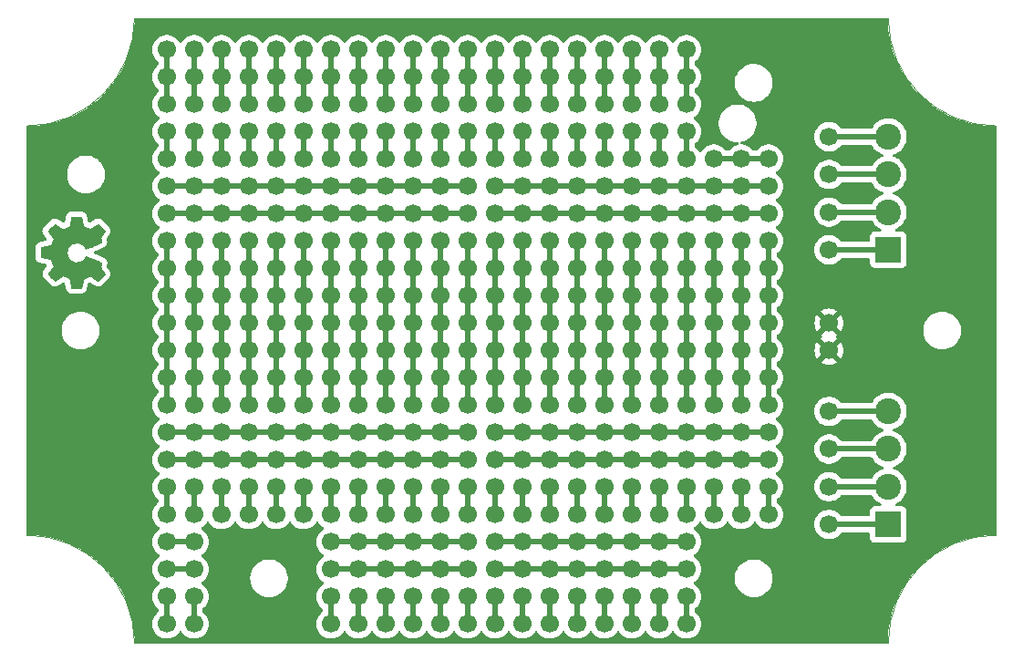
<source format=gbr>
G04 #@! TF.GenerationSoftware,KiCad,Pcbnew,7.0.11+dfsg-1build4*
G04 #@! TF.CreationDate,2025-11-10T09:45:06-05:00*
G04 #@! TF.ProjectId,MCU_PROTO_100x68mm,4d43555f-5052-44f5-944f-5f3130307836,rev?*
G04 #@! TF.SameCoordinates,Original*
G04 #@! TF.FileFunction,Copper,L2,Bot*
G04 #@! TF.FilePolarity,Positive*
%FSLAX46Y46*%
G04 Gerber Fmt 4.6, Leading zero omitted, Abs format (unit mm)*
G04 Created by KiCad (PCBNEW 7.0.11+dfsg-1build4) date 2025-11-10 09:45:06*
%MOMM*%
%LPD*%
G01*
G04 APERTURE LIST*
G04 #@! TA.AperFunction,EtchedComponent*
%ADD10C,0.010000*%
G04 #@! TD*
G04 #@! TA.AperFunction,ComponentPad*
%ADD11C,1.700000*%
G04 #@! TD*
G04 #@! TA.AperFunction,ComponentPad*
%ADD12R,2.400000X2.400000*%
G04 #@! TD*
G04 #@! TA.AperFunction,ComponentPad*
%ADD13C,2.400000*%
G04 #@! TD*
G04 #@! TA.AperFunction,Conductor*
%ADD14C,0.500000*%
G04 #@! TD*
G04 #@! TA.AperFunction,Profile*
%ADD15C,0.050000*%
G04 #@! TD*
G04 APERTURE END LIST*
D10*
X104694498Y-118435559D02*
X104802856Y-118437561D01*
X104899949Y-118441087D01*
X104979350Y-118446133D01*
X105034632Y-118452693D01*
X105059370Y-118460764D01*
X105062160Y-118465662D01*
X105074129Y-118502190D01*
X105089965Y-118565555D01*
X105107934Y-118648434D01*
X105126301Y-118743502D01*
X105132151Y-118775578D01*
X105159358Y-118923727D01*
X105181223Y-119040159D01*
X105198653Y-119128911D01*
X105212556Y-119194017D01*
X105223837Y-119239514D01*
X105233403Y-119269438D01*
X105242161Y-119287826D01*
X105251017Y-119298713D01*
X105252503Y-119299978D01*
X105283491Y-119317782D01*
X105340194Y-119344126D01*
X105415959Y-119376459D01*
X105504134Y-119412227D01*
X105598067Y-119448876D01*
X105691107Y-119483854D01*
X105776601Y-119514607D01*
X105847896Y-119538582D01*
X105898342Y-119553225D01*
X105921286Y-119555984D01*
X105924263Y-119554139D01*
X105953053Y-119535045D01*
X106006155Y-119499136D01*
X106078677Y-119449742D01*
X106165727Y-119390193D01*
X106262414Y-119323817D01*
X106289016Y-119305600D01*
X106384435Y-119241543D01*
X106469772Y-119186183D01*
X106539965Y-119142681D01*
X106589954Y-119114196D01*
X106614676Y-119103888D01*
X106621176Y-119106109D01*
X106653204Y-119129262D01*
X106705505Y-119174943D01*
X106774559Y-119239879D01*
X106856846Y-119320801D01*
X106948846Y-119414435D01*
X107000341Y-119467955D01*
X107080543Y-119552578D01*
X107149238Y-119626645D01*
X107202812Y-119686179D01*
X107237645Y-119727203D01*
X107250123Y-119745739D01*
X107245498Y-119758474D01*
X107223617Y-119797684D01*
X107187833Y-119854625D01*
X107142677Y-119921870D01*
X107109725Y-119969682D01*
X107044287Y-120065135D01*
X106974788Y-120166995D01*
X106911635Y-120260032D01*
X106788360Y-120442288D01*
X106871080Y-120595279D01*
X106890173Y-120631303D01*
X106922832Y-120696817D01*
X106945379Y-120747480D01*
X106953786Y-120774556D01*
X106942990Y-120783417D01*
X106901883Y-120805421D01*
X106834109Y-120837921D01*
X106743969Y-120879110D01*
X106635765Y-120927178D01*
X106513797Y-120980318D01*
X106382368Y-121036721D01*
X106245778Y-121094578D01*
X106108327Y-121152082D01*
X105974318Y-121207423D01*
X105848051Y-121258794D01*
X105733828Y-121304385D01*
X105635950Y-121342388D01*
X105558717Y-121370996D01*
X105506431Y-121388399D01*
X105483393Y-121392789D01*
X105482720Y-121392492D01*
X105461423Y-121372043D01*
X105428068Y-121329270D01*
X105389571Y-121273003D01*
X105377816Y-121255243D01*
X105266295Y-121120106D01*
X105133466Y-121008264D01*
X104984858Y-120922365D01*
X104826000Y-120865058D01*
X104662420Y-120838989D01*
X104499648Y-120846807D01*
X104354875Y-120878476D01*
X104208684Y-120935338D01*
X104078263Y-121018232D01*
X103954373Y-121131989D01*
X103914795Y-121176687D01*
X103817283Y-121321185D01*
X103751610Y-121477282D01*
X103717190Y-121640453D01*
X103713434Y-121806177D01*
X103739754Y-121969928D01*
X103795563Y-122127184D01*
X103880274Y-122273422D01*
X103993297Y-122404116D01*
X104134047Y-122514746D01*
X104168902Y-122536015D01*
X104328215Y-122608310D01*
X104494112Y-122646705D01*
X104662297Y-122652206D01*
X104828473Y-122625819D01*
X104988344Y-122568550D01*
X105137613Y-122481403D01*
X105271983Y-122365384D01*
X105387159Y-122221498D01*
X105390262Y-122216826D01*
X105429493Y-122161156D01*
X105462846Y-122119431D01*
X105483393Y-122100374D01*
X105499501Y-122102778D01*
X105546404Y-122117729D01*
X105619099Y-122144239D01*
X105713285Y-122180500D01*
X105824658Y-122224704D01*
X105948918Y-122275044D01*
X106081762Y-122329713D01*
X106218887Y-122386902D01*
X106355992Y-122444804D01*
X106488775Y-122501610D01*
X106612934Y-122555514D01*
X106724166Y-122604708D01*
X106818169Y-122647383D01*
X106890642Y-122681733D01*
X106937282Y-122705949D01*
X106953786Y-122718223D01*
X106951551Y-122728431D01*
X106935486Y-122768534D01*
X106907319Y-122827802D01*
X106871080Y-122897501D01*
X106788360Y-123050491D01*
X106911635Y-123232747D01*
X106948139Y-123286593D01*
X107016344Y-123386746D01*
X107084658Y-123486595D01*
X107142677Y-123570909D01*
X107174296Y-123617441D01*
X107213580Y-123677920D01*
X107240472Y-123722763D01*
X107250443Y-123744665D01*
X107246210Y-123754075D01*
X107220281Y-123788089D01*
X107174630Y-123840525D01*
X107113746Y-123906819D01*
X107042121Y-123982407D01*
X106964243Y-124062724D01*
X106884605Y-124143207D01*
X106807695Y-124219291D01*
X106738005Y-124286413D01*
X106680024Y-124340008D01*
X106638244Y-124375512D01*
X106617153Y-124388361D01*
X106613141Y-124387620D01*
X106580480Y-124372327D01*
X106523972Y-124339658D01*
X106448723Y-124292770D01*
X106359835Y-124234819D01*
X106262414Y-124168963D01*
X106235542Y-124150493D01*
X106140983Y-124085638D01*
X106057387Y-124028511D01*
X105989644Y-123982442D01*
X105942646Y-123950761D01*
X105921286Y-123936796D01*
X105920371Y-123936452D01*
X105894238Y-123940574D01*
X105841300Y-123956313D01*
X105768207Y-123981116D01*
X105681612Y-124012431D01*
X105588168Y-124047703D01*
X105494525Y-124084380D01*
X105407337Y-124119908D01*
X105333255Y-124151734D01*
X105278931Y-124177304D01*
X105251017Y-124194067D01*
X105249284Y-124195746D01*
X105240516Y-124207748D01*
X105231675Y-124228017D01*
X105221852Y-124260591D01*
X105210143Y-124309504D01*
X105195640Y-124378793D01*
X105177436Y-124472495D01*
X105154626Y-124594644D01*
X105126301Y-124749278D01*
X105120340Y-124781350D01*
X105101912Y-124873227D01*
X105084452Y-124950513D01*
X105069693Y-125005884D01*
X105059370Y-125032015D01*
X105050757Y-125036387D01*
X105009386Y-125043675D01*
X104940801Y-125049451D01*
X104851428Y-125053710D01*
X104747695Y-125056447D01*
X104636025Y-125057658D01*
X104522847Y-125057338D01*
X104414586Y-125055484D01*
X104317668Y-125052090D01*
X104238519Y-125047153D01*
X104183566Y-125040668D01*
X104159234Y-125032631D01*
X104155639Y-125024424D01*
X104144308Y-124983601D01*
X104128282Y-124914596D01*
X104108755Y-124822917D01*
X104086922Y-124714070D01*
X104063978Y-124593562D01*
X104051719Y-124527763D01*
X104030461Y-124414985D01*
X104011847Y-124317913D01*
X103996888Y-124241738D01*
X103986596Y-124191651D01*
X103981982Y-124172844D01*
X103981031Y-124172137D01*
X103956870Y-124160159D01*
X103906254Y-124137326D01*
X103835898Y-124106490D01*
X103752518Y-124070507D01*
X103662830Y-124032229D01*
X103573549Y-123994511D01*
X103491392Y-123960207D01*
X103423073Y-123932171D01*
X103375308Y-123913256D01*
X103354814Y-123906317D01*
X103347603Y-123909378D01*
X103313288Y-123929748D01*
X103255530Y-123966698D01*
X103178859Y-124017260D01*
X103087808Y-124078463D01*
X102986910Y-124147339D01*
X102931653Y-124185126D01*
X102834775Y-124250338D01*
X102749753Y-124306249D01*
X102681222Y-124349879D01*
X102633820Y-124378243D01*
X102612183Y-124388361D01*
X102600447Y-124381330D01*
X102565378Y-124351923D01*
X102512305Y-124303679D01*
X102445724Y-124241027D01*
X102370134Y-124168395D01*
X102290032Y-124090212D01*
X102209914Y-124010906D01*
X102134278Y-123934907D01*
X102067622Y-123866642D01*
X102014442Y-123810540D01*
X101979236Y-123771030D01*
X101966502Y-123752541D01*
X101971453Y-123742277D01*
X101994417Y-123704590D01*
X102033498Y-123643772D01*
X102085832Y-123564207D01*
X102148556Y-123470277D01*
X102218806Y-123366366D01*
X102471111Y-122995326D01*
X102343613Y-122686040D01*
X102216115Y-122376755D01*
X101771491Y-122292934D01*
X101326867Y-122209114D01*
X101326867Y-121283666D01*
X101771491Y-121199845D01*
X102216115Y-121116025D01*
X102471111Y-120497453D01*
X102218806Y-120126413D01*
X102169066Y-120052976D01*
X102103778Y-119955621D01*
X102048014Y-119871333D01*
X102004638Y-119804489D01*
X101976513Y-119759466D01*
X101966502Y-119740642D01*
X101973621Y-119729081D01*
X102003454Y-119694524D01*
X102052412Y-119642226D01*
X102116000Y-119576620D01*
X102189723Y-119502137D01*
X102269085Y-119423207D01*
X102349591Y-119344264D01*
X102426745Y-119269736D01*
X102496053Y-119204057D01*
X102553017Y-119151657D01*
X102593144Y-119116967D01*
X102611937Y-119104419D01*
X102620011Y-119107338D01*
X102656029Y-119127549D01*
X102715304Y-119164457D01*
X102793190Y-119215070D01*
X102885041Y-119276395D01*
X102986210Y-119345441D01*
X103041386Y-119383333D01*
X103137444Y-119448514D01*
X103221277Y-119504397D01*
X103288337Y-119548003D01*
X103334079Y-119576351D01*
X103353956Y-119586463D01*
X103355057Y-119586297D01*
X103380254Y-119577377D01*
X103431707Y-119556914D01*
X103502695Y-119527760D01*
X103586495Y-119492767D01*
X103676388Y-119454788D01*
X103765651Y-119416675D01*
X103847563Y-119381281D01*
X103915403Y-119351458D01*
X103962450Y-119330059D01*
X103981982Y-119319936D01*
X103983715Y-119313946D01*
X103991529Y-119277554D01*
X104004475Y-119212693D01*
X104021539Y-119124555D01*
X104041711Y-119018333D01*
X104063978Y-118899218D01*
X104075783Y-118836437D01*
X104098308Y-118721208D01*
X104119110Y-118620458D01*
X104136995Y-118539694D01*
X104150768Y-118484422D01*
X104159234Y-118460149D01*
X104167626Y-118455789D01*
X104208632Y-118448557D01*
X104276928Y-118442874D01*
X104366089Y-118438738D01*
X104469688Y-118436143D01*
X104581300Y-118435084D01*
X104694498Y-118435559D01*
G04 #@! TA.AperFunction,EtchedComponent*
G36*
X104694498Y-118435559D02*
G01*
X104802856Y-118437561D01*
X104899949Y-118441087D01*
X104979350Y-118446133D01*
X105034632Y-118452693D01*
X105059370Y-118460764D01*
X105062160Y-118465662D01*
X105074129Y-118502190D01*
X105089965Y-118565555D01*
X105107934Y-118648434D01*
X105126301Y-118743502D01*
X105132151Y-118775578D01*
X105159358Y-118923727D01*
X105181223Y-119040159D01*
X105198653Y-119128911D01*
X105212556Y-119194017D01*
X105223837Y-119239514D01*
X105233403Y-119269438D01*
X105242161Y-119287826D01*
X105251017Y-119298713D01*
X105252503Y-119299978D01*
X105283491Y-119317782D01*
X105340194Y-119344126D01*
X105415959Y-119376459D01*
X105504134Y-119412227D01*
X105598067Y-119448876D01*
X105691107Y-119483854D01*
X105776601Y-119514607D01*
X105847896Y-119538582D01*
X105898342Y-119553225D01*
X105921286Y-119555984D01*
X105924263Y-119554139D01*
X105953053Y-119535045D01*
X106006155Y-119499136D01*
X106078677Y-119449742D01*
X106165727Y-119390193D01*
X106262414Y-119323817D01*
X106289016Y-119305600D01*
X106384435Y-119241543D01*
X106469772Y-119186183D01*
X106539965Y-119142681D01*
X106589954Y-119114196D01*
X106614676Y-119103888D01*
X106621176Y-119106109D01*
X106653204Y-119129262D01*
X106705505Y-119174943D01*
X106774559Y-119239879D01*
X106856846Y-119320801D01*
X106948846Y-119414435D01*
X107000341Y-119467955D01*
X107080543Y-119552578D01*
X107149238Y-119626645D01*
X107202812Y-119686179D01*
X107237645Y-119727203D01*
X107250123Y-119745739D01*
X107245498Y-119758474D01*
X107223617Y-119797684D01*
X107187833Y-119854625D01*
X107142677Y-119921870D01*
X107109725Y-119969682D01*
X107044287Y-120065135D01*
X106974788Y-120166995D01*
X106911635Y-120260032D01*
X106788360Y-120442288D01*
X106871080Y-120595279D01*
X106890173Y-120631303D01*
X106922832Y-120696817D01*
X106945379Y-120747480D01*
X106953786Y-120774556D01*
X106942990Y-120783417D01*
X106901883Y-120805421D01*
X106834109Y-120837921D01*
X106743969Y-120879110D01*
X106635765Y-120927178D01*
X106513797Y-120980318D01*
X106382368Y-121036721D01*
X106245778Y-121094578D01*
X106108327Y-121152082D01*
X105974318Y-121207423D01*
X105848051Y-121258794D01*
X105733828Y-121304385D01*
X105635950Y-121342388D01*
X105558717Y-121370996D01*
X105506431Y-121388399D01*
X105483393Y-121392789D01*
X105482720Y-121392492D01*
X105461423Y-121372043D01*
X105428068Y-121329270D01*
X105389571Y-121273003D01*
X105377816Y-121255243D01*
X105266295Y-121120106D01*
X105133466Y-121008264D01*
X104984858Y-120922365D01*
X104826000Y-120865058D01*
X104662420Y-120838989D01*
X104499648Y-120846807D01*
X104354875Y-120878476D01*
X104208684Y-120935338D01*
X104078263Y-121018232D01*
X103954373Y-121131989D01*
X103914795Y-121176687D01*
X103817283Y-121321185D01*
X103751610Y-121477282D01*
X103717190Y-121640453D01*
X103713434Y-121806177D01*
X103739754Y-121969928D01*
X103795563Y-122127184D01*
X103880274Y-122273422D01*
X103993297Y-122404116D01*
X104134047Y-122514746D01*
X104168902Y-122536015D01*
X104328215Y-122608310D01*
X104494112Y-122646705D01*
X104662297Y-122652206D01*
X104828473Y-122625819D01*
X104988344Y-122568550D01*
X105137613Y-122481403D01*
X105271983Y-122365384D01*
X105387159Y-122221498D01*
X105390262Y-122216826D01*
X105429493Y-122161156D01*
X105462846Y-122119431D01*
X105483393Y-122100374D01*
X105499501Y-122102778D01*
X105546404Y-122117729D01*
X105619099Y-122144239D01*
X105713285Y-122180500D01*
X105824658Y-122224704D01*
X105948918Y-122275044D01*
X106081762Y-122329713D01*
X106218887Y-122386902D01*
X106355992Y-122444804D01*
X106488775Y-122501610D01*
X106612934Y-122555514D01*
X106724166Y-122604708D01*
X106818169Y-122647383D01*
X106890642Y-122681733D01*
X106937282Y-122705949D01*
X106953786Y-122718223D01*
X106951551Y-122728431D01*
X106935486Y-122768534D01*
X106907319Y-122827802D01*
X106871080Y-122897501D01*
X106788360Y-123050491D01*
X106911635Y-123232747D01*
X106948139Y-123286593D01*
X107016344Y-123386746D01*
X107084658Y-123486595D01*
X107142677Y-123570909D01*
X107174296Y-123617441D01*
X107213580Y-123677920D01*
X107240472Y-123722763D01*
X107250443Y-123744665D01*
X107246210Y-123754075D01*
X107220281Y-123788089D01*
X107174630Y-123840525D01*
X107113746Y-123906819D01*
X107042121Y-123982407D01*
X106964243Y-124062724D01*
X106884605Y-124143207D01*
X106807695Y-124219291D01*
X106738005Y-124286413D01*
X106680024Y-124340008D01*
X106638244Y-124375512D01*
X106617153Y-124388361D01*
X106613141Y-124387620D01*
X106580480Y-124372327D01*
X106523972Y-124339658D01*
X106448723Y-124292770D01*
X106359835Y-124234819D01*
X106262414Y-124168963D01*
X106235542Y-124150493D01*
X106140983Y-124085638D01*
X106057387Y-124028511D01*
X105989644Y-123982442D01*
X105942646Y-123950761D01*
X105921286Y-123936796D01*
X105920371Y-123936452D01*
X105894238Y-123940574D01*
X105841300Y-123956313D01*
X105768207Y-123981116D01*
X105681612Y-124012431D01*
X105588168Y-124047703D01*
X105494525Y-124084380D01*
X105407337Y-124119908D01*
X105333255Y-124151734D01*
X105278931Y-124177304D01*
X105251017Y-124194067D01*
X105249284Y-124195746D01*
X105240516Y-124207748D01*
X105231675Y-124228017D01*
X105221852Y-124260591D01*
X105210143Y-124309504D01*
X105195640Y-124378793D01*
X105177436Y-124472495D01*
X105154626Y-124594644D01*
X105126301Y-124749278D01*
X105120340Y-124781350D01*
X105101912Y-124873227D01*
X105084452Y-124950513D01*
X105069693Y-125005884D01*
X105059370Y-125032015D01*
X105050757Y-125036387D01*
X105009386Y-125043675D01*
X104940801Y-125049451D01*
X104851428Y-125053710D01*
X104747695Y-125056447D01*
X104636025Y-125057658D01*
X104522847Y-125057338D01*
X104414586Y-125055484D01*
X104317668Y-125052090D01*
X104238519Y-125047153D01*
X104183566Y-125040668D01*
X104159234Y-125032631D01*
X104155639Y-125024424D01*
X104144308Y-124983601D01*
X104128282Y-124914596D01*
X104108755Y-124822917D01*
X104086922Y-124714070D01*
X104063978Y-124593562D01*
X104051719Y-124527763D01*
X104030461Y-124414985D01*
X104011847Y-124317913D01*
X103996888Y-124241738D01*
X103986596Y-124191651D01*
X103981982Y-124172844D01*
X103981031Y-124172137D01*
X103956870Y-124160159D01*
X103906254Y-124137326D01*
X103835898Y-124106490D01*
X103752518Y-124070507D01*
X103662830Y-124032229D01*
X103573549Y-123994511D01*
X103491392Y-123960207D01*
X103423073Y-123932171D01*
X103375308Y-123913256D01*
X103354814Y-123906317D01*
X103347603Y-123909378D01*
X103313288Y-123929748D01*
X103255530Y-123966698D01*
X103178859Y-124017260D01*
X103087808Y-124078463D01*
X102986910Y-124147339D01*
X102931653Y-124185126D01*
X102834775Y-124250338D01*
X102749753Y-124306249D01*
X102681222Y-124349879D01*
X102633820Y-124378243D01*
X102612183Y-124388361D01*
X102600447Y-124381330D01*
X102565378Y-124351923D01*
X102512305Y-124303679D01*
X102445724Y-124241027D01*
X102370134Y-124168395D01*
X102290032Y-124090212D01*
X102209914Y-124010906D01*
X102134278Y-123934907D01*
X102067622Y-123866642D01*
X102014442Y-123810540D01*
X101979236Y-123771030D01*
X101966502Y-123752541D01*
X101971453Y-123742277D01*
X101994417Y-123704590D01*
X102033498Y-123643772D01*
X102085832Y-123564207D01*
X102148556Y-123470277D01*
X102218806Y-123366366D01*
X102471111Y-122995326D01*
X102343613Y-122686040D01*
X102216115Y-122376755D01*
X101771491Y-122292934D01*
X101326867Y-122209114D01*
X101326867Y-121283666D01*
X101771491Y-121199845D01*
X102216115Y-121116025D01*
X102471111Y-120497453D01*
X102218806Y-120126413D01*
X102169066Y-120052976D01*
X102103778Y-119955621D01*
X102048014Y-119871333D01*
X102004638Y-119804489D01*
X101976513Y-119759466D01*
X101966502Y-119740642D01*
X101973621Y-119729081D01*
X102003454Y-119694524D01*
X102052412Y-119642226D01*
X102116000Y-119576620D01*
X102189723Y-119502137D01*
X102269085Y-119423207D01*
X102349591Y-119344264D01*
X102426745Y-119269736D01*
X102496053Y-119204057D01*
X102553017Y-119151657D01*
X102593144Y-119116967D01*
X102611937Y-119104419D01*
X102620011Y-119107338D01*
X102656029Y-119127549D01*
X102715304Y-119164457D01*
X102793190Y-119215070D01*
X102885041Y-119276395D01*
X102986210Y-119345441D01*
X103041386Y-119383333D01*
X103137444Y-119448514D01*
X103221277Y-119504397D01*
X103288337Y-119548003D01*
X103334079Y-119576351D01*
X103353956Y-119586463D01*
X103355057Y-119586297D01*
X103380254Y-119577377D01*
X103431707Y-119556914D01*
X103502695Y-119527760D01*
X103586495Y-119492767D01*
X103676388Y-119454788D01*
X103765651Y-119416675D01*
X103847563Y-119381281D01*
X103915403Y-119351458D01*
X103962450Y-119330059D01*
X103981982Y-119319936D01*
X103983715Y-119313946D01*
X103991529Y-119277554D01*
X104004475Y-119212693D01*
X104021539Y-119124555D01*
X104041711Y-119018333D01*
X104063978Y-118899218D01*
X104075783Y-118836437D01*
X104098308Y-118721208D01*
X104119110Y-118620458D01*
X104136995Y-118539694D01*
X104150768Y-118484422D01*
X104159234Y-118460149D01*
X104167626Y-118455789D01*
X104208632Y-118448557D01*
X104276928Y-118442874D01*
X104366089Y-118438738D01*
X104469688Y-118436143D01*
X104581300Y-118435084D01*
X104694498Y-118435559D01*
G37*
G04 #@! TD.AperFunction*
D11*
X130780000Y-153710000D03*
X161260000Y-141010000D03*
X143480000Y-148630000D03*
X133320000Y-113070000D03*
X128240000Y-105450000D03*
X135860000Y-156250000D03*
X158720000Y-130850000D03*
X166340000Y-128310000D03*
X153640000Y-107990000D03*
X118080000Y-110530000D03*
X133320000Y-115610000D03*
X140940000Y-148630000D03*
X133320000Y-102910000D03*
X140940000Y-138470000D03*
X123160000Y-110530000D03*
X140940000Y-110530000D03*
X125700000Y-143550000D03*
X135860000Y-125770000D03*
X113000000Y-113070000D03*
X151100000Y-133390000D03*
X161260000Y-120690000D03*
X128240000Y-125770000D03*
X161260000Y-128310000D03*
X135860000Y-151170000D03*
X148560000Y-125770000D03*
X146020000Y-118150000D03*
X123160000Y-143550000D03*
X138400000Y-133390000D03*
X143480000Y-151170000D03*
X138400000Y-135930000D03*
X123160000Y-138470000D03*
X151100000Y-128310000D03*
X161260000Y-133390000D03*
X174500000Y-147000000D03*
X125700000Y-107990000D03*
X151100000Y-141010000D03*
X146020000Y-123230000D03*
X158720000Y-123230000D03*
X118080000Y-113070000D03*
X138400000Y-123230000D03*
X125700000Y-133390000D03*
X113000000Y-156250000D03*
X174500000Y-136500000D03*
X128240000Y-128310000D03*
X151100000Y-156250000D03*
X156180000Y-123230000D03*
X120620000Y-107990000D03*
X135860000Y-113070000D03*
X151100000Y-110530000D03*
X128240000Y-148630000D03*
X118080000Y-128310000D03*
X148560000Y-102910000D03*
X168880000Y-118150000D03*
X166340000Y-113070000D03*
X166340000Y-146090000D03*
X113000000Y-118150000D03*
X158720000Y-118150000D03*
X125700000Y-113070000D03*
X118080000Y-107990000D03*
X130780000Y-130850000D03*
X156180000Y-102910000D03*
X125700000Y-105450000D03*
X156180000Y-141010000D03*
X156180000Y-135930000D03*
X143480000Y-105450000D03*
X174500000Y-121500000D03*
X120620000Y-138470000D03*
X166340000Y-118150000D03*
X156180000Y-151170000D03*
X143480000Y-141010000D03*
X146020000Y-141010000D03*
X115540000Y-153710000D03*
X166340000Y-141010000D03*
X153640000Y-113070000D03*
X133320000Y-128310000D03*
X168880000Y-125770000D03*
X123160000Y-135930000D03*
X133320000Y-151170000D03*
X151100000Y-138470000D03*
X115540000Y-102910000D03*
X140940000Y-153710000D03*
X168880000Y-120690000D03*
X158720000Y-148630000D03*
X130780000Y-143550000D03*
X133320000Y-107990000D03*
X161260000Y-146090000D03*
X161260000Y-156250000D03*
X140940000Y-128310000D03*
X113000000Y-125770000D03*
X161260000Y-105450000D03*
X113000000Y-141010000D03*
X156180000Y-148630000D03*
X138400000Y-138470000D03*
X123160000Y-128310000D03*
X148560000Y-118150000D03*
X153640000Y-141010000D03*
X133320000Y-105450000D03*
X156180000Y-143550000D03*
X158720000Y-141010000D03*
X153640000Y-135930000D03*
X163800000Y-123230000D03*
X125700000Y-128310000D03*
X148560000Y-141010000D03*
X153640000Y-115610000D03*
X143480000Y-107990000D03*
X161260000Y-130850000D03*
X115540000Y-135930000D03*
X153640000Y-130850000D03*
X120620000Y-128310000D03*
X130780000Y-151170000D03*
X130780000Y-146090000D03*
X146020000Y-138470000D03*
X143480000Y-128310000D03*
X146020000Y-128310000D03*
X140940000Y-130850000D03*
X115540000Y-138470000D03*
X113000000Y-115610000D03*
X163800000Y-120690000D03*
X133320000Y-120690000D03*
X113000000Y-133390000D03*
X125700000Y-120690000D03*
X151100000Y-153710000D03*
X125700000Y-138470000D03*
X130780000Y-123230000D03*
X128240000Y-123230000D03*
X174500000Y-111000000D03*
X133320000Y-138470000D03*
X161260000Y-135930000D03*
X123160000Y-146090000D03*
X138400000Y-102910000D03*
X146020000Y-156250000D03*
X123160000Y-115610000D03*
X151100000Y-105450000D03*
X123160000Y-125770000D03*
X166340000Y-123230000D03*
X153640000Y-120690000D03*
X153640000Y-153710000D03*
X128240000Y-107990000D03*
X128240000Y-151170000D03*
X135860000Y-143550000D03*
X146020000Y-151170000D03*
X113000000Y-120690000D03*
X166340000Y-125770000D03*
X123160000Y-118150000D03*
X140940000Y-113070000D03*
X153640000Y-138470000D03*
X140940000Y-125770000D03*
X168880000Y-115610000D03*
X148560000Y-156250000D03*
X140940000Y-143550000D03*
X130780000Y-118150000D03*
X113000000Y-123230000D03*
X128240000Y-133390000D03*
X156180000Y-128310000D03*
X130780000Y-138470000D03*
X135860000Y-146090000D03*
X148560000Y-133390000D03*
X140940000Y-105450000D03*
X125700000Y-110530000D03*
X133320000Y-143550000D03*
X168880000Y-138470000D03*
X166340000Y-115610000D03*
X143480000Y-146090000D03*
X128240000Y-102910000D03*
X158720000Y-105450000D03*
X123160000Y-133390000D03*
X133320000Y-153710000D03*
X135860000Y-148630000D03*
X174500000Y-143500000D03*
X161260000Y-138470000D03*
X148560000Y-130850000D03*
X151100000Y-102910000D03*
X118080000Y-130850000D03*
X158720000Y-102910000D03*
X135860000Y-102910000D03*
X115540000Y-115610000D03*
X158720000Y-133390000D03*
X148560000Y-143550000D03*
X163800000Y-141010000D03*
X146020000Y-110530000D03*
X153640000Y-123230000D03*
X151100000Y-151170000D03*
X120620000Y-118150000D03*
X130780000Y-133390000D03*
X118080000Y-133390000D03*
X115540000Y-128310000D03*
X113000000Y-151170000D03*
X118080000Y-135930000D03*
X158720000Y-110530000D03*
X151100000Y-130850000D03*
X128240000Y-110530000D03*
X128240000Y-135930000D03*
X123160000Y-123230000D03*
X130780000Y-156250000D03*
X151100000Y-125770000D03*
X174500000Y-118000000D03*
X153640000Y-151170000D03*
X140940000Y-115610000D03*
X118080000Y-125770000D03*
X161260000Y-125770000D03*
X163800000Y-138470000D03*
X143480000Y-156250000D03*
X158720000Y-113070000D03*
X133320000Y-110530000D03*
X158720000Y-115610000D03*
X113000000Y-110530000D03*
X146020000Y-130850000D03*
X133320000Y-133390000D03*
X156180000Y-113070000D03*
X118080000Y-115610000D03*
X130780000Y-120690000D03*
D12*
X180000000Y-147000000D03*
D13*
X180000000Y-143500000D03*
X180000000Y-140000000D03*
X180000000Y-136500000D03*
D11*
X135860000Y-130850000D03*
X166340000Y-130850000D03*
X140940000Y-146090000D03*
X143480000Y-153710000D03*
X130780000Y-141010000D03*
X158720000Y-107990000D03*
X118080000Y-120690000D03*
X118080000Y-105450000D03*
X146020000Y-102910000D03*
X153640000Y-148630000D03*
X135860000Y-118150000D03*
X156180000Y-120690000D03*
X151100000Y-115610000D03*
X148560000Y-105450000D03*
X163800000Y-125770000D03*
X115540000Y-156250000D03*
X118080000Y-146090000D03*
X140940000Y-156250000D03*
X161260000Y-110530000D03*
X128240000Y-120690000D03*
X146020000Y-107990000D03*
X113000000Y-105450000D03*
X140940000Y-118150000D03*
X163800000Y-146090000D03*
X161260000Y-151170000D03*
X143480000Y-130850000D03*
X123160000Y-141010000D03*
X146020000Y-120690000D03*
X133320000Y-146090000D03*
X120620000Y-123230000D03*
X156180000Y-118150000D03*
X166340000Y-135930000D03*
X138400000Y-125770000D03*
X115540000Y-107990000D03*
X115540000Y-113070000D03*
X153640000Y-125770000D03*
X148560000Y-107990000D03*
X163800000Y-135930000D03*
X156180000Y-156250000D03*
X146020000Y-143550000D03*
X120620000Y-125770000D03*
X143480000Y-143550000D03*
X115540000Y-110530000D03*
X168880000Y-135930000D03*
X166340000Y-120690000D03*
X128240000Y-143550000D03*
X140940000Y-123230000D03*
X161260000Y-102910000D03*
X163800000Y-128310000D03*
X174500000Y-140000000D03*
X113000000Y-153710000D03*
X133320000Y-118150000D03*
X115540000Y-130850000D03*
X174500000Y-128310000D03*
X130780000Y-102910000D03*
X130780000Y-107990000D03*
X125700000Y-141010000D03*
X146020000Y-146090000D03*
X153640000Y-105450000D03*
X133320000Y-141010000D03*
X125700000Y-125770000D03*
X138400000Y-141010000D03*
X143480000Y-120690000D03*
X163800000Y-130850000D03*
X143480000Y-125770000D03*
X143480000Y-133390000D03*
X115540000Y-125770000D03*
X151100000Y-107990000D03*
X138400000Y-113070000D03*
X151100000Y-118150000D03*
X123160000Y-120690000D03*
X135860000Y-128310000D03*
X161260000Y-143550000D03*
X161260000Y-113070000D03*
X138400000Y-148630000D03*
X166340000Y-133390000D03*
X158720000Y-151170000D03*
X115540000Y-148630000D03*
X163800000Y-113070000D03*
X120620000Y-146090000D03*
X143480000Y-102910000D03*
X153640000Y-128310000D03*
X143480000Y-135930000D03*
X128240000Y-130850000D03*
X118080000Y-102910000D03*
X125700000Y-130850000D03*
X133320000Y-123230000D03*
X120620000Y-115610000D03*
X138400000Y-118150000D03*
X115540000Y-146090000D03*
X118080000Y-138470000D03*
X118080000Y-143550000D03*
X168880000Y-141010000D03*
X128240000Y-141010000D03*
X168880000Y-130850000D03*
X118080000Y-141010000D03*
X125700000Y-115610000D03*
X115540000Y-118150000D03*
X168880000Y-123230000D03*
X163800000Y-118150000D03*
X166340000Y-143550000D03*
X128240000Y-156250000D03*
X158720000Y-120690000D03*
X153640000Y-143550000D03*
X138400000Y-153710000D03*
X128240000Y-153710000D03*
X156180000Y-115610000D03*
X163800000Y-143550000D03*
X138400000Y-143550000D03*
X138400000Y-146090000D03*
X161260000Y-148630000D03*
X166340000Y-138470000D03*
X125700000Y-102910000D03*
X161260000Y-115610000D03*
X148560000Y-123230000D03*
X130780000Y-135930000D03*
X148560000Y-135930000D03*
X146020000Y-115610000D03*
X115540000Y-133390000D03*
X115540000Y-143550000D03*
X168880000Y-128310000D03*
X168880000Y-146090000D03*
X133320000Y-135930000D03*
X148560000Y-128310000D03*
X156180000Y-107990000D03*
X158720000Y-153710000D03*
X153640000Y-146090000D03*
X123160000Y-105450000D03*
X143480000Y-138470000D03*
X156180000Y-146090000D03*
X133320000Y-148630000D03*
X156180000Y-153710000D03*
X143480000Y-113070000D03*
X151100000Y-143550000D03*
X146020000Y-153710000D03*
X140940000Y-141010000D03*
X120620000Y-130850000D03*
X138400000Y-128310000D03*
X135860000Y-135930000D03*
X140940000Y-102910000D03*
X130780000Y-110530000D03*
X130780000Y-115610000D03*
X153640000Y-133390000D03*
X151100000Y-123230000D03*
X161260000Y-153710000D03*
X148560000Y-148630000D03*
X130780000Y-148630000D03*
X148560000Y-120690000D03*
X130780000Y-105450000D03*
X151100000Y-146090000D03*
X146020000Y-148630000D03*
X174500000Y-114500000D03*
X135860000Y-153710000D03*
X115540000Y-123230000D03*
X135860000Y-110530000D03*
X158720000Y-128310000D03*
X120620000Y-135930000D03*
X120620000Y-143550000D03*
X113000000Y-128310000D03*
X151100000Y-148630000D03*
X140940000Y-120690000D03*
X138400000Y-156250000D03*
X168880000Y-143550000D03*
X138400000Y-120690000D03*
X130780000Y-128310000D03*
X113000000Y-102910000D03*
X115540000Y-141010000D03*
X113000000Y-135930000D03*
X158720000Y-138470000D03*
X135860000Y-138470000D03*
X135860000Y-120690000D03*
X138400000Y-107990000D03*
X128240000Y-115610000D03*
X138400000Y-115610000D03*
X135860000Y-133390000D03*
X153640000Y-156250000D03*
X128240000Y-146090000D03*
X156180000Y-130850000D03*
X161260000Y-118150000D03*
X158720000Y-156250000D03*
X161260000Y-107990000D03*
X163800000Y-115610000D03*
X174500000Y-130850000D03*
X123160000Y-130850000D03*
X113000000Y-138470000D03*
X148560000Y-151170000D03*
X151100000Y-120690000D03*
X158720000Y-146090000D03*
X135860000Y-105450000D03*
X130780000Y-125770000D03*
X125700000Y-123230000D03*
X135860000Y-123230000D03*
X120620000Y-110530000D03*
X158720000Y-125770000D03*
X135860000Y-141010000D03*
X158720000Y-143550000D03*
X146020000Y-135930000D03*
X161260000Y-123230000D03*
X151100000Y-135930000D03*
X135860000Y-107990000D03*
X168880000Y-113070000D03*
X148560000Y-115610000D03*
X128240000Y-118150000D03*
X133320000Y-156250000D03*
X113000000Y-146090000D03*
X156180000Y-105450000D03*
X151100000Y-113070000D03*
X113000000Y-130850000D03*
X115540000Y-151170000D03*
X120620000Y-141010000D03*
X138400000Y-151170000D03*
X140940000Y-133390000D03*
X125700000Y-118150000D03*
X156180000Y-138470000D03*
X146020000Y-113070000D03*
X133320000Y-130850000D03*
X148560000Y-113070000D03*
X138400000Y-110530000D03*
X113000000Y-148630000D03*
X153640000Y-118150000D03*
X138400000Y-130850000D03*
X120620000Y-102910000D03*
X146020000Y-125770000D03*
X115540000Y-120690000D03*
X143480000Y-115610000D03*
X123160000Y-102910000D03*
X143480000Y-123230000D03*
X156180000Y-133390000D03*
X156180000Y-110530000D03*
X118080000Y-123230000D03*
X140940000Y-107990000D03*
X113000000Y-107990000D03*
X133320000Y-125770000D03*
X120620000Y-113070000D03*
X146020000Y-105450000D03*
X120620000Y-120690000D03*
X156180000Y-125770000D03*
X143480000Y-118150000D03*
X115540000Y-105450000D03*
X148560000Y-146090000D03*
X168880000Y-133390000D03*
X123160000Y-113070000D03*
X120620000Y-133390000D03*
X148560000Y-138470000D03*
X125700000Y-135930000D03*
X140940000Y-151170000D03*
X125700000Y-146090000D03*
X158720000Y-135930000D03*
X128240000Y-138470000D03*
X148560000Y-110530000D03*
X153640000Y-102910000D03*
X163800000Y-133390000D03*
X140940000Y-135930000D03*
X128240000Y-113070000D03*
X113000000Y-143550000D03*
D12*
X180000000Y-121500000D03*
D13*
X180000000Y-118000000D03*
X180000000Y-114500000D03*
X180000000Y-111000000D03*
D11*
X120620000Y-105450000D03*
X148560000Y-153710000D03*
X146020000Y-133390000D03*
X123160000Y-107990000D03*
X135860000Y-115610000D03*
X153640000Y-110530000D03*
X138400000Y-105450000D03*
X130780000Y-113070000D03*
X118080000Y-118150000D03*
X143480000Y-110530000D03*
D14*
X120620000Y-143550000D02*
X120620000Y-146090000D01*
X153640000Y-118150000D02*
X156180000Y-118150000D01*
X140940000Y-110530000D02*
X140940000Y-113070000D01*
X133320000Y-148630000D02*
X135860000Y-148630000D01*
X138400000Y-110530000D02*
X138400000Y-113070000D01*
X133320000Y-110530000D02*
X133320000Y-113070000D01*
X151100000Y-128310000D02*
X151100000Y-130850000D01*
X118080000Y-110530000D02*
X118080000Y-113070000D01*
X130780000Y-120690000D02*
X130780000Y-123230000D01*
X113000000Y-141010000D02*
X115540000Y-141010000D01*
X158720000Y-102910000D02*
X158720000Y-105450000D01*
X166340000Y-143550000D02*
X166340000Y-146090000D01*
X125700000Y-141010000D02*
X128240000Y-141010000D01*
X158720000Y-130850000D02*
X158720000Y-133390000D01*
X130780000Y-125770000D02*
X130780000Y-128310000D01*
X123160000Y-128310000D02*
X123160000Y-130850000D01*
X153640000Y-143550000D02*
X153640000Y-146090000D01*
X158720000Y-151170000D02*
X161260000Y-151170000D01*
X161260000Y-115610000D02*
X163800000Y-115610000D01*
X135860000Y-138470000D02*
X138400000Y-138470000D01*
X120620000Y-141010000D02*
X123160000Y-141010000D01*
X133320000Y-123230000D02*
X133320000Y-125770000D01*
X113000000Y-123230000D02*
X113000000Y-125770000D01*
X153640000Y-151170000D02*
X156180000Y-151170000D01*
X128240000Y-110530000D02*
X128240000Y-113070000D01*
X146020000Y-148630000D02*
X148560000Y-148630000D01*
X158720000Y-141010000D02*
X161260000Y-141010000D01*
X168880000Y-143550000D02*
X168880000Y-146090000D01*
X166340000Y-138470000D02*
X168880000Y-138470000D01*
X138400000Y-143550000D02*
X138400000Y-146090000D01*
X153640000Y-123230000D02*
X153640000Y-125770000D01*
X156180000Y-153710000D02*
X156180000Y-156250000D01*
X148560000Y-143550000D02*
X148560000Y-146090000D01*
X158720000Y-120690000D02*
X158720000Y-123230000D01*
X158720000Y-115610000D02*
X161260000Y-115610000D01*
X146020000Y-143550000D02*
X146020000Y-146090000D01*
X151100000Y-148630000D02*
X153640000Y-148630000D01*
X123160000Y-138470000D02*
X125700000Y-138470000D01*
X113000000Y-110530000D02*
X113000000Y-113070000D01*
X146020000Y-110530000D02*
X146020000Y-113070000D01*
X148560000Y-110530000D02*
X148560000Y-113070000D01*
X148560000Y-102910000D02*
X148560000Y-105450000D01*
X130780000Y-105450000D02*
X130780000Y-107990000D01*
X161260000Y-143550000D02*
X161260000Y-146090000D01*
X125700000Y-143550000D02*
X125700000Y-146090000D01*
X138400000Y-133390000D02*
X138400000Y-135930000D01*
X156180000Y-128310000D02*
X156180000Y-130850000D01*
X153640000Y-110530000D02*
X153640000Y-113070000D01*
X143480000Y-128310000D02*
X143480000Y-130850000D01*
X130780000Y-141010000D02*
X133320000Y-141010000D01*
X153640000Y-148630000D02*
X156180000Y-148630000D01*
X133320000Y-133390000D02*
X133320000Y-135930000D01*
X133320000Y-138470000D02*
X135860000Y-138470000D01*
X158720000Y-125770000D02*
X158720000Y-128310000D01*
X166340000Y-125770000D02*
X166340000Y-128310000D01*
X113000000Y-133390000D02*
X113000000Y-135930000D01*
X161260000Y-153710000D02*
X161260000Y-156250000D01*
X161260000Y-128310000D02*
X161260000Y-130850000D01*
X153640000Y-138470000D02*
X156180000Y-138470000D01*
X133320000Y-153710000D02*
X133320000Y-156250000D01*
X166340000Y-118150000D02*
X168880000Y-118150000D01*
X115540000Y-105450000D02*
X115540000Y-107990000D01*
X168880000Y-123230000D02*
X168880000Y-125770000D01*
X120620000Y-105450000D02*
X120620000Y-107990000D01*
X153640000Y-141010000D02*
X156180000Y-141010000D01*
X118080000Y-118150000D02*
X120620000Y-118150000D01*
X133320000Y-125770000D02*
X133320000Y-128310000D01*
X156180000Y-143550000D02*
X156180000Y-146090000D01*
X138400000Y-128310000D02*
X138400000Y-130850000D01*
X130780000Y-148630000D02*
X133320000Y-148630000D01*
X161260000Y-138470000D02*
X163800000Y-138470000D01*
X130780000Y-128310000D02*
X130780000Y-130850000D01*
X163800000Y-138470000D02*
X166340000Y-138470000D01*
X143480000Y-143550000D02*
X143480000Y-146090000D01*
X143480000Y-125770000D02*
X143480000Y-128310000D01*
X138400000Y-120690000D02*
X138400000Y-123230000D01*
X123160000Y-110530000D02*
X123160000Y-113070000D01*
X146020000Y-115610000D02*
X148560000Y-115610000D01*
X168880000Y-130850000D02*
X168880000Y-133390000D01*
X123160000Y-123230000D02*
X123160000Y-125770000D01*
X148560000Y-153710000D02*
X148560000Y-156250000D01*
X148560000Y-148630000D02*
X151100000Y-148630000D01*
X115540000Y-143550000D02*
X115540000Y-146090000D01*
X118080000Y-133390000D02*
X118080000Y-135930000D01*
X115540000Y-115610000D02*
X118080000Y-115610000D01*
X143480000Y-118150000D02*
X146020000Y-118150000D01*
X128240000Y-138470000D02*
X130780000Y-138470000D01*
X138400000Y-115610000D02*
X140940000Y-115610000D01*
X113000000Y-115610000D02*
X115540000Y-115610000D01*
X140940000Y-120690000D02*
X140940000Y-123230000D01*
X120620000Y-130850000D02*
X120620000Y-133390000D01*
X125700000Y-105450000D02*
X125700000Y-107990000D01*
X123160000Y-130850000D02*
X123160000Y-133390000D01*
X163800000Y-128310000D02*
X163800000Y-130850000D01*
X128240000Y-120690000D02*
X128240000Y-123230000D01*
X166340000Y-133390000D02*
X166340000Y-135930000D01*
X120620000Y-128310000D02*
X120620000Y-130850000D01*
X118080000Y-123230000D02*
X118080000Y-125770000D01*
X163800000Y-125770000D02*
X163800000Y-128310000D01*
X161260000Y-105450000D02*
X161260000Y-107990000D01*
X161260000Y-102910000D02*
X161260000Y-105450000D01*
X125700000Y-133390000D02*
X125700000Y-135930000D01*
X166340000Y-113070000D02*
X168880000Y-113070000D01*
X140940000Y-133390000D02*
X140940000Y-135930000D01*
X123160000Y-133390000D02*
X123160000Y-135930000D01*
X115540000Y-128310000D02*
X115540000Y-130850000D01*
X148560000Y-118150000D02*
X151100000Y-118150000D01*
X115540000Y-125770000D02*
X115540000Y-128310000D01*
X118080000Y-102910000D02*
X118080000Y-105450000D01*
X146020000Y-120690000D02*
X146020000Y-123230000D01*
X135860000Y-128310000D02*
X135860000Y-130850000D01*
X125700000Y-123230000D02*
X125700000Y-125770000D01*
X156180000Y-102910000D02*
X156180000Y-105450000D01*
X113000000Y-151170000D02*
X115540000Y-151170000D01*
X128240000Y-123230000D02*
X128240000Y-125770000D01*
X115540000Y-133390000D02*
X115540000Y-135930000D01*
X148560000Y-128310000D02*
X148560000Y-130850000D01*
X138400000Y-138470000D02*
X140940000Y-138470000D01*
X151100000Y-118150000D02*
X153640000Y-118150000D01*
X120620000Y-110530000D02*
X120620000Y-113070000D01*
X163800000Y-143550000D02*
X163800000Y-146090000D01*
X146020000Y-153710000D02*
X146020000Y-156250000D01*
X118080000Y-128310000D02*
X118080000Y-130850000D01*
X146020000Y-128310000D02*
X146020000Y-130850000D01*
X156180000Y-120690000D02*
X156180000Y-123230000D01*
X128240000Y-118150000D02*
X130780000Y-118150000D01*
X120620000Y-123230000D02*
X120620000Y-125770000D01*
X113000000Y-120690000D02*
X113000000Y-123230000D01*
X123160000Y-105450000D02*
X123160000Y-107990000D01*
X151100000Y-138470000D02*
X153640000Y-138470000D01*
X156180000Y-133390000D02*
X156180000Y-135930000D01*
X161260000Y-130850000D02*
X161260000Y-133390000D01*
X163800000Y-120690000D02*
X163800000Y-123230000D01*
X135860000Y-143550000D02*
X135860000Y-146090000D01*
X166340000Y-141010000D02*
X168880000Y-141010000D01*
X118080000Y-143550000D02*
X118080000Y-146090000D01*
X135860000Y-141010000D02*
X138400000Y-141010000D01*
X148560000Y-151170000D02*
X151100000Y-151170000D01*
X123160000Y-120690000D02*
X123160000Y-123230000D01*
X115540000Y-123230000D02*
X115540000Y-125770000D01*
X146020000Y-118150000D02*
X148560000Y-118150000D01*
X153640000Y-130850000D02*
X153640000Y-133390000D01*
X143480000Y-153710000D02*
X143480000Y-156250000D01*
X161260000Y-125770000D02*
X161260000Y-128310000D01*
X128240000Y-105450000D02*
X128240000Y-107990000D01*
X128240000Y-133390000D02*
X128240000Y-135930000D01*
X115540000Y-110530000D02*
X115540000Y-113070000D01*
X148560000Y-120690000D02*
X148560000Y-123230000D01*
X163800000Y-118150000D02*
X166340000Y-118150000D01*
X148560000Y-125770000D02*
X148560000Y-128310000D01*
X135860000Y-118150000D02*
X138400000Y-118150000D01*
X118080000Y-141010000D02*
X120620000Y-141010000D01*
X143480000Y-110530000D02*
X143480000Y-113070000D01*
X161260000Y-118150000D02*
X163800000Y-118150000D01*
X156180000Y-138470000D02*
X158720000Y-138470000D01*
X138400000Y-125770000D02*
X138400000Y-128310000D01*
X128240000Y-148630000D02*
X130780000Y-148630000D01*
X118080000Y-120690000D02*
X118080000Y-123230000D01*
X161260000Y-123230000D02*
X161260000Y-125770000D01*
X130780000Y-102910000D02*
X130780000Y-105450000D01*
X138400000Y-153710000D02*
X138400000Y-156250000D01*
X146020000Y-133390000D02*
X146020000Y-135930000D01*
X143480000Y-105450000D02*
X143480000Y-107990000D01*
X161260000Y-120690000D02*
X161260000Y-123230000D01*
X138400000Y-118150000D02*
X140940000Y-118150000D01*
X128240000Y-102910000D02*
X128240000Y-105450000D01*
X163800000Y-130850000D02*
X163800000Y-133390000D01*
X135860000Y-120690000D02*
X135860000Y-123230000D01*
X140940000Y-130850000D02*
X140940000Y-133390000D01*
X130780000Y-153710000D02*
X130780000Y-156250000D01*
X151100000Y-110530000D02*
X151100000Y-113070000D01*
X140940000Y-102910000D02*
X140940000Y-105450000D01*
X130780000Y-123230000D02*
X130780000Y-125770000D01*
X146020000Y-138470000D02*
X148560000Y-138470000D01*
X130780000Y-133390000D02*
X130780000Y-135930000D01*
X151100000Y-153710000D02*
X151100000Y-156250000D01*
X161260000Y-133390000D02*
X161260000Y-135930000D01*
X146020000Y-123230000D02*
X146020000Y-125770000D01*
X120620000Y-133390000D02*
X120620000Y-135930000D01*
X125700000Y-110530000D02*
X125700000Y-113070000D01*
X158720000Y-148630000D02*
X161260000Y-148630000D01*
X120620000Y-120690000D02*
X120620000Y-123230000D01*
X153640000Y-105450000D02*
X153640000Y-107990000D01*
X130780000Y-118150000D02*
X133320000Y-118150000D01*
X148560000Y-141010000D02*
X151100000Y-141010000D01*
X158720000Y-153710000D02*
X158720000Y-156250000D01*
X120620000Y-138470000D02*
X123160000Y-138470000D01*
X133320000Y-141010000D02*
X135860000Y-141010000D01*
X161260000Y-110530000D02*
X161260000Y-113070000D01*
X153640000Y-125770000D02*
X153640000Y-128310000D01*
X156180000Y-110530000D02*
X156180000Y-113070000D01*
X128240000Y-130850000D02*
X128240000Y-133390000D01*
X151100000Y-105450000D02*
X151100000Y-107990000D01*
X166340000Y-130850000D02*
X166340000Y-133390000D01*
X148560000Y-133390000D02*
X148560000Y-135930000D01*
X166340000Y-120690000D02*
X166340000Y-123230000D01*
X135860000Y-115610000D02*
X138400000Y-115610000D01*
X161260000Y-141010000D02*
X163800000Y-141010000D01*
X153640000Y-120690000D02*
X153640000Y-123230000D01*
X140940000Y-125770000D02*
X140940000Y-128310000D01*
X123160000Y-143550000D02*
X123160000Y-146090000D01*
X138400000Y-102910000D02*
X138400000Y-105450000D01*
X115540000Y-130850000D02*
X115540000Y-133390000D01*
X113000000Y-153710000D02*
X113000000Y-156250000D01*
X125700000Y-125770000D02*
X125700000Y-128310000D01*
X133320000Y-115610000D02*
X135860000Y-115610000D01*
X146020000Y-141010000D02*
X148560000Y-141010000D01*
X123160000Y-125770000D02*
X123160000Y-128310000D01*
X120620000Y-102910000D02*
X120620000Y-105450000D01*
X115540000Y-153710000D02*
X115540000Y-156250000D01*
X158720000Y-110530000D02*
X158720000Y-113070000D01*
X168880000Y-125770000D02*
X168880000Y-128310000D01*
X158720000Y-143550000D02*
X158720000Y-146090000D01*
X140940000Y-143550000D02*
X140940000Y-146090000D01*
X148560000Y-115610000D02*
X151100000Y-115610000D01*
X138400000Y-141010000D02*
X140940000Y-141010000D01*
X146020000Y-102910000D02*
X146020000Y-105450000D01*
X115540000Y-141010000D02*
X118080000Y-141010000D01*
X151100000Y-102910000D02*
X151100000Y-105450000D01*
X153640000Y-102910000D02*
X153640000Y-105450000D01*
X166340000Y-128310000D02*
X166340000Y-130850000D01*
X151100000Y-151170000D02*
X153640000Y-151170000D01*
X135860000Y-133390000D02*
X135860000Y-135930000D01*
X168880000Y-128310000D02*
X168880000Y-130850000D01*
X156180000Y-123230000D02*
X156180000Y-125770000D01*
X125700000Y-120690000D02*
X125700000Y-123230000D01*
X143480000Y-130850000D02*
X143480000Y-133390000D01*
X113000000Y-128310000D02*
X113000000Y-130850000D01*
X133320000Y-130850000D02*
X133320000Y-133390000D01*
X130780000Y-115610000D02*
X133320000Y-115610000D01*
X135860000Y-153710000D02*
X135860000Y-156250000D01*
X135860000Y-125770000D02*
X135860000Y-128310000D01*
X125700000Y-130850000D02*
X125700000Y-133390000D01*
X158720000Y-133390000D02*
X158720000Y-135930000D01*
X123160000Y-141010000D02*
X125700000Y-141010000D01*
X140940000Y-105450000D02*
X140940000Y-107990000D01*
X133320000Y-105450000D02*
X133320000Y-107990000D01*
X163800000Y-141010000D02*
X166340000Y-141010000D01*
X125700000Y-102910000D02*
X125700000Y-105450000D01*
X153640000Y-115610000D02*
X156180000Y-115610000D01*
X143480000Y-151170000D02*
X146020000Y-151170000D01*
X133320000Y-128310000D02*
X133320000Y-130850000D01*
X113000000Y-102910000D02*
X113000000Y-105450000D01*
X113000000Y-118150000D02*
X115540000Y-118150000D01*
X143480000Y-115610000D02*
X146020000Y-115610000D01*
X151100000Y-130850000D02*
X151100000Y-133390000D01*
X118080000Y-130850000D02*
X118080000Y-133390000D01*
X135860000Y-123230000D02*
X135860000Y-125770000D01*
X158720000Y-105450000D02*
X158720000Y-107990000D01*
X148560000Y-105450000D02*
X148560000Y-107990000D01*
X140940000Y-128310000D02*
X140940000Y-130850000D01*
X113000000Y-138470000D02*
X115540000Y-138470000D01*
X128240000Y-141010000D02*
X130780000Y-141010000D01*
X133320000Y-120690000D02*
X133320000Y-123230000D01*
X146020000Y-105450000D02*
X146020000Y-107990000D01*
X120620000Y-125770000D02*
X120620000Y-128310000D01*
X143480000Y-102910000D02*
X143480000Y-105450000D01*
X128240000Y-143550000D02*
X128240000Y-146090000D01*
X125700000Y-118150000D02*
X128240000Y-118150000D01*
X153640000Y-153710000D02*
X153640000Y-156250000D01*
X151100000Y-141010000D02*
X153640000Y-141010000D01*
X153640000Y-128310000D02*
X153640000Y-130850000D01*
X115540000Y-120690000D02*
X115540000Y-123230000D01*
X113000000Y-143550000D02*
X113000000Y-146090000D01*
X123160000Y-102910000D02*
X123160000Y-105450000D01*
X120620000Y-118150000D02*
X123160000Y-118150000D01*
X128240000Y-151170000D02*
X130780000Y-151170000D01*
X118080000Y-138470000D02*
X120620000Y-138470000D01*
X128240000Y-125770000D02*
X128240000Y-128310000D01*
X120620000Y-115610000D02*
X123160000Y-115610000D01*
X163800000Y-115610000D02*
X166340000Y-115610000D01*
X130780000Y-151170000D02*
X133320000Y-151170000D01*
X118080000Y-125770000D02*
X118080000Y-128310000D01*
X153640000Y-133390000D02*
X153640000Y-135930000D01*
X156180000Y-148630000D02*
X158720000Y-148630000D01*
X156180000Y-130850000D02*
X156180000Y-133390000D01*
X143480000Y-123230000D02*
X143480000Y-125770000D01*
X138400000Y-148630000D02*
X140940000Y-148630000D01*
X113000000Y-148630000D02*
X115540000Y-148630000D01*
X138400000Y-105450000D02*
X138400000Y-107990000D01*
X156180000Y-141010000D02*
X158720000Y-141010000D01*
X163800000Y-123230000D02*
X163800000Y-125770000D01*
X130780000Y-138470000D02*
X133320000Y-138470000D01*
X115540000Y-118150000D02*
X118080000Y-118150000D01*
X123160000Y-118150000D02*
X125700000Y-118150000D01*
X148560000Y-138470000D02*
X151100000Y-138470000D01*
X130780000Y-130850000D02*
X130780000Y-133390000D01*
X135860000Y-148630000D02*
X138400000Y-148630000D01*
X148560000Y-130850000D02*
X148560000Y-133390000D01*
X168880000Y-133390000D02*
X168880000Y-135930000D01*
X140940000Y-153710000D02*
X140940000Y-156250000D01*
X158720000Y-123230000D02*
X158720000Y-125770000D01*
X138400000Y-151170000D02*
X140940000Y-151170000D01*
X125700000Y-115610000D02*
X128240000Y-115610000D01*
X118080000Y-115610000D02*
X120620000Y-115610000D01*
X113000000Y-130850000D02*
X113000000Y-133390000D01*
X166340000Y-115610000D02*
X168880000Y-115610000D01*
X143480000Y-141010000D02*
X146020000Y-141010000D01*
X135860000Y-110530000D02*
X135860000Y-113070000D01*
X135860000Y-105450000D02*
X135860000Y-107990000D01*
X128240000Y-115610000D02*
X130780000Y-115610000D01*
X158720000Y-128310000D02*
X158720000Y-130850000D01*
X151100000Y-143550000D02*
X151100000Y-146090000D01*
X156180000Y-105450000D02*
X156180000Y-107990000D01*
X146020000Y-125770000D02*
X146020000Y-128310000D01*
X133320000Y-118150000D02*
X135860000Y-118150000D01*
X143480000Y-138470000D02*
X146020000Y-138470000D01*
X156180000Y-115610000D02*
X158720000Y-115610000D01*
X133320000Y-143550000D02*
X133320000Y-146090000D01*
X143480000Y-133390000D02*
X143480000Y-135930000D01*
X168880000Y-120690000D02*
X168880000Y-123230000D01*
X148560000Y-123230000D02*
X148560000Y-125770000D01*
X151100000Y-133390000D02*
X151100000Y-135930000D01*
X115540000Y-138470000D02*
X118080000Y-138470000D01*
X140940000Y-123230000D02*
X140940000Y-125770000D01*
X156180000Y-125770000D02*
X156180000Y-128310000D01*
X125700000Y-128310000D02*
X125700000Y-130850000D01*
X151100000Y-115610000D02*
X153640000Y-115610000D01*
X158720000Y-118150000D02*
X161260000Y-118150000D01*
X133320000Y-151170000D02*
X135860000Y-151170000D01*
X135860000Y-151170000D02*
X138400000Y-151170000D01*
X146020000Y-130850000D02*
X146020000Y-133390000D01*
X138400000Y-123230000D02*
X138400000Y-125770000D01*
X130780000Y-143550000D02*
X130780000Y-146090000D01*
X115540000Y-102910000D02*
X115540000Y-105450000D01*
X113000000Y-105450000D02*
X113000000Y-107990000D01*
X135860000Y-102910000D02*
X135860000Y-105450000D01*
X128240000Y-153710000D02*
X128240000Y-156250000D01*
X158720000Y-138470000D02*
X161260000Y-138470000D01*
X151100000Y-125770000D02*
X151100000Y-128310000D01*
X163800000Y-133390000D02*
X163800000Y-135930000D01*
X163800000Y-113070000D02*
X166340000Y-113070000D01*
X125700000Y-138470000D02*
X128240000Y-138470000D01*
X143480000Y-120690000D02*
X143480000Y-123230000D01*
X146020000Y-151170000D02*
X148560000Y-151170000D01*
X143480000Y-148630000D02*
X146020000Y-148630000D01*
X128240000Y-128310000D02*
X128240000Y-130850000D01*
X151100000Y-120690000D02*
X151100000Y-123230000D01*
X156180000Y-118150000D02*
X158720000Y-118150000D01*
X113000000Y-125770000D02*
X113000000Y-128310000D01*
X135860000Y-130850000D02*
X135860000Y-133390000D01*
X123160000Y-115610000D02*
X125700000Y-115610000D01*
X118080000Y-105450000D02*
X118080000Y-107990000D01*
X156180000Y-151170000D02*
X158720000Y-151170000D01*
X151100000Y-123230000D02*
X151100000Y-125770000D01*
X133320000Y-102910000D02*
X133320000Y-105450000D01*
X166340000Y-123230000D02*
X166340000Y-125770000D01*
X130780000Y-110530000D02*
X130780000Y-113070000D01*
X138400000Y-130850000D02*
X138400000Y-133390000D01*
X180058600Y-111000000D02*
X180301900Y-110756700D01*
X174500000Y-111000000D02*
X180058600Y-111000000D01*
X179587500Y-114500000D02*
X179616100Y-114528600D01*
X174500000Y-114500000D02*
X179587500Y-114500000D01*
X174500000Y-118000000D02*
X179637200Y-118000000D01*
X179637200Y-118000000D02*
X179692300Y-117944900D01*
X174500000Y-121500000D02*
X179767600Y-121500000D01*
X179767600Y-121500000D02*
X180035200Y-121767600D01*
X180047500Y-136500000D02*
X180111400Y-136436100D01*
X174500000Y-136500000D02*
X180047500Y-136500000D01*
X179913000Y-140000000D02*
X180035200Y-139877800D01*
X174500000Y-140000000D02*
X179913000Y-140000000D01*
X174500000Y-143500000D02*
X179867400Y-143500000D01*
X179867400Y-143500000D02*
X180035200Y-143332200D01*
X179072500Y-147000000D02*
X179463700Y-146608800D01*
X174500000Y-147000000D02*
X179072500Y-147000000D01*
G04 #@! TA.AperFunction,Conductor*
G36*
X179917539Y-100045185D02*
G01*
X179963294Y-100097989D01*
X179974500Y-100149500D01*
X179974500Y-100302947D01*
X180011081Y-100907711D01*
X180084111Y-101509162D01*
X180084112Y-101509170D01*
X180193325Y-102105123D01*
X180193326Y-102105128D01*
X180338320Y-102693394D01*
X180338325Y-102693410D01*
X180518568Y-103271831D01*
X180733413Y-103838333D01*
X180966442Y-104356103D01*
X180982078Y-104390843D01*
X181252201Y-104905521D01*
X181263648Y-104927330D01*
X181577080Y-105445810D01*
X181577096Y-105445835D01*
X181921262Y-105944445D01*
X182294913Y-106421376D01*
X182294914Y-106421377D01*
X182696681Y-106874878D01*
X182696715Y-106874914D01*
X183125085Y-107303284D01*
X183125121Y-107303318D01*
X183578622Y-107705085D01*
X183578623Y-107705086D01*
X184055554Y-108078737D01*
X184252054Y-108214371D01*
X184554180Y-108422914D01*
X185072679Y-108736357D01*
X185609157Y-109017922D01*
X186161656Y-109266582D01*
X186161663Y-109266584D01*
X186161666Y-109266586D01*
X186166402Y-109268382D01*
X186728161Y-109481429D01*
X187306605Y-109661679D01*
X187894877Y-109806675D01*
X188490830Y-109915888D01*
X189017106Y-109979789D01*
X189092288Y-109988918D01*
X189163170Y-109993205D01*
X189697061Y-110025500D01*
X189850500Y-110025500D01*
X189917539Y-110045185D01*
X189963294Y-110097989D01*
X189974500Y-110149500D01*
X189974500Y-147850500D01*
X189954815Y-147917539D01*
X189902011Y-147963294D01*
X189850500Y-147974500D01*
X189697052Y-147974500D01*
X189092288Y-148011081D01*
X188490837Y-148084111D01*
X188490834Y-148084111D01*
X188490830Y-148084112D01*
X188179362Y-148141191D01*
X187894871Y-148193326D01*
X187306605Y-148338320D01*
X187306589Y-148338325D01*
X186728168Y-148518568D01*
X186161666Y-148733413D01*
X185609162Y-148982075D01*
X185072669Y-149263648D01*
X184554189Y-149577080D01*
X184554164Y-149577096D01*
X184055554Y-149921262D01*
X183578623Y-150294913D01*
X183578622Y-150294914D01*
X183125121Y-150696681D01*
X183125085Y-150696715D01*
X182696715Y-151125085D01*
X182696681Y-151125121D01*
X182294914Y-151578622D01*
X182294913Y-151578623D01*
X181921262Y-152055554D01*
X181577096Y-152554164D01*
X181577080Y-152554189D01*
X181263648Y-153072669D01*
X180982075Y-153609162D01*
X180733413Y-154161666D01*
X180518568Y-154728168D01*
X180338325Y-155306589D01*
X180338320Y-155306605D01*
X180193326Y-155894871D01*
X180193325Y-155894877D01*
X180087129Y-156474371D01*
X180084111Y-156490837D01*
X180011081Y-157092288D01*
X179974500Y-157697052D01*
X179974500Y-157850500D01*
X179954815Y-157917539D01*
X179902011Y-157963294D01*
X179850500Y-157974500D01*
X110149500Y-157974500D01*
X110082461Y-157954815D01*
X110036706Y-157902011D01*
X110025500Y-157850500D01*
X110025500Y-157697073D01*
X110025500Y-157697061D01*
X109988918Y-157092289D01*
X109915888Y-156490830D01*
X109871755Y-156250005D01*
X111636844Y-156250005D01*
X111655434Y-156474359D01*
X111655436Y-156474371D01*
X111710703Y-156692614D01*
X111801140Y-156898792D01*
X111924276Y-157087265D01*
X111924284Y-157087276D01*
X112076756Y-157252902D01*
X112076760Y-157252906D01*
X112254424Y-157391189D01*
X112254425Y-157391189D01*
X112254427Y-157391191D01*
X112381135Y-157459761D01*
X112452426Y-157498342D01*
X112665365Y-157571444D01*
X112887431Y-157608500D01*
X113112569Y-157608500D01*
X113334635Y-157571444D01*
X113547574Y-157498342D01*
X113745576Y-157391189D01*
X113923240Y-157252906D01*
X114075722Y-157087268D01*
X114166193Y-156948790D01*
X114219338Y-156903437D01*
X114288569Y-156894013D01*
X114351905Y-156923515D01*
X114373804Y-156948787D01*
X114464278Y-157087268D01*
X114464283Y-157087273D01*
X114464284Y-157087276D01*
X114616756Y-157252902D01*
X114616760Y-157252906D01*
X114794424Y-157391189D01*
X114794425Y-157391189D01*
X114794427Y-157391191D01*
X114921135Y-157459761D01*
X114992426Y-157498342D01*
X115205365Y-157571444D01*
X115427431Y-157608500D01*
X115652569Y-157608500D01*
X115874635Y-157571444D01*
X116087574Y-157498342D01*
X116285576Y-157391189D01*
X116463240Y-157252906D01*
X116615722Y-157087268D01*
X116738860Y-156898791D01*
X116829296Y-156692616D01*
X116884564Y-156474368D01*
X116903156Y-156250000D01*
X116899182Y-156202046D01*
X116884565Y-156025640D01*
X116884563Y-156025628D01*
X116829296Y-155807385D01*
X116738859Y-155601207D01*
X116615723Y-155412734D01*
X116615715Y-155412723D01*
X116463243Y-155247097D01*
X116463238Y-155247092D01*
X116346337Y-155156103D01*
X116305524Y-155099392D01*
X116298500Y-155058250D01*
X116298500Y-154901748D01*
X116318185Y-154834709D01*
X116346338Y-154803895D01*
X116443640Y-154728161D01*
X116463240Y-154712906D01*
X116615722Y-154547268D01*
X116738860Y-154358791D01*
X116829296Y-154152616D01*
X116884564Y-153934368D01*
X116903156Y-153710000D01*
X116900456Y-153677420D01*
X116884565Y-153485640D01*
X116884563Y-153485628D01*
X116829296Y-153267385D01*
X116738859Y-153061207D01*
X116615723Y-152872734D01*
X116615715Y-152872723D01*
X116463243Y-152707097D01*
X116463238Y-152707092D01*
X116285577Y-152568812D01*
X116285578Y-152568812D01*
X116285576Y-152568811D01*
X116249070Y-152549055D01*
X116199479Y-152499836D01*
X116184371Y-152431619D01*
X116208541Y-152366064D01*
X116249070Y-152330945D01*
X116249084Y-152330936D01*
X116285576Y-152311189D01*
X116463240Y-152172906D01*
X116501645Y-152131187D01*
X120749500Y-152131187D01*
X120755789Y-152172907D01*
X120788604Y-152390615D01*
X120788605Y-152390617D01*
X120788606Y-152390623D01*
X120865938Y-152641326D01*
X120979767Y-152877696D01*
X120979768Y-152877697D01*
X120979770Y-152877700D01*
X120979772Y-152877704D01*
X121104884Y-153061209D01*
X121127567Y-153094479D01*
X121306014Y-153286801D01*
X121306018Y-153286804D01*
X121306019Y-153286805D01*
X121511143Y-153450386D01*
X121738357Y-153581568D01*
X121982584Y-153677420D01*
X122238370Y-153735802D01*
X122238376Y-153735802D01*
X122238379Y-153735803D01*
X122434484Y-153750499D01*
X122434503Y-153750499D01*
X122434506Y-153750500D01*
X122434508Y-153750500D01*
X122565492Y-153750500D01*
X122565494Y-153750500D01*
X122565496Y-153750499D01*
X122565515Y-153750499D01*
X122761620Y-153735803D01*
X122761622Y-153735802D01*
X122761630Y-153735802D01*
X123017416Y-153677420D01*
X123261643Y-153581568D01*
X123488857Y-153450386D01*
X123693981Y-153286805D01*
X123872433Y-153094479D01*
X124020228Y-152877704D01*
X124022622Y-152872734D01*
X124102390Y-152707092D01*
X124134063Y-152641323D01*
X124211396Y-152390615D01*
X124250500Y-152131182D01*
X124250500Y-151868818D01*
X124211396Y-151609385D01*
X124134063Y-151358677D01*
X124122121Y-151333880D01*
X124020232Y-151122303D01*
X124020231Y-151122302D01*
X124020230Y-151122301D01*
X124020228Y-151122296D01*
X123872433Y-150905521D01*
X123862441Y-150894753D01*
X123693985Y-150713198D01*
X123654533Y-150681736D01*
X123488857Y-150549614D01*
X123261643Y-150418432D01*
X123017416Y-150322580D01*
X123017411Y-150322578D01*
X123017402Y-150322576D01*
X122799818Y-150272914D01*
X122761630Y-150264198D01*
X122761629Y-150264197D01*
X122761625Y-150264197D01*
X122761620Y-150264196D01*
X122565515Y-150249500D01*
X122565494Y-150249500D01*
X122434506Y-150249500D01*
X122434484Y-150249500D01*
X122238379Y-150264196D01*
X122238374Y-150264197D01*
X121982597Y-150322576D01*
X121982578Y-150322582D01*
X121738356Y-150418432D01*
X121511143Y-150549614D01*
X121306014Y-150713198D01*
X121127567Y-150905520D01*
X120979768Y-151122302D01*
X120979767Y-151122303D01*
X120865938Y-151358673D01*
X120788606Y-151609376D01*
X120788605Y-151609381D01*
X120788604Y-151609385D01*
X120773853Y-151707247D01*
X120749500Y-151868812D01*
X120749500Y-152131187D01*
X116501645Y-152131187D01*
X116615722Y-152007268D01*
X116738860Y-151818791D01*
X116829296Y-151612616D01*
X116884564Y-151394368D01*
X116885284Y-151385683D01*
X116903156Y-151170005D01*
X116903156Y-151169994D01*
X116884565Y-150945640D01*
X116884563Y-150945628D01*
X116829296Y-150727385D01*
X116815828Y-150696681D01*
X116738860Y-150521209D01*
X116722706Y-150496484D01*
X116677291Y-150426970D01*
X116615722Y-150332732D01*
X116615719Y-150332729D01*
X116615715Y-150332723D01*
X116463243Y-150167097D01*
X116463238Y-150167092D01*
X116285577Y-150028812D01*
X116285578Y-150028812D01*
X116285576Y-150028811D01*
X116249070Y-150009055D01*
X116199479Y-149959836D01*
X116184371Y-149891619D01*
X116208541Y-149826064D01*
X116249070Y-149790945D01*
X116249084Y-149790936D01*
X116285576Y-149771189D01*
X116463240Y-149632906D01*
X116615722Y-149467268D01*
X116738860Y-149278791D01*
X116829296Y-149072616D01*
X116884564Y-148854368D01*
X116884565Y-148854359D01*
X116903156Y-148630005D01*
X116903156Y-148629994D01*
X116884565Y-148405640D01*
X116884563Y-148405628D01*
X116881876Y-148395018D01*
X116829296Y-148187384D01*
X116738860Y-147981209D01*
X116722706Y-147956484D01*
X116644817Y-147837265D01*
X116615722Y-147792732D01*
X116615719Y-147792729D01*
X116615715Y-147792723D01*
X116463243Y-147627097D01*
X116463238Y-147627092D01*
X116285577Y-147488812D01*
X116285578Y-147488812D01*
X116285576Y-147488811D01*
X116249070Y-147469055D01*
X116199479Y-147419836D01*
X116184371Y-147351619D01*
X116208541Y-147286064D01*
X116249070Y-147250945D01*
X116249084Y-147250936D01*
X116285576Y-147231189D01*
X116463240Y-147092906D01*
X116615722Y-146927268D01*
X116706193Y-146788790D01*
X116759338Y-146743437D01*
X116828569Y-146734013D01*
X116891905Y-146763515D01*
X116913804Y-146788787D01*
X117004278Y-146927268D01*
X117004283Y-146927273D01*
X117004284Y-146927276D01*
X117156756Y-147092902D01*
X117156760Y-147092906D01*
X117334424Y-147231189D01*
X117334425Y-147231189D01*
X117334427Y-147231191D01*
X117435824Y-147286064D01*
X117532426Y-147338342D01*
X117745365Y-147411444D01*
X117967431Y-147448500D01*
X118192569Y-147448500D01*
X118414635Y-147411444D01*
X118627574Y-147338342D01*
X118825576Y-147231189D01*
X119003240Y-147092906D01*
X119155722Y-146927268D01*
X119246193Y-146788790D01*
X119299338Y-146743437D01*
X119368569Y-146734013D01*
X119431905Y-146763515D01*
X119453804Y-146788787D01*
X119544278Y-146927268D01*
X119544283Y-146927273D01*
X119544284Y-146927276D01*
X119696756Y-147092902D01*
X119696760Y-147092906D01*
X119874424Y-147231189D01*
X119874425Y-147231189D01*
X119874427Y-147231191D01*
X119975824Y-147286064D01*
X120072426Y-147338342D01*
X120285365Y-147411444D01*
X120507431Y-147448500D01*
X120732569Y-147448500D01*
X120954635Y-147411444D01*
X121167574Y-147338342D01*
X121365576Y-147231189D01*
X121543240Y-147092906D01*
X121695722Y-146927268D01*
X121786193Y-146788790D01*
X121839338Y-146743437D01*
X121908569Y-146734013D01*
X121971905Y-146763515D01*
X121993804Y-146788787D01*
X122084278Y-146927268D01*
X122084283Y-146927273D01*
X122084284Y-146927276D01*
X122236756Y-147092902D01*
X122236760Y-147092906D01*
X122414424Y-147231189D01*
X122414425Y-147231189D01*
X122414427Y-147231191D01*
X122515824Y-147286064D01*
X122612426Y-147338342D01*
X122825365Y-147411444D01*
X123047431Y-147448500D01*
X123272569Y-147448500D01*
X123494635Y-147411444D01*
X123707574Y-147338342D01*
X123905576Y-147231189D01*
X124083240Y-147092906D01*
X124235722Y-146927268D01*
X124326193Y-146788790D01*
X124379338Y-146743437D01*
X124448569Y-146734013D01*
X124511905Y-146763515D01*
X124533804Y-146788787D01*
X124624278Y-146927268D01*
X124624283Y-146927273D01*
X124624284Y-146927276D01*
X124776756Y-147092902D01*
X124776760Y-147092906D01*
X124954424Y-147231189D01*
X124954425Y-147231189D01*
X124954427Y-147231191D01*
X125055824Y-147286064D01*
X125152426Y-147338342D01*
X125365365Y-147411444D01*
X125587431Y-147448500D01*
X125812569Y-147448500D01*
X126034635Y-147411444D01*
X126247574Y-147338342D01*
X126445576Y-147231189D01*
X126623240Y-147092906D01*
X126775722Y-146927268D01*
X126866193Y-146788790D01*
X126919338Y-146743437D01*
X126988569Y-146734013D01*
X127051905Y-146763515D01*
X127073804Y-146788787D01*
X127164278Y-146927268D01*
X127164283Y-146927273D01*
X127164284Y-146927276D01*
X127316756Y-147092902D01*
X127316760Y-147092906D01*
X127494424Y-147231189D01*
X127494429Y-147231191D01*
X127494431Y-147231193D01*
X127530930Y-147250946D01*
X127580520Y-147300165D01*
X127595628Y-147368382D01*
X127571457Y-147433937D01*
X127530930Y-147469054D01*
X127494431Y-147488806D01*
X127494422Y-147488812D01*
X127316761Y-147627092D01*
X127316756Y-147627097D01*
X127164284Y-147792723D01*
X127164276Y-147792734D01*
X127041140Y-147981207D01*
X126950703Y-148187385D01*
X126895436Y-148405628D01*
X126895434Y-148405640D01*
X126876844Y-148629994D01*
X126876844Y-148630005D01*
X126895434Y-148854359D01*
X126895436Y-148854371D01*
X126950703Y-149072614D01*
X127041140Y-149278792D01*
X127164276Y-149467265D01*
X127164284Y-149467276D01*
X127316756Y-149632902D01*
X127316760Y-149632906D01*
X127494424Y-149771189D01*
X127494429Y-149771191D01*
X127494431Y-149771193D01*
X127530930Y-149790946D01*
X127580520Y-149840165D01*
X127595628Y-149908382D01*
X127571457Y-149973937D01*
X127530930Y-150009054D01*
X127494431Y-150028806D01*
X127494422Y-150028812D01*
X127316761Y-150167092D01*
X127316756Y-150167097D01*
X127164284Y-150332723D01*
X127164276Y-150332734D01*
X127041140Y-150521207D01*
X126950703Y-150727385D01*
X126895436Y-150945628D01*
X126895434Y-150945640D01*
X126876844Y-151169994D01*
X126876844Y-151170005D01*
X126895434Y-151394359D01*
X126895436Y-151394371D01*
X126950703Y-151612614D01*
X127041140Y-151818792D01*
X127164276Y-152007265D01*
X127164284Y-152007276D01*
X127316756Y-152172902D01*
X127316760Y-152172906D01*
X127494424Y-152311189D01*
X127494429Y-152311191D01*
X127494431Y-152311193D01*
X127530930Y-152330946D01*
X127580520Y-152380165D01*
X127595628Y-152448382D01*
X127571457Y-152513937D01*
X127530930Y-152549054D01*
X127494431Y-152568806D01*
X127494422Y-152568812D01*
X127316761Y-152707092D01*
X127316756Y-152707097D01*
X127164284Y-152872723D01*
X127164276Y-152872734D01*
X127041140Y-153061207D01*
X126950703Y-153267385D01*
X126895436Y-153485628D01*
X126895434Y-153485640D01*
X126876844Y-153709994D01*
X126876844Y-153710005D01*
X126895434Y-153934359D01*
X126895436Y-153934371D01*
X126950703Y-154152614D01*
X127041140Y-154358792D01*
X127164276Y-154547265D01*
X127164284Y-154547276D01*
X127316756Y-154712902D01*
X127316766Y-154712911D01*
X127433662Y-154803895D01*
X127474475Y-154860605D01*
X127481500Y-154901748D01*
X127481500Y-155058250D01*
X127461815Y-155125289D01*
X127433663Y-155156103D01*
X127316761Y-155247092D01*
X127316756Y-155247097D01*
X127164284Y-155412723D01*
X127164276Y-155412734D01*
X127041140Y-155601207D01*
X126950703Y-155807385D01*
X126895436Y-156025628D01*
X126895434Y-156025640D01*
X126876844Y-156249994D01*
X126876844Y-156250005D01*
X126895434Y-156474359D01*
X126895436Y-156474371D01*
X126950703Y-156692614D01*
X127041140Y-156898792D01*
X127164276Y-157087265D01*
X127164284Y-157087276D01*
X127316756Y-157252902D01*
X127316760Y-157252906D01*
X127494424Y-157391189D01*
X127494425Y-157391189D01*
X127494427Y-157391191D01*
X127621135Y-157459761D01*
X127692426Y-157498342D01*
X127905365Y-157571444D01*
X128127431Y-157608500D01*
X128352569Y-157608500D01*
X128574635Y-157571444D01*
X128787574Y-157498342D01*
X128985576Y-157391189D01*
X129163240Y-157252906D01*
X129315722Y-157087268D01*
X129406193Y-156948790D01*
X129459338Y-156903437D01*
X129528569Y-156894013D01*
X129591905Y-156923515D01*
X129613804Y-156948787D01*
X129704278Y-157087268D01*
X129704283Y-157087273D01*
X129704284Y-157087276D01*
X129856756Y-157252902D01*
X129856760Y-157252906D01*
X130034424Y-157391189D01*
X130034425Y-157391189D01*
X130034427Y-157391191D01*
X130161135Y-157459761D01*
X130232426Y-157498342D01*
X130445365Y-157571444D01*
X130667431Y-157608500D01*
X130892569Y-157608500D01*
X131114635Y-157571444D01*
X131327574Y-157498342D01*
X131525576Y-157391189D01*
X131703240Y-157252906D01*
X131855722Y-157087268D01*
X131946193Y-156948790D01*
X131999338Y-156903437D01*
X132068569Y-156894013D01*
X132131905Y-156923515D01*
X132153804Y-156948787D01*
X132244278Y-157087268D01*
X132244283Y-157087273D01*
X132244284Y-157087276D01*
X132396756Y-157252902D01*
X132396760Y-157252906D01*
X132574424Y-157391189D01*
X132574425Y-157391189D01*
X132574427Y-157391191D01*
X132701135Y-157459761D01*
X132772426Y-157498342D01*
X132985365Y-157571444D01*
X133207431Y-157608500D01*
X133432569Y-157608500D01*
X133654635Y-157571444D01*
X133867574Y-157498342D01*
X134065576Y-157391189D01*
X134243240Y-157252906D01*
X134395722Y-157087268D01*
X134486193Y-156948790D01*
X134539338Y-156903437D01*
X134608569Y-156894013D01*
X134671905Y-156923515D01*
X134693804Y-156948787D01*
X134784278Y-157087268D01*
X134784283Y-157087273D01*
X134784284Y-157087276D01*
X134936756Y-157252902D01*
X134936760Y-157252906D01*
X135114424Y-157391189D01*
X135114425Y-157391189D01*
X135114427Y-157391191D01*
X135241135Y-157459761D01*
X135312426Y-157498342D01*
X135525365Y-157571444D01*
X135747431Y-157608500D01*
X135972569Y-157608500D01*
X136194635Y-157571444D01*
X136407574Y-157498342D01*
X136605576Y-157391189D01*
X136783240Y-157252906D01*
X136935722Y-157087268D01*
X137026193Y-156948790D01*
X137079338Y-156903437D01*
X137148569Y-156894013D01*
X137211905Y-156923515D01*
X137233804Y-156948787D01*
X137324278Y-157087268D01*
X137324283Y-157087273D01*
X137324284Y-157087276D01*
X137476756Y-157252902D01*
X137476760Y-157252906D01*
X137654424Y-157391189D01*
X137654425Y-157391189D01*
X137654427Y-157391191D01*
X137781135Y-157459761D01*
X137852426Y-157498342D01*
X138065365Y-157571444D01*
X138287431Y-157608500D01*
X138512569Y-157608500D01*
X138734635Y-157571444D01*
X138947574Y-157498342D01*
X139145576Y-157391189D01*
X139323240Y-157252906D01*
X139475722Y-157087268D01*
X139566193Y-156948790D01*
X139619338Y-156903437D01*
X139688569Y-156894013D01*
X139751905Y-156923515D01*
X139773804Y-156948787D01*
X139864278Y-157087268D01*
X139864283Y-157087273D01*
X139864284Y-157087276D01*
X140016756Y-157252902D01*
X140016760Y-157252906D01*
X140194424Y-157391189D01*
X140194425Y-157391189D01*
X140194427Y-157391191D01*
X140321135Y-157459761D01*
X140392426Y-157498342D01*
X140605365Y-157571444D01*
X140827431Y-157608500D01*
X141052569Y-157608500D01*
X141274635Y-157571444D01*
X141487574Y-157498342D01*
X141685576Y-157391189D01*
X141863240Y-157252906D01*
X142015722Y-157087268D01*
X142106193Y-156948790D01*
X142159338Y-156903437D01*
X142228569Y-156894013D01*
X142291905Y-156923515D01*
X142313804Y-156948787D01*
X142404278Y-157087268D01*
X142404283Y-157087273D01*
X142404284Y-157087276D01*
X142556756Y-157252902D01*
X142556760Y-157252906D01*
X142734424Y-157391189D01*
X142734425Y-157391189D01*
X142734427Y-157391191D01*
X142861135Y-157459761D01*
X142932426Y-157498342D01*
X143145365Y-157571444D01*
X143367431Y-157608500D01*
X143592569Y-157608500D01*
X143814635Y-157571444D01*
X144027574Y-157498342D01*
X144225576Y-157391189D01*
X144403240Y-157252906D01*
X144555722Y-157087268D01*
X144646193Y-156948790D01*
X144699338Y-156903437D01*
X144768569Y-156894013D01*
X144831905Y-156923515D01*
X144853804Y-156948787D01*
X144944278Y-157087268D01*
X144944283Y-157087273D01*
X144944284Y-157087276D01*
X145096756Y-157252902D01*
X145096760Y-157252906D01*
X145274424Y-157391189D01*
X145274425Y-157391189D01*
X145274427Y-157391191D01*
X145401135Y-157459761D01*
X145472426Y-157498342D01*
X145685365Y-157571444D01*
X145907431Y-157608500D01*
X146132569Y-157608500D01*
X146354635Y-157571444D01*
X146567574Y-157498342D01*
X146765576Y-157391189D01*
X146943240Y-157252906D01*
X147095722Y-157087268D01*
X147186193Y-156948790D01*
X147239338Y-156903437D01*
X147308569Y-156894013D01*
X147371905Y-156923515D01*
X147393804Y-156948787D01*
X147484278Y-157087268D01*
X147484283Y-157087273D01*
X147484284Y-157087276D01*
X147636756Y-157252902D01*
X147636760Y-157252906D01*
X147814424Y-157391189D01*
X147814425Y-157391189D01*
X147814427Y-157391191D01*
X147941135Y-157459761D01*
X148012426Y-157498342D01*
X148225365Y-157571444D01*
X148447431Y-157608500D01*
X148672569Y-157608500D01*
X148894635Y-157571444D01*
X149107574Y-157498342D01*
X149305576Y-157391189D01*
X149483240Y-157252906D01*
X149635722Y-157087268D01*
X149726193Y-156948790D01*
X149779338Y-156903437D01*
X149848569Y-156894013D01*
X149911905Y-156923515D01*
X149933804Y-156948787D01*
X150024278Y-157087268D01*
X150024283Y-157087273D01*
X150024284Y-157087276D01*
X150176756Y-157252902D01*
X150176760Y-157252906D01*
X150354424Y-157391189D01*
X150354425Y-157391189D01*
X150354427Y-157391191D01*
X150481135Y-157459761D01*
X150552426Y-157498342D01*
X150765365Y-157571444D01*
X150987431Y-157608500D01*
X151212569Y-157608500D01*
X151434635Y-157571444D01*
X151647574Y-157498342D01*
X151845576Y-157391189D01*
X152023240Y-157252906D01*
X152175722Y-157087268D01*
X152266193Y-156948790D01*
X152319338Y-156903437D01*
X152388569Y-156894013D01*
X152451905Y-156923515D01*
X152473804Y-156948787D01*
X152564278Y-157087268D01*
X152564283Y-157087273D01*
X152564284Y-157087276D01*
X152716756Y-157252902D01*
X152716760Y-157252906D01*
X152894424Y-157391189D01*
X152894425Y-157391189D01*
X152894427Y-157391191D01*
X153021135Y-157459761D01*
X153092426Y-157498342D01*
X153305365Y-157571444D01*
X153527431Y-157608500D01*
X153752569Y-157608500D01*
X153974635Y-157571444D01*
X154187574Y-157498342D01*
X154385576Y-157391189D01*
X154563240Y-157252906D01*
X154715722Y-157087268D01*
X154806193Y-156948790D01*
X154859338Y-156903437D01*
X154928569Y-156894013D01*
X154991905Y-156923515D01*
X155013804Y-156948787D01*
X155104278Y-157087268D01*
X155104283Y-157087273D01*
X155104284Y-157087276D01*
X155256756Y-157252902D01*
X155256760Y-157252906D01*
X155434424Y-157391189D01*
X155434425Y-157391189D01*
X155434427Y-157391191D01*
X155561135Y-157459761D01*
X155632426Y-157498342D01*
X155845365Y-157571444D01*
X156067431Y-157608500D01*
X156292569Y-157608500D01*
X156514635Y-157571444D01*
X156727574Y-157498342D01*
X156925576Y-157391189D01*
X157103240Y-157252906D01*
X157255722Y-157087268D01*
X157346193Y-156948790D01*
X157399338Y-156903437D01*
X157468569Y-156894013D01*
X157531905Y-156923515D01*
X157553804Y-156948787D01*
X157644278Y-157087268D01*
X157644283Y-157087273D01*
X157644284Y-157087276D01*
X157796756Y-157252902D01*
X157796760Y-157252906D01*
X157974424Y-157391189D01*
X157974425Y-157391189D01*
X157974427Y-157391191D01*
X158101135Y-157459761D01*
X158172426Y-157498342D01*
X158385365Y-157571444D01*
X158607431Y-157608500D01*
X158832569Y-157608500D01*
X159054635Y-157571444D01*
X159267574Y-157498342D01*
X159465576Y-157391189D01*
X159643240Y-157252906D01*
X159795722Y-157087268D01*
X159886193Y-156948790D01*
X159939338Y-156903437D01*
X160008569Y-156894013D01*
X160071905Y-156923515D01*
X160093804Y-156948787D01*
X160184278Y-157087268D01*
X160184283Y-157087273D01*
X160184284Y-157087276D01*
X160336756Y-157252902D01*
X160336760Y-157252906D01*
X160514424Y-157391189D01*
X160514425Y-157391189D01*
X160514427Y-157391191D01*
X160641135Y-157459761D01*
X160712426Y-157498342D01*
X160925365Y-157571444D01*
X161147431Y-157608500D01*
X161372569Y-157608500D01*
X161594635Y-157571444D01*
X161807574Y-157498342D01*
X162005576Y-157391189D01*
X162183240Y-157252906D01*
X162335722Y-157087268D01*
X162458860Y-156898791D01*
X162549296Y-156692616D01*
X162604564Y-156474368D01*
X162623156Y-156250000D01*
X162619182Y-156202046D01*
X162604565Y-156025640D01*
X162604563Y-156025628D01*
X162549296Y-155807385D01*
X162458859Y-155601207D01*
X162335723Y-155412734D01*
X162335715Y-155412723D01*
X162183243Y-155247097D01*
X162183238Y-155247092D01*
X162066337Y-155156103D01*
X162025524Y-155099392D01*
X162018500Y-155058250D01*
X162018500Y-154901748D01*
X162038185Y-154834709D01*
X162066338Y-154803895D01*
X162163640Y-154728161D01*
X162183240Y-154712906D01*
X162335722Y-154547268D01*
X162458860Y-154358791D01*
X162549296Y-154152616D01*
X162604564Y-153934368D01*
X162623156Y-153710000D01*
X162620456Y-153677420D01*
X162604565Y-153485640D01*
X162604563Y-153485628D01*
X162549296Y-153267385D01*
X162458859Y-153061207D01*
X162335723Y-152872734D01*
X162335715Y-152872723D01*
X162183243Y-152707097D01*
X162183238Y-152707092D01*
X162005577Y-152568812D01*
X162005578Y-152568812D01*
X162005576Y-152568811D01*
X161969070Y-152549055D01*
X161919479Y-152499836D01*
X161904371Y-152431619D01*
X161928541Y-152366064D01*
X161969070Y-152330945D01*
X161969084Y-152330936D01*
X162005576Y-152311189D01*
X162183240Y-152172906D01*
X162221645Y-152131187D01*
X165749500Y-152131187D01*
X165755789Y-152172907D01*
X165788604Y-152390615D01*
X165788605Y-152390617D01*
X165788606Y-152390623D01*
X165865938Y-152641326D01*
X165979767Y-152877696D01*
X165979768Y-152877697D01*
X165979770Y-152877700D01*
X165979772Y-152877704D01*
X166104884Y-153061209D01*
X166127567Y-153094479D01*
X166306014Y-153286801D01*
X166306018Y-153286804D01*
X166306019Y-153286805D01*
X166511143Y-153450386D01*
X166738357Y-153581568D01*
X166982584Y-153677420D01*
X167238370Y-153735802D01*
X167238376Y-153735802D01*
X167238379Y-153735803D01*
X167434484Y-153750499D01*
X167434503Y-153750499D01*
X167434506Y-153750500D01*
X167434508Y-153750500D01*
X167565492Y-153750500D01*
X167565494Y-153750500D01*
X167565496Y-153750499D01*
X167565515Y-153750499D01*
X167761620Y-153735803D01*
X167761622Y-153735802D01*
X167761630Y-153735802D01*
X168017416Y-153677420D01*
X168261643Y-153581568D01*
X168488857Y-153450386D01*
X168693981Y-153286805D01*
X168872433Y-153094479D01*
X169020228Y-152877704D01*
X169022622Y-152872734D01*
X169102390Y-152707092D01*
X169134063Y-152641323D01*
X169211396Y-152390615D01*
X169250500Y-152131182D01*
X169250500Y-151868818D01*
X169211396Y-151609385D01*
X169134063Y-151358677D01*
X169122121Y-151333880D01*
X169020232Y-151122303D01*
X169020231Y-151122302D01*
X169020230Y-151122301D01*
X169020228Y-151122296D01*
X168872433Y-150905521D01*
X168862441Y-150894753D01*
X168693985Y-150713198D01*
X168654533Y-150681736D01*
X168488857Y-150549614D01*
X168261643Y-150418432D01*
X168017416Y-150322580D01*
X168017411Y-150322578D01*
X168017402Y-150322576D01*
X167799818Y-150272914D01*
X167761630Y-150264198D01*
X167761629Y-150264197D01*
X167761625Y-150264197D01*
X167761620Y-150264196D01*
X167565515Y-150249500D01*
X167565494Y-150249500D01*
X167434506Y-150249500D01*
X167434484Y-150249500D01*
X167238379Y-150264196D01*
X167238374Y-150264197D01*
X166982597Y-150322576D01*
X166982578Y-150322582D01*
X166738356Y-150418432D01*
X166511143Y-150549614D01*
X166306014Y-150713198D01*
X166127567Y-150905520D01*
X165979768Y-151122302D01*
X165979767Y-151122303D01*
X165865938Y-151358673D01*
X165788606Y-151609376D01*
X165788605Y-151609381D01*
X165788604Y-151609385D01*
X165773853Y-151707247D01*
X165749500Y-151868812D01*
X165749500Y-152131187D01*
X162221645Y-152131187D01*
X162335722Y-152007268D01*
X162458860Y-151818791D01*
X162549296Y-151612616D01*
X162604564Y-151394368D01*
X162605284Y-151385683D01*
X162623156Y-151170005D01*
X162623156Y-151169994D01*
X162604565Y-150945640D01*
X162604563Y-150945628D01*
X162549296Y-150727385D01*
X162535828Y-150696681D01*
X162458860Y-150521209D01*
X162442706Y-150496484D01*
X162397291Y-150426970D01*
X162335722Y-150332732D01*
X162335719Y-150332729D01*
X162335715Y-150332723D01*
X162183243Y-150167097D01*
X162183238Y-150167092D01*
X162005577Y-150028812D01*
X162005578Y-150028812D01*
X162005576Y-150028811D01*
X161969070Y-150009055D01*
X161919479Y-149959836D01*
X161904371Y-149891619D01*
X161928541Y-149826064D01*
X161969070Y-149790945D01*
X161969084Y-149790936D01*
X162005576Y-149771189D01*
X162183240Y-149632906D01*
X162335722Y-149467268D01*
X162458860Y-149278791D01*
X162549296Y-149072616D01*
X162604564Y-148854368D01*
X162604565Y-148854359D01*
X162623156Y-148630005D01*
X162623156Y-148629994D01*
X162604565Y-148405640D01*
X162604563Y-148405628D01*
X162601876Y-148395018D01*
X162549296Y-148187384D01*
X162458860Y-147981209D01*
X162442706Y-147956484D01*
X162364817Y-147837265D01*
X162335722Y-147792732D01*
X162335719Y-147792729D01*
X162335715Y-147792723D01*
X162183243Y-147627097D01*
X162183238Y-147627092D01*
X162005577Y-147488812D01*
X162005578Y-147488812D01*
X162005576Y-147488811D01*
X161969070Y-147469055D01*
X161919479Y-147419836D01*
X161904371Y-147351619D01*
X161928541Y-147286064D01*
X161969070Y-147250945D01*
X161969084Y-147250936D01*
X162005576Y-147231189D01*
X162183240Y-147092906D01*
X162335722Y-146927268D01*
X162426193Y-146788790D01*
X162479338Y-146743437D01*
X162548569Y-146734013D01*
X162611905Y-146763515D01*
X162633804Y-146788787D01*
X162724278Y-146927268D01*
X162724283Y-146927273D01*
X162724284Y-146927276D01*
X162876756Y-147092902D01*
X162876760Y-147092906D01*
X163054424Y-147231189D01*
X163054425Y-147231189D01*
X163054427Y-147231191D01*
X163155824Y-147286064D01*
X163252426Y-147338342D01*
X163465365Y-147411444D01*
X163687431Y-147448500D01*
X163912569Y-147448500D01*
X164134635Y-147411444D01*
X164347574Y-147338342D01*
X164545576Y-147231189D01*
X164723240Y-147092906D01*
X164875722Y-146927268D01*
X164966193Y-146788790D01*
X165019338Y-146743437D01*
X165088569Y-146734013D01*
X165151905Y-146763515D01*
X165173804Y-146788787D01*
X165264278Y-146927268D01*
X165264283Y-146927273D01*
X165264284Y-146927276D01*
X165416756Y-147092902D01*
X165416760Y-147092906D01*
X165594424Y-147231189D01*
X165594425Y-147231189D01*
X165594427Y-147231191D01*
X165695824Y-147286064D01*
X165792426Y-147338342D01*
X166005365Y-147411444D01*
X166227431Y-147448500D01*
X166452569Y-147448500D01*
X166674635Y-147411444D01*
X166887574Y-147338342D01*
X167085576Y-147231189D01*
X167263240Y-147092906D01*
X167415722Y-146927268D01*
X167506193Y-146788790D01*
X167559338Y-146743437D01*
X167628569Y-146734013D01*
X167691905Y-146763515D01*
X167713804Y-146788787D01*
X167804278Y-146927268D01*
X167804283Y-146927273D01*
X167804284Y-146927276D01*
X167956756Y-147092902D01*
X167956760Y-147092906D01*
X168134424Y-147231189D01*
X168134425Y-147231189D01*
X168134427Y-147231191D01*
X168235824Y-147286064D01*
X168332426Y-147338342D01*
X168545365Y-147411444D01*
X168767431Y-147448500D01*
X168992569Y-147448500D01*
X169214635Y-147411444D01*
X169427574Y-147338342D01*
X169625576Y-147231189D01*
X169803240Y-147092906D01*
X169888762Y-147000005D01*
X173136844Y-147000005D01*
X173155434Y-147224359D01*
X173155436Y-147224371D01*
X173210703Y-147442614D01*
X173301140Y-147648792D01*
X173424276Y-147837265D01*
X173424284Y-147837276D01*
X173576756Y-148002902D01*
X173576761Y-148002907D01*
X173601811Y-148022404D01*
X173754424Y-148141189D01*
X173754425Y-148141189D01*
X173754427Y-148141191D01*
X173839785Y-148187384D01*
X173952426Y-148248342D01*
X174165365Y-148321444D01*
X174387431Y-148358500D01*
X174612569Y-148358500D01*
X174834635Y-148321444D01*
X175047574Y-148248342D01*
X175245576Y-148141189D01*
X175423240Y-148002906D01*
X175544209Y-147871500D01*
X175575715Y-147837276D01*
X175575715Y-147837274D01*
X175575722Y-147837268D01*
X175590482Y-147814675D01*
X175643628Y-147769321D01*
X175694289Y-147758500D01*
X178167500Y-147758500D01*
X178234539Y-147778185D01*
X178280294Y-147830989D01*
X178291500Y-147882500D01*
X178291500Y-148248654D01*
X178298011Y-148309202D01*
X178298011Y-148309204D01*
X178333978Y-148405632D01*
X178349111Y-148446204D01*
X178436739Y-148563261D01*
X178553796Y-148650889D01*
X178690799Y-148701989D01*
X178718050Y-148704918D01*
X178751345Y-148708499D01*
X178751362Y-148708500D01*
X181248638Y-148708500D01*
X181248654Y-148708499D01*
X181275692Y-148705591D01*
X181309201Y-148701989D01*
X181446204Y-148650889D01*
X181563261Y-148563261D01*
X181650889Y-148446204D01*
X181701989Y-148309201D01*
X181705591Y-148275692D01*
X181708499Y-148248654D01*
X181708500Y-148248637D01*
X181708500Y-145751362D01*
X181708499Y-145751345D01*
X181705157Y-145720270D01*
X181701989Y-145690799D01*
X181650889Y-145553796D01*
X181563261Y-145436739D01*
X181446204Y-145349111D01*
X181309203Y-145298011D01*
X181248654Y-145291500D01*
X181248638Y-145291500D01*
X180760883Y-145291500D01*
X180693844Y-145271815D01*
X180648089Y-145219011D01*
X180638145Y-145149853D01*
X180667170Y-145086297D01*
X180707082Y-145055780D01*
X180856638Y-144983758D01*
X180856638Y-144983757D01*
X180856646Y-144983754D01*
X181068219Y-144839505D01*
X181255931Y-144665334D01*
X181415587Y-144465131D01*
X181543622Y-144243369D01*
X181637174Y-144005001D01*
X181694155Y-143755353D01*
X181709544Y-143550000D01*
X181713291Y-143500004D01*
X181713291Y-143499995D01*
X181694156Y-143244656D01*
X181694155Y-143244651D01*
X181694155Y-143244647D01*
X181637174Y-142994999D01*
X181543622Y-142756631D01*
X181415587Y-142534869D01*
X181255931Y-142334666D01*
X181255930Y-142334665D01*
X181255927Y-142334661D01*
X181087684Y-142178556D01*
X181068219Y-142160495D01*
X181054571Y-142151190D01*
X180856649Y-142016248D01*
X180856638Y-142016241D01*
X180625940Y-141905144D01*
X180625921Y-141905137D01*
X180507116Y-141868491D01*
X180448857Y-141829921D01*
X180420699Y-141765977D01*
X180431581Y-141696960D01*
X180478050Y-141644783D01*
X180507116Y-141631509D01*
X180575268Y-141610486D01*
X180625935Y-141594858D01*
X180810651Y-141505903D01*
X180856638Y-141483758D01*
X180856638Y-141483757D01*
X180856646Y-141483754D01*
X181068219Y-141339505D01*
X181255931Y-141165334D01*
X181415587Y-140965131D01*
X181543622Y-140743369D01*
X181637174Y-140505001D01*
X181694155Y-140255353D01*
X181698654Y-140195323D01*
X181713291Y-140000004D01*
X181713291Y-139999995D01*
X181694156Y-139744656D01*
X181694155Y-139744651D01*
X181694155Y-139744647D01*
X181637174Y-139494999D01*
X181543622Y-139256631D01*
X181415587Y-139034869D01*
X181255931Y-138834666D01*
X181255930Y-138834665D01*
X181255927Y-138834661D01*
X181134989Y-138722448D01*
X181068219Y-138660495D01*
X180856646Y-138516246D01*
X180856645Y-138516245D01*
X180856638Y-138516241D01*
X180625940Y-138405144D01*
X180625921Y-138405137D01*
X180507116Y-138368491D01*
X180448857Y-138329921D01*
X180420699Y-138265977D01*
X180431581Y-138196960D01*
X180478050Y-138144783D01*
X180507116Y-138131509D01*
X180575268Y-138110486D01*
X180625935Y-138094858D01*
X180856646Y-137983754D01*
X181068219Y-137839505D01*
X181255931Y-137665334D01*
X181415587Y-137465131D01*
X181543622Y-137243369D01*
X181637174Y-137005001D01*
X181694155Y-136755353D01*
X181696478Y-136724359D01*
X181713291Y-136500004D01*
X181713291Y-136499995D01*
X181694156Y-136244656D01*
X181694155Y-136244651D01*
X181694155Y-136244647D01*
X181637174Y-135994999D01*
X181543622Y-135756631D01*
X181415587Y-135534869D01*
X181255931Y-135334666D01*
X181255930Y-135334665D01*
X181255927Y-135334661D01*
X181087684Y-135178556D01*
X181068219Y-135160495D01*
X180968816Y-135092723D01*
X180856649Y-135016248D01*
X180856638Y-135016241D01*
X180625940Y-134905144D01*
X180625921Y-134905137D01*
X180381248Y-134829666D01*
X180381238Y-134829663D01*
X180128041Y-134791500D01*
X180128034Y-134791500D01*
X179871966Y-134791500D01*
X179871958Y-134791500D01*
X179618761Y-134829663D01*
X179618755Y-134829665D01*
X179374061Y-134905143D01*
X179143362Y-135016241D01*
X179143361Y-135016242D01*
X178931780Y-135160495D01*
X178744072Y-135334661D01*
X178584413Y-135534869D01*
X178500910Y-135679500D01*
X178450343Y-135727716D01*
X178393523Y-135741500D01*
X175694289Y-135741500D01*
X175627250Y-135721815D01*
X175590482Y-135685324D01*
X175575722Y-135662732D01*
X175575718Y-135662728D01*
X175575715Y-135662723D01*
X175423243Y-135497097D01*
X175423238Y-135497092D01*
X175245577Y-135358812D01*
X175245572Y-135358808D01*
X175047580Y-135251661D01*
X175047577Y-135251659D01*
X175047574Y-135251658D01*
X175047571Y-135251657D01*
X175047569Y-135251656D01*
X174834637Y-135178556D01*
X174612569Y-135141500D01*
X174387431Y-135141500D01*
X174165362Y-135178556D01*
X173952430Y-135251656D01*
X173952419Y-135251661D01*
X173754427Y-135358808D01*
X173754422Y-135358812D01*
X173576761Y-135497092D01*
X173576756Y-135497097D01*
X173424284Y-135662723D01*
X173424276Y-135662734D01*
X173301140Y-135851207D01*
X173210703Y-136057385D01*
X173155436Y-136275628D01*
X173155434Y-136275640D01*
X173136844Y-136499994D01*
X173136844Y-136500005D01*
X173155434Y-136724359D01*
X173155436Y-136724371D01*
X173210703Y-136942614D01*
X173301140Y-137148792D01*
X173424276Y-137337265D01*
X173424284Y-137337276D01*
X173543792Y-137467094D01*
X173576760Y-137502906D01*
X173754424Y-137641189D01*
X173754425Y-137641189D01*
X173754427Y-137641191D01*
X173847973Y-137691815D01*
X173952426Y-137748342D01*
X174165365Y-137821444D01*
X174387431Y-137858500D01*
X174612569Y-137858500D01*
X174834635Y-137821444D01*
X175047574Y-137748342D01*
X175245576Y-137641189D01*
X175423240Y-137502906D01*
X175575722Y-137337268D01*
X175590482Y-137314675D01*
X175643628Y-137269321D01*
X175694289Y-137258500D01*
X178393523Y-137258500D01*
X178460562Y-137278185D01*
X178500909Y-137320499D01*
X178584413Y-137465131D01*
X178713367Y-137626835D01*
X178744072Y-137665338D01*
X178858172Y-137771206D01*
X178931781Y-137839505D01*
X179143355Y-137983754D01*
X179143360Y-137983756D01*
X179143361Y-137983757D01*
X179143362Y-137983758D01*
X179265890Y-138042764D01*
X179374061Y-138094856D01*
X179374062Y-138094856D01*
X179374065Y-138094858D01*
X179468210Y-138123897D01*
X179492885Y-138131509D01*
X179551144Y-138170080D01*
X179579302Y-138234024D01*
X179568418Y-138303041D01*
X179521949Y-138355218D01*
X179492885Y-138368491D01*
X179374061Y-138405143D01*
X179143362Y-138516241D01*
X179143361Y-138516242D01*
X178931780Y-138660495D01*
X178744072Y-138834661D01*
X178584413Y-139034869D01*
X178500910Y-139179500D01*
X178450343Y-139227716D01*
X178393523Y-139241500D01*
X175694289Y-139241500D01*
X175627250Y-139221815D01*
X175590482Y-139185324D01*
X175575722Y-139162732D01*
X175575718Y-139162728D01*
X175575715Y-139162723D01*
X175423243Y-138997097D01*
X175423238Y-138997092D01*
X175245577Y-138858812D01*
X175245572Y-138858808D01*
X175047580Y-138751661D01*
X175047577Y-138751659D01*
X175047574Y-138751658D01*
X175047571Y-138751657D01*
X175047569Y-138751656D01*
X174834637Y-138678556D01*
X174612569Y-138641500D01*
X174387431Y-138641500D01*
X174165362Y-138678556D01*
X173952430Y-138751656D01*
X173952419Y-138751661D01*
X173754427Y-138858808D01*
X173754422Y-138858812D01*
X173576761Y-138997092D01*
X173576756Y-138997097D01*
X173424284Y-139162723D01*
X173424276Y-139162734D01*
X173301140Y-139351207D01*
X173210703Y-139557385D01*
X173155436Y-139775628D01*
X173155434Y-139775640D01*
X173136844Y-139999994D01*
X173136844Y-140000005D01*
X173155434Y-140224359D01*
X173155436Y-140224371D01*
X173210703Y-140442614D01*
X173301140Y-140648792D01*
X173424276Y-140837265D01*
X173424284Y-140837276D01*
X173576756Y-141002902D01*
X173576761Y-141002907D01*
X173635981Y-141049000D01*
X173754424Y-141141189D01*
X173754425Y-141141189D01*
X173754427Y-141141191D01*
X173881135Y-141209761D01*
X173952426Y-141248342D01*
X174165365Y-141321444D01*
X174387431Y-141358500D01*
X174612569Y-141358500D01*
X174834635Y-141321444D01*
X175047574Y-141248342D01*
X175245576Y-141141189D01*
X175423240Y-141002906D01*
X175575722Y-140837268D01*
X175590482Y-140814675D01*
X175643628Y-140769321D01*
X175694289Y-140758500D01*
X178393523Y-140758500D01*
X178460562Y-140778185D01*
X178500909Y-140820499D01*
X178584413Y-140965131D01*
X178620190Y-141009994D01*
X178744072Y-141165338D01*
X178912315Y-141321443D01*
X178931781Y-141339505D01*
X179143355Y-141483754D01*
X179143360Y-141483756D01*
X179143361Y-141483757D01*
X179143362Y-141483758D01*
X179265890Y-141542764D01*
X179374061Y-141594856D01*
X179374062Y-141594856D01*
X179374065Y-141594858D01*
X179468210Y-141623897D01*
X179492885Y-141631509D01*
X179551144Y-141670080D01*
X179579302Y-141734024D01*
X179568418Y-141803041D01*
X179521949Y-141855218D01*
X179492885Y-141868491D01*
X179374061Y-141905143D01*
X179143362Y-142016241D01*
X179143361Y-142016242D01*
X178931780Y-142160495D01*
X178744072Y-142334661D01*
X178584413Y-142534869D01*
X178500910Y-142679500D01*
X178450343Y-142727716D01*
X178393523Y-142741500D01*
X175694289Y-142741500D01*
X175627250Y-142721815D01*
X175590482Y-142685324D01*
X175575722Y-142662732D01*
X175575718Y-142662728D01*
X175575715Y-142662723D01*
X175423243Y-142497097D01*
X175423238Y-142497092D01*
X175245577Y-142358812D01*
X175245572Y-142358808D01*
X175047580Y-142251661D01*
X175047577Y-142251659D01*
X175047574Y-142251658D01*
X175047571Y-142251657D01*
X175047569Y-142251656D01*
X174834637Y-142178556D01*
X174612569Y-142141500D01*
X174387431Y-142141500D01*
X174165362Y-142178556D01*
X173952430Y-142251656D01*
X173952419Y-142251661D01*
X173754427Y-142358808D01*
X173754422Y-142358812D01*
X173576761Y-142497092D01*
X173576756Y-142497097D01*
X173424284Y-142662723D01*
X173424276Y-142662734D01*
X173301141Y-142851206D01*
X173210703Y-143057385D01*
X173155436Y-143275628D01*
X173155434Y-143275640D01*
X173136844Y-143499994D01*
X173136844Y-143500005D01*
X173155434Y-143724359D01*
X173155436Y-143724371D01*
X173210703Y-143942614D01*
X173301140Y-144148792D01*
X173424276Y-144337265D01*
X173424284Y-144337276D01*
X173541984Y-144465130D01*
X173576760Y-144502906D01*
X173754424Y-144641189D01*
X173754425Y-144641189D01*
X173754427Y-144641191D01*
X173828227Y-144681129D01*
X173952426Y-144748342D01*
X174165365Y-144821444D01*
X174387431Y-144858500D01*
X174612569Y-144858500D01*
X174834635Y-144821444D01*
X175047574Y-144748342D01*
X175245576Y-144641189D01*
X175423240Y-144502906D01*
X175575722Y-144337268D01*
X175590482Y-144314675D01*
X175643628Y-144269321D01*
X175694289Y-144258500D01*
X178393523Y-144258500D01*
X178460562Y-144278185D01*
X178500909Y-144320499D01*
X178584413Y-144465131D01*
X178654408Y-144552902D01*
X178744072Y-144665338D01*
X178912315Y-144821443D01*
X178931781Y-144839505D01*
X179143355Y-144983754D01*
X179143360Y-144983756D01*
X179143361Y-144983757D01*
X179143363Y-144983758D01*
X179292918Y-145055780D01*
X179344778Y-145102602D01*
X179363091Y-145170029D01*
X179342043Y-145236653D01*
X179288317Y-145281322D01*
X179239117Y-145291500D01*
X178751345Y-145291500D01*
X178690797Y-145298011D01*
X178690795Y-145298011D01*
X178553795Y-145349111D01*
X178436739Y-145436739D01*
X178349111Y-145553795D01*
X178298011Y-145690795D01*
X178298011Y-145690797D01*
X178291500Y-145751345D01*
X178291500Y-146117500D01*
X178271815Y-146184539D01*
X178219011Y-146230294D01*
X178167500Y-146241500D01*
X175694289Y-146241500D01*
X175627250Y-146221815D01*
X175590482Y-146185324D01*
X175575722Y-146162732D01*
X175575718Y-146162728D01*
X175575715Y-146162723D01*
X175423243Y-145997097D01*
X175423238Y-145997092D01*
X175254350Y-145865640D01*
X175245576Y-145858811D01*
X175245575Y-145858810D01*
X175245572Y-145858808D01*
X175047580Y-145751661D01*
X175047577Y-145751659D01*
X175047574Y-145751658D01*
X175047571Y-145751657D01*
X175047569Y-145751656D01*
X174834637Y-145678556D01*
X174612569Y-145641500D01*
X174387431Y-145641500D01*
X174165362Y-145678556D01*
X173952430Y-145751656D01*
X173952419Y-145751661D01*
X173754427Y-145858808D01*
X173754422Y-145858812D01*
X173576761Y-145997092D01*
X173576756Y-145997097D01*
X173424284Y-146162723D01*
X173424276Y-146162734D01*
X173301140Y-146351207D01*
X173210703Y-146557385D01*
X173155436Y-146775628D01*
X173155434Y-146775640D01*
X173136844Y-146999994D01*
X173136844Y-147000005D01*
X169888762Y-147000005D01*
X169955722Y-146927268D01*
X170078860Y-146738791D01*
X170169296Y-146532616D01*
X170224564Y-146314368D01*
X170231531Y-146230294D01*
X170243156Y-146090005D01*
X170243156Y-146089994D01*
X170224565Y-145865640D01*
X170224563Y-145865628D01*
X170221876Y-145855018D01*
X170169296Y-145647384D01*
X170078860Y-145441209D01*
X170062706Y-145416484D01*
X169974401Y-145281322D01*
X169955722Y-145252732D01*
X169955719Y-145252729D01*
X169955715Y-145252723D01*
X169803243Y-145087097D01*
X169803238Y-145087092D01*
X169686337Y-144996103D01*
X169645524Y-144939392D01*
X169638500Y-144898250D01*
X169638500Y-144741748D01*
X169658185Y-144674709D01*
X169686338Y-144643895D01*
X169690481Y-144640670D01*
X169803240Y-144552906D01*
X169955722Y-144387268D01*
X170078860Y-144198791D01*
X170169296Y-143992616D01*
X170224564Y-143774368D01*
X170226140Y-143755348D01*
X170243156Y-143550005D01*
X170243156Y-143549994D01*
X170224565Y-143325640D01*
X170224563Y-143325628D01*
X170169296Y-143107385D01*
X170147364Y-143057385D01*
X170078860Y-142901209D01*
X170062706Y-142876484D01*
X170017291Y-142806970D01*
X169955722Y-142712732D01*
X169955719Y-142712729D01*
X169955715Y-142712723D01*
X169803243Y-142547097D01*
X169803238Y-142547092D01*
X169625577Y-142408812D01*
X169625578Y-142408812D01*
X169625576Y-142408811D01*
X169589070Y-142389055D01*
X169539479Y-142339836D01*
X169524371Y-142271619D01*
X169548541Y-142206064D01*
X169589070Y-142170945D01*
X169589084Y-142170936D01*
X169625576Y-142151189D01*
X169803240Y-142012906D01*
X169936185Y-141868491D01*
X169955715Y-141847276D01*
X169955717Y-141847273D01*
X169955722Y-141847268D01*
X170078860Y-141658791D01*
X170169296Y-141452616D01*
X170224564Y-141234368D01*
X170230284Y-141165338D01*
X170243156Y-141010005D01*
X170243156Y-141009994D01*
X170224565Y-140785640D01*
X170224563Y-140785628D01*
X170217693Y-140758500D01*
X170169296Y-140567384D01*
X170078860Y-140361209D01*
X170062706Y-140336484D01*
X169989457Y-140224368D01*
X169955722Y-140172732D01*
X169955719Y-140172729D01*
X169955715Y-140172723D01*
X169803243Y-140007097D01*
X169803238Y-140007092D01*
X169625577Y-139868812D01*
X169625578Y-139868812D01*
X169625576Y-139868811D01*
X169589070Y-139849055D01*
X169539479Y-139799836D01*
X169524371Y-139731619D01*
X169548541Y-139666064D01*
X169589070Y-139630945D01*
X169589084Y-139630936D01*
X169625576Y-139611189D01*
X169803240Y-139472906D01*
X169955722Y-139307268D01*
X170078860Y-139118791D01*
X170169296Y-138912616D01*
X170224564Y-138694368D01*
X170224565Y-138694359D01*
X170243156Y-138470005D01*
X170243156Y-138469994D01*
X170224565Y-138245640D01*
X170224563Y-138245628D01*
X170205432Y-138170080D01*
X170169296Y-138027384D01*
X170078860Y-137821209D01*
X170062706Y-137796484D01*
X169994323Y-137691815D01*
X169955722Y-137632732D01*
X169955719Y-137632729D01*
X169955715Y-137632723D01*
X169803243Y-137467097D01*
X169803238Y-137467092D01*
X169684797Y-137374905D01*
X169625576Y-137328811D01*
X169589070Y-137309055D01*
X169539479Y-137259836D01*
X169524371Y-137191619D01*
X169548541Y-137126064D01*
X169589070Y-137090945D01*
X169589084Y-137090936D01*
X169625576Y-137071189D01*
X169803240Y-136932906D01*
X169955722Y-136767268D01*
X170078860Y-136578791D01*
X170169296Y-136372616D01*
X170224564Y-136154368D01*
X170224565Y-136154359D01*
X170243156Y-135930005D01*
X170243156Y-135929994D01*
X170224565Y-135705640D01*
X170224563Y-135705628D01*
X170181321Y-135534869D01*
X170169296Y-135487384D01*
X170078860Y-135281209D01*
X170062706Y-135256484D01*
X169955723Y-135092734D01*
X169955715Y-135092723D01*
X169803243Y-134927097D01*
X169803238Y-134927092D01*
X169686337Y-134836103D01*
X169645524Y-134779392D01*
X169638500Y-134738250D01*
X169638500Y-134581748D01*
X169658185Y-134514709D01*
X169686338Y-134483895D01*
X169690481Y-134480670D01*
X169803240Y-134392906D01*
X169955722Y-134227268D01*
X170078860Y-134038791D01*
X170169296Y-133832616D01*
X170224564Y-133614368D01*
X170243156Y-133390000D01*
X170224564Y-133165632D01*
X170169296Y-132947384D01*
X170078860Y-132741209D01*
X170062706Y-132716484D01*
X169955723Y-132552734D01*
X169955715Y-132552723D01*
X169803243Y-132387097D01*
X169803238Y-132387092D01*
X169686337Y-132296103D01*
X169645524Y-132239392D01*
X169638500Y-132198250D01*
X169638500Y-132041748D01*
X169658185Y-131974709D01*
X169686338Y-131943895D01*
X169690481Y-131940670D01*
X169803240Y-131852906D01*
X169955722Y-131687268D01*
X170078860Y-131498791D01*
X170169296Y-131292616D01*
X170224564Y-131074368D01*
X170243156Y-130850001D01*
X173144843Y-130850001D01*
X173165430Y-131085315D01*
X173165432Y-131085326D01*
X173226566Y-131313483D01*
X173226570Y-131313492D01*
X173326400Y-131527579D01*
X173326402Y-131527583D01*
X173385072Y-131611373D01*
X173385073Y-131611373D01*
X174016923Y-130979523D01*
X174040507Y-131059844D01*
X174118239Y-131180798D01*
X174226900Y-131274952D01*
X174357685Y-131334680D01*
X174367466Y-131336086D01*
X173738625Y-131964925D01*
X173822421Y-132023599D01*
X174036507Y-132123429D01*
X174036516Y-132123433D01*
X174264673Y-132184567D01*
X174264684Y-132184569D01*
X174499998Y-132205157D01*
X174500002Y-132205157D01*
X174735315Y-132184569D01*
X174735326Y-132184567D01*
X174963483Y-132123433D01*
X174963492Y-132123429D01*
X175177578Y-132023600D01*
X175177582Y-132023598D01*
X175261373Y-131964926D01*
X175261373Y-131964925D01*
X174632533Y-131336086D01*
X174642315Y-131334680D01*
X174773100Y-131274952D01*
X174881761Y-131180798D01*
X174959493Y-131059844D01*
X174983076Y-130979524D01*
X175614925Y-131611373D01*
X175614926Y-131611373D01*
X175673598Y-131527582D01*
X175673600Y-131527578D01*
X175773429Y-131313492D01*
X175773433Y-131313483D01*
X175834567Y-131085326D01*
X175834569Y-131085315D01*
X175855157Y-130850001D01*
X175855157Y-130849998D01*
X175834569Y-130614684D01*
X175834567Y-130614673D01*
X175773433Y-130386516D01*
X175773429Y-130386507D01*
X175673600Y-130172423D01*
X175673599Y-130172421D01*
X175614925Y-130088626D01*
X175614925Y-130088625D01*
X174983076Y-130720475D01*
X174959493Y-130640156D01*
X174881761Y-130519202D01*
X174773100Y-130425048D01*
X174642315Y-130365320D01*
X174632533Y-130363913D01*
X175261373Y-129735073D01*
X175184969Y-129681576D01*
X175141344Y-129626999D01*
X175134150Y-129557501D01*
X175165672Y-129495146D01*
X175184968Y-129478425D01*
X175261373Y-129424925D01*
X174967635Y-129131187D01*
X183249500Y-129131187D01*
X183269794Y-129265823D01*
X183288604Y-129390615D01*
X183288605Y-129390617D01*
X183288606Y-129390623D01*
X183365938Y-129641326D01*
X183479767Y-129877696D01*
X183479768Y-129877697D01*
X183479770Y-129877700D01*
X183479772Y-129877704D01*
X183627567Y-130094479D01*
X183806014Y-130286801D01*
X183806018Y-130286804D01*
X183806019Y-130286805D01*
X184011143Y-130450386D01*
X184238357Y-130581568D01*
X184482584Y-130677420D01*
X184738370Y-130735802D01*
X184738376Y-130735802D01*
X184738379Y-130735803D01*
X184934484Y-130750499D01*
X184934503Y-130750499D01*
X184934506Y-130750500D01*
X184934508Y-130750500D01*
X185065492Y-130750500D01*
X185065494Y-130750500D01*
X185065496Y-130750499D01*
X185065515Y-130750499D01*
X185261620Y-130735803D01*
X185261622Y-130735802D01*
X185261630Y-130735802D01*
X185517416Y-130677420D01*
X185761643Y-130581568D01*
X185988857Y-130450386D01*
X186193981Y-130286805D01*
X186372433Y-130094479D01*
X186520228Y-129877704D01*
X186634063Y-129641323D01*
X186711396Y-129390615D01*
X186750500Y-129131182D01*
X186750500Y-128868818D01*
X186711396Y-128609385D01*
X186634063Y-128358677D01*
X186610621Y-128309999D01*
X186520232Y-128122303D01*
X186520231Y-128122302D01*
X186520230Y-128122301D01*
X186520228Y-128122296D01*
X186372433Y-127905521D01*
X186337047Y-127867384D01*
X186193985Y-127713198D01*
X186134783Y-127665986D01*
X185988857Y-127549614D01*
X185761643Y-127418432D01*
X185517416Y-127322580D01*
X185517411Y-127322578D01*
X185517402Y-127322576D01*
X185299818Y-127272914D01*
X185261630Y-127264198D01*
X185261629Y-127264197D01*
X185261625Y-127264197D01*
X185261620Y-127264196D01*
X185065515Y-127249500D01*
X185065494Y-127249500D01*
X184934506Y-127249500D01*
X184934484Y-127249500D01*
X184738379Y-127264196D01*
X184738374Y-127264197D01*
X184482597Y-127322576D01*
X184482578Y-127322582D01*
X184238356Y-127418432D01*
X184011143Y-127549614D01*
X183806014Y-127713198D01*
X183627567Y-127905520D01*
X183479768Y-128122302D01*
X183479767Y-128122303D01*
X183365938Y-128358673D01*
X183288606Y-128609376D01*
X183288605Y-128609381D01*
X183288604Y-128609385D01*
X183273853Y-128707247D01*
X183249500Y-128868812D01*
X183249500Y-129131187D01*
X174967635Y-129131187D01*
X174632533Y-128796086D01*
X174642315Y-128794680D01*
X174773100Y-128734952D01*
X174881761Y-128640798D01*
X174959493Y-128519844D01*
X174983076Y-128439524D01*
X175614925Y-129071373D01*
X175614926Y-129071373D01*
X175673598Y-128987582D01*
X175673600Y-128987578D01*
X175773429Y-128773492D01*
X175773433Y-128773483D01*
X175834567Y-128545326D01*
X175834569Y-128545315D01*
X175855157Y-128310001D01*
X175855157Y-128309998D01*
X175834569Y-128074684D01*
X175834567Y-128074673D01*
X175773433Y-127846516D01*
X175773429Y-127846507D01*
X175673600Y-127632423D01*
X175673599Y-127632421D01*
X175614925Y-127548626D01*
X175614925Y-127548625D01*
X174983076Y-128180475D01*
X174959493Y-128100156D01*
X174881761Y-127979202D01*
X174773100Y-127885048D01*
X174642315Y-127825320D01*
X174632533Y-127823913D01*
X175261373Y-127195073D01*
X175261373Y-127195072D01*
X175177583Y-127136402D01*
X175177579Y-127136400D01*
X174963492Y-127036570D01*
X174963483Y-127036566D01*
X174735326Y-126975432D01*
X174735315Y-126975430D01*
X174500002Y-126954843D01*
X174499998Y-126954843D01*
X174264684Y-126975430D01*
X174264673Y-126975432D01*
X174036516Y-127036566D01*
X174036507Y-127036570D01*
X173822419Y-127136401D01*
X173738625Y-127195072D01*
X174367466Y-127823913D01*
X174357685Y-127825320D01*
X174226900Y-127885048D01*
X174118239Y-127979202D01*
X174040507Y-128100156D01*
X174016923Y-128180476D01*
X173385072Y-127548625D01*
X173326401Y-127632419D01*
X173226570Y-127846507D01*
X173226566Y-127846516D01*
X173165432Y-128074673D01*
X173165430Y-128074684D01*
X173144843Y-128309998D01*
X173144843Y-128310001D01*
X173165430Y-128545315D01*
X173165432Y-128545326D01*
X173226566Y-128773483D01*
X173226570Y-128773492D01*
X173326400Y-128987579D01*
X173326402Y-128987583D01*
X173385072Y-129071373D01*
X173385073Y-129071373D01*
X174016923Y-128439523D01*
X174040507Y-128519844D01*
X174118239Y-128640798D01*
X174226900Y-128734952D01*
X174357685Y-128794680D01*
X174367466Y-128796086D01*
X173738625Y-129424925D01*
X173815031Y-129478425D01*
X173858655Y-129533002D01*
X173865848Y-129602501D01*
X173834326Y-129664855D01*
X173815029Y-129681576D01*
X173738625Y-129735072D01*
X174367466Y-130363913D01*
X174357685Y-130365320D01*
X174226900Y-130425048D01*
X174118239Y-130519202D01*
X174040507Y-130640156D01*
X174016923Y-130720476D01*
X173385072Y-130088625D01*
X173326401Y-130172419D01*
X173226570Y-130386507D01*
X173226566Y-130386516D01*
X173165432Y-130614673D01*
X173165430Y-130614684D01*
X173144843Y-130849998D01*
X173144843Y-130850001D01*
X170243156Y-130850001D01*
X170243156Y-130850000D01*
X170233693Y-130735803D01*
X170224565Y-130625640D01*
X170224563Y-130625628D01*
X170191850Y-130496447D01*
X170169296Y-130407384D01*
X170078860Y-130201209D01*
X170062706Y-130176484D01*
X169955723Y-130012734D01*
X169955715Y-130012723D01*
X169803243Y-129847097D01*
X169803238Y-129847092D01*
X169686337Y-129756103D01*
X169645524Y-129699392D01*
X169638500Y-129658250D01*
X169638500Y-129501748D01*
X169658185Y-129434709D01*
X169686338Y-129403895D01*
X169703400Y-129390615D01*
X169803240Y-129312906D01*
X169955722Y-129147268D01*
X170078860Y-128958791D01*
X170169296Y-128752616D01*
X170224564Y-128534368D01*
X170237199Y-128381889D01*
X170243156Y-128310005D01*
X170243156Y-128309994D01*
X170224565Y-128085640D01*
X170224563Y-128085628D01*
X170191850Y-127956447D01*
X170169296Y-127867384D01*
X170078860Y-127661209D01*
X170062706Y-127636484D01*
X169955723Y-127472734D01*
X169955715Y-127472723D01*
X169803243Y-127307097D01*
X169803238Y-127307092D01*
X169686337Y-127216103D01*
X169645524Y-127159392D01*
X169638500Y-127118250D01*
X169638500Y-126961748D01*
X169658185Y-126894709D01*
X169686338Y-126863895D01*
X169690481Y-126860670D01*
X169803240Y-126772906D01*
X169955722Y-126607268D01*
X170078860Y-126418791D01*
X170169296Y-126212616D01*
X170224564Y-125994368D01*
X170243156Y-125770000D01*
X170226700Y-125571413D01*
X170224565Y-125545640D01*
X170224563Y-125545628D01*
X170203262Y-125461514D01*
X170169296Y-125327384D01*
X170078860Y-125121209D01*
X170074788Y-125114977D01*
X170006345Y-125010217D01*
X169955722Y-124932732D01*
X169955719Y-124932729D01*
X169955715Y-124932723D01*
X169803243Y-124767097D01*
X169803238Y-124767092D01*
X169686337Y-124676103D01*
X169645524Y-124619392D01*
X169638500Y-124578250D01*
X169638500Y-124421748D01*
X169658185Y-124354709D01*
X169686338Y-124323895D01*
X169722401Y-124295826D01*
X169803240Y-124232906D01*
X169931029Y-124094092D01*
X169955715Y-124067276D01*
X169955717Y-124067273D01*
X169955722Y-124067268D01*
X170078860Y-123878791D01*
X170169296Y-123672616D01*
X170224564Y-123454368D01*
X170224883Y-123450521D01*
X170243156Y-123230005D01*
X170243156Y-123229994D01*
X170224565Y-123005640D01*
X170224563Y-123005628D01*
X170201032Y-122912706D01*
X170169296Y-122787384D01*
X170078860Y-122581209D01*
X170062706Y-122556484D01*
X169965079Y-122407054D01*
X169955722Y-122392732D01*
X169955719Y-122392729D01*
X169955715Y-122392723D01*
X169803243Y-122227097D01*
X169803238Y-122227092D01*
X169686337Y-122136103D01*
X169645524Y-122079392D01*
X169638500Y-122038250D01*
X169638500Y-121881748D01*
X169658185Y-121814709D01*
X169686338Y-121783895D01*
X169714625Y-121761878D01*
X169803240Y-121692906D01*
X169924468Y-121561219D01*
X169955715Y-121527276D01*
X169955717Y-121527273D01*
X169955722Y-121527268D01*
X169973534Y-121500005D01*
X173136844Y-121500005D01*
X173155434Y-121724359D01*
X173155436Y-121724371D01*
X173210703Y-121942614D01*
X173301140Y-122148792D01*
X173424276Y-122337265D01*
X173424284Y-122337276D01*
X173576756Y-122502902D01*
X173576760Y-122502906D01*
X173754424Y-122641189D01*
X173754425Y-122641189D01*
X173754427Y-122641191D01*
X173862238Y-122699535D01*
X173952426Y-122748342D01*
X174165365Y-122821444D01*
X174387431Y-122858500D01*
X174612569Y-122858500D01*
X174834635Y-122821444D01*
X175047574Y-122748342D01*
X175245576Y-122641189D01*
X175423240Y-122502906D01*
X175559471Y-122354921D01*
X175575715Y-122337276D01*
X175575715Y-122337274D01*
X175575722Y-122337268D01*
X175590482Y-122314675D01*
X175643628Y-122269321D01*
X175694289Y-122258500D01*
X178167500Y-122258500D01*
X178234539Y-122278185D01*
X178280294Y-122330989D01*
X178291500Y-122382500D01*
X178291500Y-122748654D01*
X178298011Y-122809202D01*
X178298011Y-122809204D01*
X178337103Y-122914010D01*
X178349111Y-122946204D01*
X178436739Y-123063261D01*
X178553796Y-123150889D01*
X178668949Y-123193839D01*
X178674342Y-123195851D01*
X178690799Y-123201989D01*
X178718050Y-123204918D01*
X178751345Y-123208499D01*
X178751362Y-123208500D01*
X181248638Y-123208500D01*
X181248654Y-123208499D01*
X181275692Y-123205591D01*
X181309201Y-123201989D01*
X181446204Y-123150889D01*
X181563261Y-123063261D01*
X181650889Y-122946204D01*
X181701989Y-122809201D01*
X181705591Y-122775692D01*
X181708499Y-122748654D01*
X181708500Y-122748637D01*
X181708500Y-120251362D01*
X181708499Y-120251345D01*
X181703343Y-120203393D01*
X181701989Y-120190799D01*
X181701244Y-120188802D01*
X181672327Y-120111273D01*
X181650889Y-120053796D01*
X181563261Y-119936739D01*
X181446204Y-119849111D01*
X181436043Y-119845321D01*
X181309203Y-119798011D01*
X181248654Y-119791500D01*
X181248638Y-119791500D01*
X180760883Y-119791500D01*
X180693844Y-119771815D01*
X180648089Y-119719011D01*
X180638145Y-119649853D01*
X180667170Y-119586297D01*
X180707082Y-119555780D01*
X180856638Y-119483758D01*
X180856638Y-119483757D01*
X180856646Y-119483754D01*
X181068219Y-119339505D01*
X181245825Y-119174711D01*
X181255927Y-119165338D01*
X181255927Y-119165336D01*
X181255931Y-119165334D01*
X181415587Y-118965131D01*
X181543622Y-118743369D01*
X181637174Y-118505001D01*
X181694155Y-118255353D01*
X181699011Y-118190555D01*
X181713291Y-118000004D01*
X181713291Y-117999995D01*
X181694156Y-117744656D01*
X181694155Y-117744651D01*
X181694155Y-117744647D01*
X181637174Y-117494999D01*
X181543622Y-117256631D01*
X181415587Y-117034869D01*
X181255931Y-116834666D01*
X181255930Y-116834665D01*
X181255927Y-116834661D01*
X181087684Y-116678556D01*
X181068219Y-116660495D01*
X180998419Y-116612906D01*
X180856649Y-116516248D01*
X180856638Y-116516241D01*
X180625940Y-116405144D01*
X180625921Y-116405137D01*
X180507116Y-116368491D01*
X180448857Y-116329921D01*
X180420699Y-116265977D01*
X180431581Y-116196960D01*
X180478050Y-116144783D01*
X180507116Y-116131509D01*
X180575268Y-116110486D01*
X180625935Y-116094858D01*
X180856646Y-115983754D01*
X181068219Y-115839505D01*
X181255931Y-115665334D01*
X181415587Y-115465131D01*
X181543622Y-115243369D01*
X181637174Y-115005001D01*
X181694155Y-114755353D01*
X181703460Y-114631187D01*
X181713291Y-114500004D01*
X181713291Y-114499995D01*
X181694156Y-114244656D01*
X181694155Y-114244651D01*
X181694155Y-114244647D01*
X181637174Y-113994999D01*
X181543622Y-113756631D01*
X181415587Y-113534869D01*
X181255931Y-113334666D01*
X181255930Y-113334665D01*
X181255927Y-113334661D01*
X181087684Y-113178556D01*
X181068219Y-113160495D01*
X180935495Y-113070005D01*
X180856649Y-113016248D01*
X180856638Y-113016241D01*
X180625940Y-112905144D01*
X180625921Y-112905137D01*
X180507116Y-112868491D01*
X180448857Y-112829921D01*
X180420699Y-112765977D01*
X180431581Y-112696960D01*
X180478050Y-112644783D01*
X180507116Y-112631509D01*
X180575268Y-112610486D01*
X180625935Y-112594858D01*
X180856646Y-112483754D01*
X181068219Y-112339505D01*
X181255931Y-112165334D01*
X181415587Y-111965131D01*
X181543622Y-111743369D01*
X181637174Y-111505001D01*
X181694155Y-111255353D01*
X181694156Y-111255343D01*
X181713291Y-111000004D01*
X181713291Y-110999995D01*
X181694156Y-110744656D01*
X181694155Y-110744651D01*
X181694155Y-110744647D01*
X181637174Y-110494999D01*
X181543622Y-110256631D01*
X181415587Y-110034869D01*
X181255931Y-109834666D01*
X181255930Y-109834665D01*
X181255927Y-109834661D01*
X181102962Y-109692732D01*
X181068219Y-109660495D01*
X181007090Y-109618818D01*
X180856649Y-109516248D01*
X180856638Y-109516241D01*
X180625940Y-109405144D01*
X180625921Y-109405137D01*
X180381248Y-109329666D01*
X180381238Y-109329663D01*
X180128041Y-109291500D01*
X180128034Y-109291500D01*
X179871966Y-109291500D01*
X179871958Y-109291500D01*
X179618761Y-109329663D01*
X179618755Y-109329665D01*
X179374061Y-109405143D01*
X179143362Y-109516241D01*
X179143361Y-109516242D01*
X178931780Y-109660495D01*
X178744072Y-109834661D01*
X178584413Y-110034869D01*
X178518231Y-110149500D01*
X178500910Y-110179500D01*
X178450343Y-110227716D01*
X178393523Y-110241500D01*
X175694289Y-110241500D01*
X175627250Y-110221815D01*
X175590482Y-110185324D01*
X175575722Y-110162732D01*
X175575718Y-110162728D01*
X175575715Y-110162723D01*
X175423243Y-109997097D01*
X175423238Y-109997092D01*
X175280490Y-109885986D01*
X175245576Y-109858811D01*
X175245575Y-109858810D01*
X175245572Y-109858808D01*
X175047580Y-109751661D01*
X175047577Y-109751659D01*
X175047574Y-109751658D01*
X175047571Y-109751657D01*
X175047569Y-109751656D01*
X174834637Y-109678556D01*
X174612569Y-109641500D01*
X174387431Y-109641500D01*
X174165362Y-109678556D01*
X173952430Y-109751656D01*
X173952419Y-109751661D01*
X173754427Y-109858808D01*
X173754422Y-109858812D01*
X173576761Y-109997092D01*
X173576756Y-109997097D01*
X173424284Y-110162723D01*
X173424276Y-110162734D01*
X173301140Y-110351207D01*
X173210703Y-110557385D01*
X173155436Y-110775628D01*
X173155434Y-110775640D01*
X173136844Y-110999994D01*
X173136844Y-111000005D01*
X173155434Y-111224359D01*
X173155436Y-111224371D01*
X173210703Y-111442614D01*
X173301140Y-111648792D01*
X173424276Y-111837265D01*
X173424284Y-111837276D01*
X173576756Y-112002902D01*
X173576760Y-112002906D01*
X173754424Y-112141189D01*
X173754425Y-112141189D01*
X173754427Y-112141191D01*
X173881135Y-112209761D01*
X173952426Y-112248342D01*
X174165365Y-112321444D01*
X174387431Y-112358500D01*
X174612569Y-112358500D01*
X174834635Y-112321444D01*
X175047574Y-112248342D01*
X175245576Y-112141189D01*
X175423240Y-112002906D01*
X175575722Y-111837268D01*
X175590482Y-111814675D01*
X175643628Y-111769321D01*
X175694289Y-111758500D01*
X178393523Y-111758500D01*
X178460562Y-111778185D01*
X178500909Y-111820499D01*
X178584413Y-111965131D01*
X178665728Y-112067097D01*
X178744072Y-112165338D01*
X178841054Y-112255323D01*
X178931781Y-112339505D01*
X179143355Y-112483754D01*
X179143360Y-112483756D01*
X179143361Y-112483757D01*
X179143362Y-112483758D01*
X179265890Y-112542764D01*
X179374061Y-112594856D01*
X179374062Y-112594856D01*
X179374065Y-112594858D01*
X179468210Y-112623897D01*
X179492885Y-112631509D01*
X179551144Y-112670080D01*
X179579302Y-112734024D01*
X179568418Y-112803041D01*
X179521949Y-112855218D01*
X179492885Y-112868491D01*
X179374061Y-112905143D01*
X179143362Y-113016241D01*
X179143361Y-113016242D01*
X178931780Y-113160495D01*
X178744072Y-113334661D01*
X178584413Y-113534869D01*
X178500910Y-113679500D01*
X178450343Y-113727716D01*
X178393523Y-113741500D01*
X175694289Y-113741500D01*
X175627250Y-113721815D01*
X175590482Y-113685324D01*
X175575722Y-113662732D01*
X175575718Y-113662728D01*
X175575715Y-113662723D01*
X175423243Y-113497097D01*
X175423238Y-113497092D01*
X175245577Y-113358812D01*
X175245572Y-113358808D01*
X175047580Y-113251661D01*
X175047577Y-113251659D01*
X175047574Y-113251658D01*
X175047571Y-113251657D01*
X175047569Y-113251656D01*
X174834637Y-113178556D01*
X174612569Y-113141500D01*
X174387431Y-113141500D01*
X174165362Y-113178556D01*
X173952430Y-113251656D01*
X173952419Y-113251661D01*
X173754427Y-113358808D01*
X173754422Y-113358812D01*
X173576761Y-113497092D01*
X173576756Y-113497097D01*
X173424284Y-113662723D01*
X173424276Y-113662734D01*
X173301140Y-113851207D01*
X173210703Y-114057385D01*
X173155436Y-114275628D01*
X173155434Y-114275640D01*
X173136844Y-114499994D01*
X173136844Y-114500005D01*
X173155434Y-114724359D01*
X173155436Y-114724371D01*
X173210703Y-114942614D01*
X173301140Y-115148792D01*
X173424276Y-115337265D01*
X173424284Y-115337276D01*
X173541984Y-115465130D01*
X173576760Y-115502906D01*
X173754424Y-115641189D01*
X173754425Y-115641189D01*
X173754427Y-115641191D01*
X173881135Y-115709761D01*
X173952426Y-115748342D01*
X174165365Y-115821444D01*
X174387431Y-115858500D01*
X174612569Y-115858500D01*
X174834635Y-115821444D01*
X175047574Y-115748342D01*
X175245576Y-115641189D01*
X175423240Y-115502906D01*
X175575722Y-115337268D01*
X175590482Y-115314675D01*
X175643628Y-115269321D01*
X175694289Y-115258500D01*
X178393523Y-115258500D01*
X178460562Y-115278185D01*
X178500909Y-115320499D01*
X178584413Y-115465131D01*
X178687564Y-115594479D01*
X178744072Y-115665338D01*
X178912315Y-115821443D01*
X178931781Y-115839505D01*
X179143355Y-115983754D01*
X179143360Y-115983756D01*
X179143361Y-115983757D01*
X179143362Y-115983758D01*
X179265890Y-116042764D01*
X179374061Y-116094856D01*
X179374062Y-116094856D01*
X179374065Y-116094858D01*
X179468210Y-116123897D01*
X179492885Y-116131509D01*
X179551144Y-116170080D01*
X179579302Y-116234024D01*
X179568418Y-116303041D01*
X179521949Y-116355218D01*
X179492885Y-116368491D01*
X179374061Y-116405143D01*
X179143362Y-116516241D01*
X179143361Y-116516242D01*
X178931780Y-116660495D01*
X178744072Y-116834661D01*
X178584413Y-117034869D01*
X178500910Y-117179500D01*
X178450343Y-117227716D01*
X178393523Y-117241500D01*
X175694289Y-117241500D01*
X175627250Y-117221815D01*
X175590482Y-117185324D01*
X175575722Y-117162732D01*
X175575718Y-117162728D01*
X175575715Y-117162723D01*
X175423243Y-116997097D01*
X175423238Y-116997092D01*
X175272799Y-116880000D01*
X175245576Y-116858811D01*
X175245575Y-116858810D01*
X175245572Y-116858808D01*
X175047580Y-116751661D01*
X175047577Y-116751659D01*
X175047574Y-116751658D01*
X175047571Y-116751657D01*
X175047569Y-116751656D01*
X174834637Y-116678556D01*
X174612569Y-116641500D01*
X174387431Y-116641500D01*
X174165362Y-116678556D01*
X173952430Y-116751656D01*
X173952419Y-116751661D01*
X173754427Y-116858808D01*
X173754422Y-116858812D01*
X173576761Y-116997092D01*
X173576756Y-116997097D01*
X173424284Y-117162723D01*
X173424276Y-117162734D01*
X173301140Y-117351207D01*
X173210703Y-117557385D01*
X173155436Y-117775628D01*
X173155434Y-117775640D01*
X173136844Y-117999994D01*
X173136844Y-118000005D01*
X173155434Y-118224359D01*
X173155436Y-118224371D01*
X173210703Y-118442614D01*
X173301140Y-118648792D01*
X173424276Y-118837265D01*
X173424284Y-118837276D01*
X173576756Y-119002902D01*
X173576760Y-119002906D01*
X173754424Y-119141189D01*
X173754425Y-119141189D01*
X173754427Y-119141191D01*
X173849915Y-119192866D01*
X173952426Y-119248342D01*
X174165365Y-119321444D01*
X174387431Y-119358500D01*
X174612569Y-119358500D01*
X174834635Y-119321444D01*
X175047574Y-119248342D01*
X175245576Y-119141189D01*
X175423240Y-119002906D01*
X175534169Y-118882406D01*
X175575715Y-118837276D01*
X175575715Y-118837274D01*
X175575722Y-118837268D01*
X175590482Y-118814675D01*
X175643628Y-118769321D01*
X175694289Y-118758500D01*
X178393523Y-118758500D01*
X178460562Y-118778185D01*
X178500909Y-118820499D01*
X178584413Y-118965131D01*
X178681490Y-119086862D01*
X178744072Y-119165338D01*
X178901002Y-119310946D01*
X178931781Y-119339505D01*
X179143355Y-119483754D01*
X179143360Y-119483756D01*
X179143361Y-119483757D01*
X179143363Y-119483758D01*
X179292918Y-119555780D01*
X179344778Y-119602602D01*
X179363091Y-119670029D01*
X179342043Y-119736653D01*
X179288317Y-119781322D01*
X179239117Y-119791500D01*
X178751345Y-119791500D01*
X178690797Y-119798011D01*
X178690795Y-119798011D01*
X178553795Y-119849111D01*
X178436739Y-119936739D01*
X178349111Y-120053795D01*
X178298011Y-120190795D01*
X178298011Y-120190797D01*
X178291500Y-120251345D01*
X178291500Y-120617500D01*
X178271815Y-120684539D01*
X178219011Y-120730294D01*
X178167500Y-120741500D01*
X175694289Y-120741500D01*
X175627250Y-120721815D01*
X175590482Y-120685324D01*
X175575722Y-120662732D01*
X175575718Y-120662728D01*
X175575715Y-120662723D01*
X175423243Y-120497097D01*
X175423238Y-120497092D01*
X175278409Y-120384366D01*
X175245576Y-120358811D01*
X175245575Y-120358810D01*
X175245572Y-120358808D01*
X175047580Y-120251661D01*
X175047577Y-120251659D01*
X175047574Y-120251658D01*
X175047571Y-120251657D01*
X175047569Y-120251656D01*
X174834637Y-120178556D01*
X174612569Y-120141500D01*
X174387431Y-120141500D01*
X174165362Y-120178556D01*
X173952430Y-120251656D01*
X173952419Y-120251661D01*
X173754427Y-120358808D01*
X173754422Y-120358812D01*
X173576761Y-120497092D01*
X173576756Y-120497097D01*
X173424284Y-120662723D01*
X173424276Y-120662734D01*
X173301140Y-120851207D01*
X173210703Y-121057385D01*
X173155436Y-121275628D01*
X173155434Y-121275640D01*
X173136844Y-121499994D01*
X173136844Y-121500005D01*
X169973534Y-121500005D01*
X170078860Y-121338791D01*
X170169296Y-121132616D01*
X170224564Y-120914368D01*
X170224565Y-120914359D01*
X170243156Y-120690005D01*
X170243156Y-120689994D01*
X170224565Y-120465640D01*
X170224563Y-120465628D01*
X170202983Y-120380412D01*
X170169296Y-120247384D01*
X170078860Y-120041209D01*
X170075395Y-120035906D01*
X170008603Y-119933673D01*
X169955722Y-119852732D01*
X169955719Y-119852729D01*
X169955715Y-119852723D01*
X169803243Y-119687097D01*
X169803238Y-119687092D01*
X169678877Y-119590297D01*
X169625576Y-119548811D01*
X169589070Y-119529055D01*
X169539479Y-119479836D01*
X169524371Y-119411619D01*
X169548541Y-119346064D01*
X169589070Y-119310945D01*
X169594813Y-119307837D01*
X169625576Y-119291189D01*
X169803240Y-119152906D01*
X169918281Y-119027939D01*
X169955715Y-118987276D01*
X169955717Y-118987273D01*
X169955722Y-118987268D01*
X170078860Y-118798791D01*
X170169296Y-118592616D01*
X170224564Y-118374368D01*
X170231169Y-118294662D01*
X170243156Y-118150005D01*
X170243156Y-118149994D01*
X170224565Y-117925640D01*
X170224563Y-117925628D01*
X170186578Y-117775628D01*
X170169296Y-117707384D01*
X170078860Y-117501209D01*
X170074811Y-117495012D01*
X169955723Y-117312734D01*
X169955715Y-117312723D01*
X169803243Y-117147097D01*
X169803238Y-117147092D01*
X169625577Y-117008812D01*
X169625578Y-117008812D01*
X169625576Y-117008811D01*
X169589070Y-116989055D01*
X169539479Y-116939836D01*
X169524371Y-116871619D01*
X169548541Y-116806064D01*
X169589070Y-116770945D01*
X169589084Y-116770936D01*
X169625576Y-116751189D01*
X169803240Y-116612906D01*
X169955722Y-116447268D01*
X170078860Y-116258791D01*
X170169296Y-116052616D01*
X170224564Y-115834368D01*
X170225635Y-115821443D01*
X170243156Y-115610005D01*
X170243156Y-115609994D01*
X170224565Y-115385640D01*
X170224563Y-115385628D01*
X170169296Y-115167385D01*
X170161140Y-115148792D01*
X170078860Y-114961209D01*
X170066711Y-114942614D01*
X169955723Y-114772734D01*
X169955715Y-114772723D01*
X169803243Y-114607097D01*
X169803238Y-114607092D01*
X169625577Y-114468812D01*
X169625578Y-114468812D01*
X169625576Y-114468811D01*
X169589070Y-114449055D01*
X169539479Y-114399836D01*
X169524371Y-114331619D01*
X169548541Y-114266064D01*
X169589070Y-114230945D01*
X169589084Y-114230936D01*
X169625576Y-114211189D01*
X169803240Y-114072906D01*
X169955722Y-113907268D01*
X170078860Y-113718791D01*
X170169296Y-113512616D01*
X170224564Y-113294368D01*
X170228103Y-113251658D01*
X170243156Y-113070005D01*
X170243156Y-113069994D01*
X170224565Y-112845640D01*
X170224563Y-112845628D01*
X170210856Y-112791500D01*
X170169296Y-112627384D01*
X170078860Y-112421209D01*
X170062706Y-112396484D01*
X169965921Y-112248343D01*
X169955722Y-112232732D01*
X169955719Y-112232729D01*
X169955715Y-112232723D01*
X169803243Y-112067097D01*
X169803238Y-112067092D01*
X169646747Y-111945289D01*
X169625576Y-111928811D01*
X169625575Y-111928810D01*
X169625572Y-111928808D01*
X169427580Y-111821661D01*
X169427577Y-111821659D01*
X169427574Y-111821658D01*
X169427571Y-111821657D01*
X169427569Y-111821656D01*
X169214637Y-111748556D01*
X168992569Y-111711500D01*
X168767431Y-111711500D01*
X168545362Y-111748556D01*
X168332430Y-111821656D01*
X168332419Y-111821661D01*
X168134427Y-111928808D01*
X168134422Y-111928812D01*
X167956761Y-112067092D01*
X167956756Y-112067097D01*
X167804284Y-112232723D01*
X167804280Y-112232729D01*
X167804278Y-112232731D01*
X167804278Y-112232732D01*
X167789517Y-112255324D01*
X167736372Y-112300679D01*
X167685711Y-112311500D01*
X167534289Y-112311500D01*
X167467250Y-112291815D01*
X167430482Y-112255324D01*
X167415722Y-112232732D01*
X167415718Y-112232728D01*
X167415715Y-112232723D01*
X167263243Y-112067097D01*
X167263238Y-112067092D01*
X167106747Y-111945289D01*
X167085576Y-111928811D01*
X167085575Y-111928810D01*
X167085572Y-111928808D01*
X166887580Y-111821661D01*
X166887577Y-111821659D01*
X166887574Y-111821658D01*
X166887571Y-111821657D01*
X166887569Y-111821656D01*
X166674637Y-111748556D01*
X166452569Y-111711500D01*
X166373311Y-111711500D01*
X166306272Y-111691815D01*
X166260517Y-111639011D01*
X166250573Y-111569853D01*
X166279598Y-111506297D01*
X166338376Y-111468523D01*
X166345719Y-111466609D01*
X166517416Y-111427420D01*
X166761643Y-111331568D01*
X166988857Y-111200386D01*
X167193981Y-111036805D01*
X167372433Y-110844479D01*
X167520228Y-110627704D01*
X167634063Y-110391323D01*
X167711396Y-110140615D01*
X167750500Y-109881182D01*
X167750500Y-109618818D01*
X167711396Y-109359385D01*
X167634063Y-109108677D01*
X167578309Y-108992902D01*
X167520232Y-108872303D01*
X167520231Y-108872302D01*
X167520230Y-108872301D01*
X167520228Y-108872296D01*
X167372433Y-108655521D01*
X167261525Y-108535990D01*
X167193985Y-108463198D01*
X167154533Y-108431736D01*
X166988857Y-108299614D01*
X166761643Y-108168432D01*
X166517416Y-108072580D01*
X166517411Y-108072578D01*
X166517402Y-108072576D01*
X166299818Y-108022914D01*
X166261630Y-108014198D01*
X166261629Y-108014197D01*
X166261625Y-108014197D01*
X166261620Y-108014196D01*
X166065515Y-107999500D01*
X166065494Y-107999500D01*
X165934506Y-107999500D01*
X165934484Y-107999500D01*
X165738379Y-108014196D01*
X165738374Y-108014197D01*
X165482597Y-108072576D01*
X165482578Y-108072582D01*
X165238356Y-108168432D01*
X165011143Y-108299614D01*
X164806014Y-108463198D01*
X164627567Y-108655520D01*
X164479768Y-108872302D01*
X164479767Y-108872303D01*
X164365938Y-109108673D01*
X164288606Y-109359376D01*
X164288605Y-109359381D01*
X164288604Y-109359385D01*
X164284169Y-109388809D01*
X164249500Y-109618812D01*
X164249500Y-109881187D01*
X164264937Y-109983597D01*
X164288604Y-110140615D01*
X164288605Y-110140617D01*
X164288606Y-110140623D01*
X164365938Y-110391326D01*
X164479767Y-110627696D01*
X164479768Y-110627697D01*
X164479770Y-110627700D01*
X164479772Y-110627704D01*
X164627567Y-110844479D01*
X164806014Y-111036801D01*
X164806018Y-111036804D01*
X164806019Y-111036805D01*
X165011143Y-111200386D01*
X165238357Y-111331568D01*
X165482584Y-111427420D01*
X165738370Y-111485802D01*
X165738376Y-111485802D01*
X165738379Y-111485803D01*
X165934484Y-111500499D01*
X165934503Y-111500499D01*
X165934506Y-111500500D01*
X165934508Y-111500500D01*
X165995424Y-111500500D01*
X166062463Y-111520185D01*
X166108218Y-111572989D01*
X166118162Y-111642147D01*
X166089137Y-111705703D01*
X166030359Y-111743477D01*
X166015834Y-111746809D01*
X166005361Y-111748556D01*
X165792430Y-111821656D01*
X165792419Y-111821661D01*
X165594427Y-111928808D01*
X165594422Y-111928812D01*
X165416761Y-112067092D01*
X165416756Y-112067097D01*
X165264284Y-112232723D01*
X165264280Y-112232729D01*
X165264278Y-112232731D01*
X165264278Y-112232732D01*
X165249517Y-112255324D01*
X165196372Y-112300679D01*
X165145711Y-112311500D01*
X164994289Y-112311500D01*
X164927250Y-112291815D01*
X164890482Y-112255324D01*
X164875722Y-112232732D01*
X164875718Y-112232728D01*
X164875715Y-112232723D01*
X164723243Y-112067097D01*
X164723238Y-112067092D01*
X164566747Y-111945289D01*
X164545576Y-111928811D01*
X164545575Y-111928810D01*
X164545572Y-111928808D01*
X164347580Y-111821661D01*
X164347577Y-111821659D01*
X164347574Y-111821658D01*
X164347571Y-111821657D01*
X164347569Y-111821656D01*
X164134637Y-111748556D01*
X163912569Y-111711500D01*
X163687431Y-111711500D01*
X163465362Y-111748556D01*
X163252430Y-111821656D01*
X163252419Y-111821661D01*
X163054427Y-111928808D01*
X163054422Y-111928812D01*
X162876761Y-112067092D01*
X162876756Y-112067097D01*
X162724284Y-112232723D01*
X162724276Y-112232734D01*
X162633808Y-112371206D01*
X162580662Y-112416562D01*
X162511431Y-112425986D01*
X162448095Y-112396484D01*
X162426192Y-112371206D01*
X162345921Y-112248343D01*
X162335722Y-112232732D01*
X162335719Y-112232729D01*
X162335715Y-112232723D01*
X162183243Y-112067097D01*
X162183238Y-112067092D01*
X162066337Y-111976103D01*
X162025524Y-111919392D01*
X162018500Y-111878250D01*
X162018500Y-111721748D01*
X162038185Y-111654709D01*
X162066338Y-111623895D01*
X162070481Y-111620670D01*
X162183240Y-111532906D01*
X162335722Y-111367268D01*
X162458860Y-111178791D01*
X162549296Y-110972616D01*
X162604564Y-110754368D01*
X162615060Y-110627704D01*
X162623156Y-110530005D01*
X162623156Y-110529994D01*
X162604565Y-110305640D01*
X162604563Y-110305628D01*
X162592155Y-110256630D01*
X162549296Y-110087384D01*
X162458860Y-109881209D01*
X162458842Y-109881182D01*
X162335723Y-109692734D01*
X162335715Y-109692723D01*
X162183243Y-109527097D01*
X162183238Y-109527092D01*
X162005577Y-109388812D01*
X162005578Y-109388812D01*
X162005576Y-109388811D01*
X161969070Y-109369055D01*
X161919479Y-109319836D01*
X161904371Y-109251619D01*
X161928541Y-109186064D01*
X161969070Y-109150945D01*
X161969084Y-109150936D01*
X162005576Y-109131189D01*
X162183240Y-108992906D01*
X162294270Y-108872296D01*
X162335715Y-108827276D01*
X162335717Y-108827273D01*
X162335722Y-108827268D01*
X162458860Y-108638791D01*
X162549296Y-108432616D01*
X162604564Y-108214368D01*
X162605021Y-108208853D01*
X162623156Y-107990005D01*
X162623156Y-107989994D01*
X162604565Y-107765640D01*
X162604563Y-107765628D01*
X162582225Y-107677417D01*
X162549296Y-107547384D01*
X162458860Y-107341209D01*
X162442706Y-107316484D01*
X162335723Y-107152734D01*
X162335715Y-107152723D01*
X162183243Y-106987097D01*
X162183238Y-106987092D01*
X162066337Y-106896103D01*
X162025524Y-106839392D01*
X162018500Y-106798250D01*
X162018500Y-106641748D01*
X162038185Y-106574709D01*
X162066338Y-106543895D01*
X162070481Y-106540670D01*
X162183240Y-106452906D01*
X162335722Y-106287268D01*
X162437695Y-106131187D01*
X165749500Y-106131187D01*
X165769794Y-106265823D01*
X165788604Y-106390615D01*
X165788605Y-106390617D01*
X165788606Y-106390623D01*
X165865938Y-106641326D01*
X165979767Y-106877696D01*
X165979768Y-106877697D01*
X165979770Y-106877700D01*
X165979772Y-106877704D01*
X166054352Y-106987092D01*
X166127567Y-107094479D01*
X166306014Y-107286801D01*
X166306018Y-107286804D01*
X166306019Y-107286805D01*
X166511143Y-107450386D01*
X166738357Y-107581568D01*
X166982584Y-107677420D01*
X167238370Y-107735802D01*
X167238376Y-107735802D01*
X167238379Y-107735803D01*
X167434484Y-107750499D01*
X167434503Y-107750499D01*
X167434506Y-107750500D01*
X167434508Y-107750500D01*
X167565492Y-107750500D01*
X167565494Y-107750500D01*
X167565496Y-107750499D01*
X167565515Y-107750499D01*
X167761620Y-107735803D01*
X167761622Y-107735802D01*
X167761630Y-107735802D01*
X168017416Y-107677420D01*
X168261643Y-107581568D01*
X168488857Y-107450386D01*
X168693981Y-107286805D01*
X168872433Y-107094479D01*
X169020228Y-106877704D01*
X169134063Y-106641323D01*
X169211396Y-106390615D01*
X169250500Y-106131182D01*
X169250500Y-105868818D01*
X169211396Y-105609385D01*
X169134063Y-105358677D01*
X169038475Y-105160186D01*
X169020232Y-105122303D01*
X169020231Y-105122302D01*
X169020230Y-105122301D01*
X169020228Y-105122296D01*
X168872433Y-104905521D01*
X168862441Y-104894753D01*
X168693985Y-104713198D01*
X168596405Y-104635381D01*
X168488857Y-104549614D01*
X168261643Y-104418432D01*
X168017416Y-104322580D01*
X168017411Y-104322578D01*
X168017402Y-104322576D01*
X167799818Y-104272914D01*
X167761630Y-104264198D01*
X167761629Y-104264197D01*
X167761625Y-104264197D01*
X167761620Y-104264196D01*
X167565515Y-104249500D01*
X167565494Y-104249500D01*
X167434506Y-104249500D01*
X167434484Y-104249500D01*
X167238379Y-104264196D01*
X167238374Y-104264197D01*
X166982597Y-104322576D01*
X166982578Y-104322582D01*
X166738356Y-104418432D01*
X166511143Y-104549614D01*
X166306014Y-104713198D01*
X166127567Y-104905520D01*
X165979768Y-105122302D01*
X165979767Y-105122303D01*
X165865938Y-105358673D01*
X165788606Y-105609376D01*
X165788605Y-105609381D01*
X165788604Y-105609385D01*
X165780046Y-105666162D01*
X165749500Y-105868812D01*
X165749500Y-106131187D01*
X162437695Y-106131187D01*
X162458860Y-106098791D01*
X162549296Y-105892616D01*
X162604564Y-105674368D01*
X162609949Y-105609382D01*
X162623156Y-105450005D01*
X162623156Y-105449994D01*
X162604565Y-105225640D01*
X162604563Y-105225628D01*
X162549296Y-105007385D01*
X162504614Y-104905520D01*
X162458860Y-104801209D01*
X162442706Y-104776484D01*
X162335723Y-104612734D01*
X162335715Y-104612723D01*
X162183243Y-104447097D01*
X162183238Y-104447092D01*
X162066337Y-104356103D01*
X162025524Y-104299392D01*
X162018500Y-104258250D01*
X162018500Y-104101748D01*
X162038185Y-104034709D01*
X162066338Y-104003895D01*
X162070481Y-104000670D01*
X162183240Y-103912906D01*
X162335722Y-103747268D01*
X162458860Y-103558791D01*
X162549296Y-103352616D01*
X162604564Y-103134368D01*
X162623156Y-102910000D01*
X162605207Y-102693395D01*
X162604565Y-102685640D01*
X162604563Y-102685628D01*
X162549296Y-102467385D01*
X162458859Y-102261207D01*
X162335723Y-102072734D01*
X162335715Y-102072723D01*
X162183243Y-101907097D01*
X162183238Y-101907092D01*
X162064797Y-101814905D01*
X162005576Y-101768811D01*
X162005575Y-101768810D01*
X162005572Y-101768808D01*
X161807580Y-101661661D01*
X161807577Y-101661659D01*
X161807574Y-101661658D01*
X161807571Y-101661657D01*
X161807569Y-101661656D01*
X161594637Y-101588556D01*
X161372569Y-101551500D01*
X161147431Y-101551500D01*
X160925362Y-101588556D01*
X160712430Y-101661656D01*
X160712419Y-101661661D01*
X160514427Y-101768808D01*
X160514422Y-101768812D01*
X160336761Y-101907092D01*
X160336756Y-101907097D01*
X160184284Y-102072723D01*
X160184276Y-102072734D01*
X160093808Y-102211206D01*
X160040662Y-102256562D01*
X159971431Y-102265986D01*
X159908095Y-102236484D01*
X159886192Y-102211206D01*
X159795723Y-102072734D01*
X159795715Y-102072723D01*
X159643243Y-101907097D01*
X159643238Y-101907092D01*
X159524797Y-101814905D01*
X159465576Y-101768811D01*
X159465575Y-101768810D01*
X159465572Y-101768808D01*
X159267580Y-101661661D01*
X159267577Y-101661659D01*
X159267574Y-101661658D01*
X159267571Y-101661657D01*
X159267569Y-101661656D01*
X159054637Y-101588556D01*
X158832569Y-101551500D01*
X158607431Y-101551500D01*
X158385362Y-101588556D01*
X158172430Y-101661656D01*
X158172419Y-101661661D01*
X157974427Y-101768808D01*
X157974422Y-101768812D01*
X157796761Y-101907092D01*
X157796756Y-101907097D01*
X157644284Y-102072723D01*
X157644276Y-102072734D01*
X157553808Y-102211206D01*
X157500662Y-102256562D01*
X157431431Y-102265986D01*
X157368095Y-102236484D01*
X157346192Y-102211206D01*
X157255723Y-102072734D01*
X157255715Y-102072723D01*
X157103243Y-101907097D01*
X157103238Y-101907092D01*
X156984797Y-101814905D01*
X156925576Y-101768811D01*
X156925575Y-101768810D01*
X156925572Y-101768808D01*
X156727580Y-101661661D01*
X156727577Y-101661659D01*
X156727574Y-101661658D01*
X156727571Y-101661657D01*
X156727569Y-101661656D01*
X156514637Y-101588556D01*
X156292569Y-101551500D01*
X156067431Y-101551500D01*
X155845362Y-101588556D01*
X155632430Y-101661656D01*
X155632419Y-101661661D01*
X155434427Y-101768808D01*
X155434422Y-101768812D01*
X155256761Y-101907092D01*
X155256756Y-101907097D01*
X155104284Y-102072723D01*
X155104276Y-102072734D01*
X155013808Y-102211206D01*
X154960662Y-102256562D01*
X154891431Y-102265986D01*
X154828095Y-102236484D01*
X154806192Y-102211206D01*
X154715723Y-102072734D01*
X154715715Y-102072723D01*
X154563243Y-101907097D01*
X154563238Y-101907092D01*
X154444797Y-101814905D01*
X154385576Y-101768811D01*
X154385575Y-101768810D01*
X154385572Y-101768808D01*
X154187580Y-101661661D01*
X154187577Y-101661659D01*
X154187574Y-101661658D01*
X154187571Y-101661657D01*
X154187569Y-101661656D01*
X153974637Y-101588556D01*
X153752569Y-101551500D01*
X153527431Y-101551500D01*
X153305362Y-101588556D01*
X153092430Y-101661656D01*
X153092419Y-101661661D01*
X152894427Y-101768808D01*
X152894422Y-101768812D01*
X152716761Y-101907092D01*
X152716756Y-101907097D01*
X152564284Y-102072723D01*
X152564276Y-102072734D01*
X152473808Y-102211206D01*
X152420662Y-102256562D01*
X152351431Y-102265986D01*
X152288095Y-102236484D01*
X152266192Y-102211206D01*
X152175723Y-102072734D01*
X152175715Y-102072723D01*
X152023243Y-101907097D01*
X152023238Y-101907092D01*
X151904797Y-101814905D01*
X151845576Y-101768811D01*
X151845575Y-101768810D01*
X151845572Y-101768808D01*
X151647580Y-101661661D01*
X151647577Y-101661659D01*
X151647574Y-101661658D01*
X151647571Y-101661657D01*
X151647569Y-101661656D01*
X151434637Y-101588556D01*
X151212569Y-101551500D01*
X150987431Y-101551500D01*
X150765362Y-101588556D01*
X150552430Y-101661656D01*
X150552419Y-101661661D01*
X150354427Y-101768808D01*
X150354422Y-101768812D01*
X150176761Y-101907092D01*
X150176756Y-101907097D01*
X150024284Y-102072723D01*
X150024276Y-102072734D01*
X149933808Y-102211206D01*
X149880662Y-102256562D01*
X149811431Y-102265986D01*
X149748095Y-102236484D01*
X149726192Y-102211206D01*
X149635723Y-102072734D01*
X149635715Y-102072723D01*
X149483243Y-101907097D01*
X149483238Y-101907092D01*
X149364797Y-101814905D01*
X149305576Y-101768811D01*
X149305575Y-101768810D01*
X149305572Y-101768808D01*
X149107580Y-101661661D01*
X149107577Y-101661659D01*
X149107574Y-101661658D01*
X149107571Y-101661657D01*
X149107569Y-101661656D01*
X148894637Y-101588556D01*
X148672569Y-101551500D01*
X148447431Y-101551500D01*
X148225362Y-101588556D01*
X148012430Y-101661656D01*
X148012419Y-101661661D01*
X147814427Y-101768808D01*
X147814422Y-101768812D01*
X147636761Y-101907092D01*
X147636756Y-101907097D01*
X147484284Y-102072723D01*
X147484276Y-102072734D01*
X147393808Y-102211206D01*
X147340662Y-102256562D01*
X147271431Y-102265986D01*
X147208095Y-102236484D01*
X147186192Y-102211206D01*
X147095723Y-102072734D01*
X147095715Y-102072723D01*
X146943243Y-101907097D01*
X146943238Y-101907092D01*
X146824797Y-101814905D01*
X146765576Y-101768811D01*
X146765575Y-101768810D01*
X146765572Y-101768808D01*
X146567580Y-101661661D01*
X146567577Y-101661659D01*
X146567574Y-101661658D01*
X146567571Y-101661657D01*
X146567569Y-101661656D01*
X146354637Y-101588556D01*
X146132569Y-101551500D01*
X145907431Y-101551500D01*
X145685362Y-101588556D01*
X145472430Y-101661656D01*
X145472419Y-101661661D01*
X145274427Y-101768808D01*
X145274422Y-101768812D01*
X145096761Y-101907092D01*
X145096756Y-101907097D01*
X144944284Y-102072723D01*
X144944276Y-102072734D01*
X144853808Y-102211206D01*
X144800662Y-102256562D01*
X144731431Y-102265986D01*
X144668095Y-102236484D01*
X144646192Y-102211206D01*
X144555723Y-102072734D01*
X144555715Y-102072723D01*
X144403243Y-101907097D01*
X144403238Y-101907092D01*
X144284797Y-101814905D01*
X144225576Y-101768811D01*
X144225575Y-101768810D01*
X144225572Y-101768808D01*
X144027580Y-101661661D01*
X144027577Y-101661659D01*
X144027574Y-101661658D01*
X144027571Y-101661657D01*
X144027569Y-101661656D01*
X143814637Y-101588556D01*
X143592569Y-101551500D01*
X143367431Y-101551500D01*
X143145362Y-101588556D01*
X142932430Y-101661656D01*
X142932419Y-101661661D01*
X142734427Y-101768808D01*
X142734422Y-101768812D01*
X142556761Y-101907092D01*
X142556756Y-101907097D01*
X142404284Y-102072723D01*
X142404276Y-102072734D01*
X142313808Y-102211206D01*
X142260662Y-102256562D01*
X142191431Y-102265986D01*
X142128095Y-102236484D01*
X142106192Y-102211206D01*
X142015723Y-102072734D01*
X142015715Y-102072723D01*
X141863243Y-101907097D01*
X141863238Y-101907092D01*
X141744797Y-101814905D01*
X141685576Y-101768811D01*
X141685575Y-101768810D01*
X141685572Y-101768808D01*
X141487580Y-101661661D01*
X141487577Y-101661659D01*
X141487574Y-101661658D01*
X141487571Y-101661657D01*
X141487569Y-101661656D01*
X141274637Y-101588556D01*
X141052569Y-101551500D01*
X140827431Y-101551500D01*
X140605362Y-101588556D01*
X140392430Y-101661656D01*
X140392419Y-101661661D01*
X140194427Y-101768808D01*
X140194422Y-101768812D01*
X140016761Y-101907092D01*
X140016756Y-101907097D01*
X139864284Y-102072723D01*
X139864276Y-102072734D01*
X139773808Y-102211206D01*
X139720662Y-102256562D01*
X139651431Y-102265986D01*
X139588095Y-102236484D01*
X139566192Y-102211206D01*
X139475723Y-102072734D01*
X139475715Y-102072723D01*
X139323243Y-101907097D01*
X139323238Y-101907092D01*
X139204797Y-101814905D01*
X139145576Y-101768811D01*
X139145575Y-101768810D01*
X139145572Y-101768808D01*
X138947580Y-101661661D01*
X138947577Y-101661659D01*
X138947574Y-101661658D01*
X138947571Y-101661657D01*
X138947569Y-101661656D01*
X138734637Y-101588556D01*
X138512569Y-101551500D01*
X138287431Y-101551500D01*
X138065362Y-101588556D01*
X137852430Y-101661656D01*
X137852419Y-101661661D01*
X137654427Y-101768808D01*
X137654422Y-101768812D01*
X137476761Y-101907092D01*
X137476756Y-101907097D01*
X137324284Y-102072723D01*
X137324276Y-102072734D01*
X137233808Y-102211206D01*
X137180662Y-102256562D01*
X137111431Y-102265986D01*
X137048095Y-102236484D01*
X137026192Y-102211206D01*
X136935723Y-102072734D01*
X136935715Y-102072723D01*
X136783243Y-101907097D01*
X136783238Y-101907092D01*
X136664797Y-101814905D01*
X136605576Y-101768811D01*
X136605575Y-101768810D01*
X136605572Y-101768808D01*
X136407580Y-101661661D01*
X136407577Y-101661659D01*
X136407574Y-101661658D01*
X136407571Y-101661657D01*
X136407569Y-101661656D01*
X136194637Y-101588556D01*
X135972569Y-101551500D01*
X135747431Y-101551500D01*
X135525362Y-101588556D01*
X135312430Y-101661656D01*
X135312419Y-101661661D01*
X135114427Y-101768808D01*
X135114422Y-101768812D01*
X134936761Y-101907092D01*
X134936756Y-101907097D01*
X134784284Y-102072723D01*
X134784276Y-102072734D01*
X134693808Y-102211206D01*
X134640662Y-102256562D01*
X134571431Y-102265986D01*
X134508095Y-102236484D01*
X134486192Y-102211206D01*
X134395723Y-102072734D01*
X134395715Y-102072723D01*
X134243243Y-101907097D01*
X134243238Y-101907092D01*
X134124797Y-101814905D01*
X134065576Y-101768811D01*
X134065575Y-101768810D01*
X134065572Y-101768808D01*
X133867580Y-101661661D01*
X133867577Y-101661659D01*
X133867574Y-101661658D01*
X133867571Y-101661657D01*
X133867569Y-101661656D01*
X133654637Y-101588556D01*
X133432569Y-101551500D01*
X133207431Y-101551500D01*
X132985362Y-101588556D01*
X132772430Y-101661656D01*
X132772419Y-101661661D01*
X132574427Y-101768808D01*
X132574422Y-101768812D01*
X132396761Y-101907092D01*
X132396756Y-101907097D01*
X132244284Y-102072723D01*
X132244276Y-102072734D01*
X132153808Y-102211206D01*
X132100662Y-102256562D01*
X132031431Y-102265986D01*
X131968095Y-102236484D01*
X131946192Y-102211206D01*
X131855723Y-102072734D01*
X131855715Y-102072723D01*
X131703243Y-101907097D01*
X131703238Y-101907092D01*
X131584797Y-101814905D01*
X131525576Y-101768811D01*
X131525575Y-101768810D01*
X131525572Y-101768808D01*
X131327580Y-101661661D01*
X131327577Y-101661659D01*
X131327574Y-101661658D01*
X131327571Y-101661657D01*
X131327569Y-101661656D01*
X131114637Y-101588556D01*
X130892569Y-101551500D01*
X130667431Y-101551500D01*
X130445362Y-101588556D01*
X130232430Y-101661656D01*
X130232419Y-101661661D01*
X130034427Y-101768808D01*
X130034422Y-101768812D01*
X129856761Y-101907092D01*
X129856756Y-101907097D01*
X129704284Y-102072723D01*
X129704276Y-102072734D01*
X129613808Y-102211206D01*
X129560662Y-102256562D01*
X129491431Y-102265986D01*
X129428095Y-102236484D01*
X129406192Y-102211206D01*
X129315723Y-102072734D01*
X129315715Y-102072723D01*
X129163243Y-101907097D01*
X129163238Y-101907092D01*
X129044797Y-101814905D01*
X128985576Y-101768811D01*
X128985575Y-101768810D01*
X128985572Y-101768808D01*
X128787580Y-101661661D01*
X128787577Y-101661659D01*
X128787574Y-101661658D01*
X128787571Y-101661657D01*
X128787569Y-101661656D01*
X128574637Y-101588556D01*
X128352569Y-101551500D01*
X128127431Y-101551500D01*
X127905362Y-101588556D01*
X127692430Y-101661656D01*
X127692419Y-101661661D01*
X127494427Y-101768808D01*
X127494422Y-101768812D01*
X127316761Y-101907092D01*
X127316756Y-101907097D01*
X127164284Y-102072723D01*
X127164276Y-102072734D01*
X127073808Y-102211206D01*
X127020662Y-102256562D01*
X126951431Y-102265986D01*
X126888095Y-102236484D01*
X126866192Y-102211206D01*
X126775723Y-102072734D01*
X126775715Y-102072723D01*
X126623243Y-101907097D01*
X126623238Y-101907092D01*
X126504797Y-101814905D01*
X126445576Y-101768811D01*
X126445575Y-101768810D01*
X126445572Y-101768808D01*
X126247580Y-101661661D01*
X126247577Y-101661659D01*
X126247574Y-101661658D01*
X126247571Y-101661657D01*
X126247569Y-101661656D01*
X126034637Y-101588556D01*
X125812569Y-101551500D01*
X125587431Y-101551500D01*
X125365362Y-101588556D01*
X125152430Y-101661656D01*
X125152419Y-101661661D01*
X124954427Y-101768808D01*
X124954422Y-101768812D01*
X124776761Y-101907092D01*
X124776756Y-101907097D01*
X124624284Y-102072723D01*
X124624276Y-102072734D01*
X124533808Y-102211206D01*
X124480662Y-102256562D01*
X124411431Y-102265986D01*
X124348095Y-102236484D01*
X124326192Y-102211206D01*
X124235723Y-102072734D01*
X124235715Y-102072723D01*
X124083243Y-101907097D01*
X124083238Y-101907092D01*
X123964797Y-101814905D01*
X123905576Y-101768811D01*
X123905575Y-101768810D01*
X123905572Y-101768808D01*
X123707580Y-101661661D01*
X123707577Y-101661659D01*
X123707574Y-101661658D01*
X123707571Y-101661657D01*
X123707569Y-101661656D01*
X123494637Y-101588556D01*
X123272569Y-101551500D01*
X123047431Y-101551500D01*
X122825362Y-101588556D01*
X122612430Y-101661656D01*
X122612419Y-101661661D01*
X122414427Y-101768808D01*
X122414422Y-101768812D01*
X122236761Y-101907092D01*
X122236756Y-101907097D01*
X122084284Y-102072723D01*
X122084276Y-102072734D01*
X121993808Y-102211206D01*
X121940662Y-102256562D01*
X121871431Y-102265986D01*
X121808095Y-102236484D01*
X121786192Y-102211206D01*
X121695723Y-102072734D01*
X121695715Y-102072723D01*
X121543243Y-101907097D01*
X121543238Y-101907092D01*
X121424797Y-101814905D01*
X121365576Y-101768811D01*
X121365575Y-101768810D01*
X121365572Y-101768808D01*
X121167580Y-101661661D01*
X121167577Y-101661659D01*
X121167574Y-101661658D01*
X121167571Y-101661657D01*
X121167569Y-101661656D01*
X120954637Y-101588556D01*
X120732569Y-101551500D01*
X120507431Y-101551500D01*
X120285362Y-101588556D01*
X120072430Y-101661656D01*
X120072419Y-101661661D01*
X119874427Y-101768808D01*
X119874422Y-101768812D01*
X119696761Y-101907092D01*
X119696756Y-101907097D01*
X119544284Y-102072723D01*
X119544276Y-102072734D01*
X119453808Y-102211206D01*
X119400662Y-102256562D01*
X119331431Y-102265986D01*
X119268095Y-102236484D01*
X119246192Y-102211206D01*
X119155723Y-102072734D01*
X119155715Y-102072723D01*
X119003243Y-101907097D01*
X119003238Y-101907092D01*
X118884797Y-101814905D01*
X118825576Y-101768811D01*
X118825575Y-101768810D01*
X118825572Y-101768808D01*
X118627580Y-101661661D01*
X118627577Y-101661659D01*
X118627574Y-101661658D01*
X118627571Y-101661657D01*
X118627569Y-101661656D01*
X118414637Y-101588556D01*
X118192569Y-101551500D01*
X117967431Y-101551500D01*
X117745362Y-101588556D01*
X117532430Y-101661656D01*
X117532419Y-101661661D01*
X117334427Y-101768808D01*
X117334422Y-101768812D01*
X117156761Y-101907092D01*
X117156756Y-101907097D01*
X117004284Y-102072723D01*
X117004276Y-102072734D01*
X116913808Y-102211206D01*
X116860662Y-102256562D01*
X116791431Y-102265986D01*
X116728095Y-102236484D01*
X116706192Y-102211206D01*
X116615723Y-102072734D01*
X116615715Y-102072723D01*
X116463243Y-101907097D01*
X116463238Y-101907092D01*
X116344797Y-101814905D01*
X116285576Y-101768811D01*
X116285575Y-101768810D01*
X116285572Y-101768808D01*
X116087580Y-101661661D01*
X116087577Y-101661659D01*
X116087574Y-101661658D01*
X116087571Y-101661657D01*
X116087569Y-101661656D01*
X115874637Y-101588556D01*
X115652569Y-101551500D01*
X115427431Y-101551500D01*
X115205362Y-101588556D01*
X114992430Y-101661656D01*
X114992419Y-101661661D01*
X114794427Y-101768808D01*
X114794422Y-101768812D01*
X114616761Y-101907092D01*
X114616756Y-101907097D01*
X114464284Y-102072723D01*
X114464276Y-102072734D01*
X114373808Y-102211206D01*
X114320662Y-102256562D01*
X114251431Y-102265986D01*
X114188095Y-102236484D01*
X114166192Y-102211206D01*
X114075723Y-102072734D01*
X114075715Y-102072723D01*
X113923243Y-101907097D01*
X113923238Y-101907092D01*
X113804797Y-101814905D01*
X113745576Y-101768811D01*
X113745575Y-101768810D01*
X113745572Y-101768808D01*
X113547580Y-101661661D01*
X113547577Y-101661659D01*
X113547574Y-101661658D01*
X113547571Y-101661657D01*
X113547569Y-101661656D01*
X113334637Y-101588556D01*
X113112569Y-101551500D01*
X112887431Y-101551500D01*
X112665362Y-101588556D01*
X112452430Y-101661656D01*
X112452419Y-101661661D01*
X112254427Y-101768808D01*
X112254422Y-101768812D01*
X112076761Y-101907092D01*
X112076756Y-101907097D01*
X111924284Y-102072723D01*
X111924276Y-102072734D01*
X111801140Y-102261207D01*
X111710703Y-102467385D01*
X111655436Y-102685628D01*
X111655434Y-102685640D01*
X111636844Y-102909994D01*
X111636844Y-102910005D01*
X111655434Y-103134359D01*
X111655436Y-103134371D01*
X111710703Y-103352614D01*
X111801140Y-103558792D01*
X111924276Y-103747265D01*
X111924284Y-103747276D01*
X112076756Y-103912902D01*
X112076766Y-103912911D01*
X112193662Y-104003895D01*
X112234475Y-104060605D01*
X112241500Y-104101748D01*
X112241500Y-104258250D01*
X112221815Y-104325289D01*
X112193663Y-104356103D01*
X112076761Y-104447092D01*
X112076756Y-104447097D01*
X111924284Y-104612723D01*
X111924276Y-104612734D01*
X111801140Y-104801207D01*
X111710703Y-105007385D01*
X111655436Y-105225628D01*
X111655434Y-105225640D01*
X111636844Y-105449994D01*
X111636844Y-105450005D01*
X111655434Y-105674359D01*
X111655436Y-105674371D01*
X111710703Y-105892614D01*
X111801140Y-106098792D01*
X111924276Y-106287265D01*
X111924284Y-106287276D01*
X112076756Y-106452902D01*
X112076766Y-106452911D01*
X112193662Y-106543895D01*
X112234475Y-106600605D01*
X112241500Y-106641748D01*
X112241500Y-106798250D01*
X112221815Y-106865289D01*
X112193663Y-106896103D01*
X112076761Y-106987092D01*
X112076756Y-106987097D01*
X111924284Y-107152723D01*
X111924276Y-107152734D01*
X111801140Y-107341207D01*
X111710703Y-107547385D01*
X111655436Y-107765628D01*
X111655434Y-107765640D01*
X111636844Y-107989994D01*
X111636844Y-107990005D01*
X111655434Y-108214359D01*
X111655436Y-108214371D01*
X111710703Y-108432614D01*
X111801140Y-108638792D01*
X111924276Y-108827265D01*
X111924284Y-108827276D01*
X112076756Y-108992902D01*
X112076760Y-108992906D01*
X112254424Y-109131189D01*
X112254429Y-109131191D01*
X112254431Y-109131193D01*
X112290930Y-109150946D01*
X112340520Y-109200165D01*
X112355628Y-109268382D01*
X112331457Y-109333937D01*
X112290930Y-109369054D01*
X112254431Y-109388806D01*
X112254422Y-109388812D01*
X112076761Y-109527092D01*
X112076756Y-109527097D01*
X111924284Y-109692723D01*
X111924276Y-109692734D01*
X111801140Y-109881207D01*
X111710703Y-110087385D01*
X111655436Y-110305628D01*
X111655434Y-110305640D01*
X111636844Y-110529994D01*
X111636844Y-110530005D01*
X111655434Y-110754359D01*
X111655436Y-110754371D01*
X111710703Y-110972614D01*
X111801140Y-111178792D01*
X111924276Y-111367265D01*
X111924284Y-111367276D01*
X112076756Y-111532902D01*
X112076766Y-111532911D01*
X112193662Y-111623895D01*
X112234475Y-111680605D01*
X112241500Y-111721748D01*
X112241500Y-111878250D01*
X112221815Y-111945289D01*
X112193663Y-111976103D01*
X112076761Y-112067092D01*
X112076756Y-112067097D01*
X111924284Y-112232723D01*
X111924276Y-112232734D01*
X111801140Y-112421207D01*
X111710703Y-112627385D01*
X111655436Y-112845628D01*
X111655434Y-112845640D01*
X111636844Y-113069994D01*
X111636844Y-113070005D01*
X111655434Y-113294359D01*
X111655436Y-113294371D01*
X111710703Y-113512614D01*
X111801140Y-113718792D01*
X111924276Y-113907265D01*
X111924284Y-113907276D01*
X112076756Y-114072902D01*
X112076760Y-114072906D01*
X112254424Y-114211189D01*
X112254429Y-114211191D01*
X112254431Y-114211193D01*
X112290930Y-114230946D01*
X112340520Y-114280165D01*
X112355628Y-114348382D01*
X112331457Y-114413937D01*
X112290930Y-114449054D01*
X112254431Y-114468806D01*
X112254422Y-114468812D01*
X112076761Y-114607092D01*
X112076756Y-114607097D01*
X111924284Y-114772723D01*
X111924276Y-114772734D01*
X111801140Y-114961207D01*
X111710703Y-115167385D01*
X111655436Y-115385628D01*
X111655434Y-115385640D01*
X111636844Y-115609994D01*
X111636844Y-115610005D01*
X111655434Y-115834359D01*
X111655436Y-115834371D01*
X111710703Y-116052614D01*
X111801140Y-116258792D01*
X111924276Y-116447265D01*
X111924284Y-116447276D01*
X112076756Y-116612902D01*
X112076760Y-116612906D01*
X112254424Y-116751189D01*
X112254429Y-116751191D01*
X112254431Y-116751193D01*
X112290930Y-116770946D01*
X112340520Y-116820165D01*
X112355628Y-116888382D01*
X112331457Y-116953937D01*
X112290930Y-116989054D01*
X112254431Y-117008806D01*
X112254422Y-117008812D01*
X112076761Y-117147092D01*
X112076756Y-117147097D01*
X111924284Y-117312723D01*
X111924276Y-117312734D01*
X111801140Y-117501207D01*
X111710703Y-117707385D01*
X111655436Y-117925628D01*
X111655434Y-117925640D01*
X111636844Y-118149994D01*
X111636844Y-118150005D01*
X111655434Y-118374359D01*
X111655436Y-118374371D01*
X111710703Y-118592614D01*
X111801140Y-118798792D01*
X111924276Y-118987265D01*
X111924284Y-118987276D01*
X112076756Y-119152902D01*
X112076761Y-119152907D01*
X112104775Y-119174711D01*
X112254424Y-119291189D01*
X112254429Y-119291191D01*
X112254431Y-119291193D01*
X112290930Y-119310946D01*
X112340520Y-119360165D01*
X112355628Y-119428382D01*
X112331457Y-119493937D01*
X112290930Y-119529054D01*
X112254431Y-119548806D01*
X112254422Y-119548812D01*
X112076761Y-119687092D01*
X112076756Y-119687097D01*
X111924284Y-119852723D01*
X111924276Y-119852734D01*
X111801140Y-120041207D01*
X111710703Y-120247385D01*
X111655436Y-120465628D01*
X111655434Y-120465640D01*
X111636844Y-120689994D01*
X111636844Y-120690005D01*
X111655434Y-120914359D01*
X111655436Y-120914371D01*
X111710703Y-121132614D01*
X111801140Y-121338792D01*
X111924276Y-121527265D01*
X111924284Y-121527276D01*
X112076756Y-121692902D01*
X112076766Y-121692911D01*
X112193662Y-121783895D01*
X112234475Y-121840605D01*
X112241500Y-121881748D01*
X112241500Y-122038250D01*
X112221815Y-122105289D01*
X112193663Y-122136103D01*
X112076761Y-122227092D01*
X112076756Y-122227097D01*
X111924284Y-122392723D01*
X111924276Y-122392734D01*
X111801140Y-122581207D01*
X111710703Y-122787385D01*
X111655436Y-123005628D01*
X111655434Y-123005640D01*
X111636844Y-123229994D01*
X111636844Y-123230005D01*
X111655434Y-123454359D01*
X111655436Y-123454371D01*
X111710703Y-123672614D01*
X111801140Y-123878792D01*
X111924276Y-124067265D01*
X111924284Y-124067276D01*
X112076756Y-124232902D01*
X112076766Y-124232911D01*
X112193662Y-124323895D01*
X112234475Y-124380605D01*
X112241500Y-124421748D01*
X112241500Y-124578250D01*
X112221815Y-124645289D01*
X112193663Y-124676103D01*
X112076761Y-124767092D01*
X112076756Y-124767097D01*
X111924284Y-124932723D01*
X111924276Y-124932734D01*
X111801140Y-125121207D01*
X111710703Y-125327385D01*
X111655436Y-125545628D01*
X111655434Y-125545640D01*
X111636844Y-125769994D01*
X111636844Y-125770005D01*
X111655434Y-125994359D01*
X111655436Y-125994371D01*
X111710703Y-126212614D01*
X111801140Y-126418792D01*
X111924276Y-126607265D01*
X111924284Y-126607276D01*
X112076756Y-126772902D01*
X112076766Y-126772911D01*
X112193662Y-126863895D01*
X112234475Y-126920605D01*
X112241500Y-126961748D01*
X112241500Y-127118250D01*
X112221815Y-127185289D01*
X112193663Y-127216103D01*
X112076761Y-127307092D01*
X112076756Y-127307097D01*
X111924284Y-127472723D01*
X111924276Y-127472734D01*
X111801140Y-127661207D01*
X111710703Y-127867385D01*
X111655436Y-128085628D01*
X111655434Y-128085640D01*
X111636844Y-128309994D01*
X111636844Y-128310005D01*
X111655434Y-128534359D01*
X111655436Y-128534371D01*
X111710703Y-128752614D01*
X111801140Y-128958792D01*
X111924276Y-129147265D01*
X111924284Y-129147276D01*
X112076756Y-129312902D01*
X112076766Y-129312911D01*
X112193662Y-129403895D01*
X112234475Y-129460605D01*
X112241500Y-129501748D01*
X112241500Y-129658250D01*
X112221815Y-129725289D01*
X112193663Y-129756103D01*
X112076761Y-129847092D01*
X112076756Y-129847097D01*
X111924284Y-130012723D01*
X111924276Y-130012734D01*
X111801140Y-130201207D01*
X111710703Y-130407385D01*
X111655436Y-130625628D01*
X111655434Y-130625640D01*
X111636844Y-130849994D01*
X111636844Y-130850005D01*
X111655434Y-131074359D01*
X111655436Y-131074371D01*
X111710703Y-131292614D01*
X111801140Y-131498792D01*
X111924276Y-131687265D01*
X111924284Y-131687276D01*
X112076756Y-131852902D01*
X112076766Y-131852911D01*
X112193662Y-131943895D01*
X112234475Y-132000605D01*
X112241500Y-132041748D01*
X112241500Y-132198250D01*
X112221815Y-132265289D01*
X112193663Y-132296103D01*
X112076761Y-132387092D01*
X112076756Y-132387097D01*
X111924284Y-132552723D01*
X111924276Y-132552734D01*
X111801140Y-132741207D01*
X111710703Y-132947385D01*
X111655436Y-133165628D01*
X111655434Y-133165640D01*
X111636844Y-133389994D01*
X111636844Y-133390005D01*
X111655434Y-133614359D01*
X111655436Y-133614371D01*
X111710703Y-133832614D01*
X111801140Y-134038792D01*
X111924276Y-134227265D01*
X111924284Y-134227276D01*
X112076756Y-134392902D01*
X112076766Y-134392911D01*
X112193662Y-134483895D01*
X112234475Y-134540605D01*
X112241500Y-134581748D01*
X112241500Y-134738250D01*
X112221815Y-134805289D01*
X112193663Y-134836103D01*
X112076761Y-134927092D01*
X112076756Y-134927097D01*
X111924284Y-135092723D01*
X111924276Y-135092734D01*
X111801140Y-135281207D01*
X111710703Y-135487385D01*
X111655436Y-135705628D01*
X111655434Y-135705640D01*
X111636844Y-135929994D01*
X111636844Y-135930005D01*
X111655434Y-136154359D01*
X111655436Y-136154371D01*
X111710703Y-136372614D01*
X111801140Y-136578792D01*
X111924276Y-136767265D01*
X111924284Y-136767276D01*
X112076756Y-136932902D01*
X112076761Y-136932907D01*
X112089235Y-136942616D01*
X112254424Y-137071189D01*
X112254429Y-137071191D01*
X112254431Y-137071193D01*
X112290930Y-137090946D01*
X112340520Y-137140165D01*
X112355628Y-137208382D01*
X112331457Y-137273937D01*
X112290930Y-137309054D01*
X112254431Y-137328806D01*
X112254422Y-137328812D01*
X112076761Y-137467092D01*
X112076756Y-137467097D01*
X111924284Y-137632723D01*
X111924276Y-137632734D01*
X111801140Y-137821207D01*
X111710703Y-138027385D01*
X111655436Y-138245628D01*
X111655434Y-138245640D01*
X111636844Y-138469994D01*
X111636844Y-138470005D01*
X111655434Y-138694359D01*
X111655436Y-138694371D01*
X111710703Y-138912614D01*
X111801140Y-139118792D01*
X111924276Y-139307265D01*
X111924284Y-139307276D01*
X112076756Y-139472902D01*
X112076760Y-139472906D01*
X112254424Y-139611189D01*
X112254429Y-139611191D01*
X112254431Y-139611193D01*
X112290930Y-139630946D01*
X112340520Y-139680165D01*
X112355628Y-139748382D01*
X112331457Y-139813937D01*
X112290930Y-139849054D01*
X112254431Y-139868806D01*
X112254422Y-139868812D01*
X112076761Y-140007092D01*
X112076756Y-140007097D01*
X111924284Y-140172723D01*
X111924276Y-140172734D01*
X111801140Y-140361207D01*
X111710703Y-140567385D01*
X111655436Y-140785628D01*
X111655434Y-140785640D01*
X111636844Y-141009994D01*
X111636844Y-141010005D01*
X111655434Y-141234359D01*
X111655436Y-141234371D01*
X111710703Y-141452614D01*
X111801140Y-141658792D01*
X111924276Y-141847265D01*
X111924284Y-141847276D01*
X112076756Y-142012902D01*
X112076761Y-142012907D01*
X112135981Y-142059000D01*
X112254424Y-142151189D01*
X112254429Y-142151191D01*
X112254431Y-142151193D01*
X112290930Y-142170946D01*
X112340520Y-142220165D01*
X112355628Y-142288382D01*
X112331457Y-142353937D01*
X112290930Y-142389054D01*
X112254431Y-142408806D01*
X112254422Y-142408812D01*
X112076761Y-142547092D01*
X112076756Y-142547097D01*
X111924284Y-142712723D01*
X111924276Y-142712734D01*
X111801140Y-142901207D01*
X111710703Y-143107385D01*
X111655436Y-143325628D01*
X111655434Y-143325640D01*
X111636844Y-143549994D01*
X111636844Y-143550005D01*
X111655434Y-143774359D01*
X111655436Y-143774371D01*
X111710703Y-143992614D01*
X111801140Y-144198792D01*
X111924276Y-144387265D01*
X111924284Y-144387276D01*
X112076756Y-144552902D01*
X112076766Y-144552911D01*
X112193662Y-144643895D01*
X112234475Y-144700605D01*
X112241500Y-144741748D01*
X112241500Y-144898250D01*
X112221815Y-144965289D01*
X112193663Y-144996103D01*
X112076761Y-145087092D01*
X112076756Y-145087097D01*
X111924284Y-145252723D01*
X111924276Y-145252734D01*
X111801140Y-145441207D01*
X111710703Y-145647385D01*
X111655436Y-145865628D01*
X111655434Y-145865640D01*
X111636844Y-146089994D01*
X111636844Y-146090005D01*
X111655434Y-146314359D01*
X111655436Y-146314371D01*
X111710703Y-146532614D01*
X111801140Y-146738792D01*
X111924276Y-146927265D01*
X111924284Y-146927276D01*
X112076756Y-147092902D01*
X112076760Y-147092906D01*
X112254424Y-147231189D01*
X112254429Y-147231191D01*
X112254431Y-147231193D01*
X112290930Y-147250946D01*
X112340520Y-147300165D01*
X112355628Y-147368382D01*
X112331457Y-147433937D01*
X112290930Y-147469054D01*
X112254431Y-147488806D01*
X112254422Y-147488812D01*
X112076761Y-147627092D01*
X112076756Y-147627097D01*
X111924284Y-147792723D01*
X111924276Y-147792734D01*
X111801140Y-147981207D01*
X111710703Y-148187385D01*
X111655436Y-148405628D01*
X111655434Y-148405640D01*
X111636844Y-148629994D01*
X111636844Y-148630005D01*
X111655434Y-148854359D01*
X111655436Y-148854371D01*
X111710703Y-149072614D01*
X111801140Y-149278792D01*
X111924276Y-149467265D01*
X111924284Y-149467276D01*
X112076756Y-149632902D01*
X112076760Y-149632906D01*
X112254424Y-149771189D01*
X112254429Y-149771191D01*
X112254431Y-149771193D01*
X112290930Y-149790946D01*
X112340520Y-149840165D01*
X112355628Y-149908382D01*
X112331457Y-149973937D01*
X112290930Y-150009054D01*
X112254431Y-150028806D01*
X112254422Y-150028812D01*
X112076761Y-150167092D01*
X112076756Y-150167097D01*
X111924284Y-150332723D01*
X111924276Y-150332734D01*
X111801140Y-150521207D01*
X111710703Y-150727385D01*
X111655436Y-150945628D01*
X111655434Y-150945640D01*
X111636844Y-151169994D01*
X111636844Y-151170005D01*
X111655434Y-151394359D01*
X111655436Y-151394371D01*
X111710703Y-151612614D01*
X111801140Y-151818792D01*
X111924276Y-152007265D01*
X111924284Y-152007276D01*
X112076756Y-152172902D01*
X112076760Y-152172906D01*
X112254424Y-152311189D01*
X112254429Y-152311191D01*
X112254431Y-152311193D01*
X112290930Y-152330946D01*
X112340520Y-152380165D01*
X112355628Y-152448382D01*
X112331457Y-152513937D01*
X112290930Y-152549054D01*
X112254431Y-152568806D01*
X112254422Y-152568812D01*
X112076761Y-152707092D01*
X112076756Y-152707097D01*
X111924284Y-152872723D01*
X111924276Y-152872734D01*
X111801140Y-153061207D01*
X111710703Y-153267385D01*
X111655436Y-153485628D01*
X111655434Y-153485640D01*
X111636844Y-153709994D01*
X111636844Y-153710005D01*
X111655434Y-153934359D01*
X111655436Y-153934371D01*
X111710703Y-154152614D01*
X111801140Y-154358792D01*
X111924276Y-154547265D01*
X111924284Y-154547276D01*
X112076756Y-154712902D01*
X112076766Y-154712911D01*
X112193662Y-154803895D01*
X112234475Y-154860605D01*
X112241500Y-154901748D01*
X112241500Y-155058250D01*
X112221815Y-155125289D01*
X112193663Y-155156103D01*
X112076761Y-155247092D01*
X112076756Y-155247097D01*
X111924284Y-155412723D01*
X111924276Y-155412734D01*
X111801140Y-155601207D01*
X111710703Y-155807385D01*
X111655436Y-156025628D01*
X111655434Y-156025640D01*
X111636844Y-156249994D01*
X111636844Y-156250005D01*
X109871755Y-156250005D01*
X109806675Y-155894877D01*
X109661679Y-155306605D01*
X109481429Y-154728161D01*
X109266582Y-154161656D01*
X109017922Y-153609157D01*
X108736357Y-153072679D01*
X108422914Y-152554180D01*
X108422903Y-152554164D01*
X108078737Y-152055554D01*
X107705086Y-151578623D01*
X107705085Y-151578622D01*
X107303318Y-151125121D01*
X107303284Y-151125085D01*
X106874914Y-150696715D01*
X106874878Y-150696681D01*
X106421377Y-150294914D01*
X106421376Y-150294913D01*
X105944445Y-149921262D01*
X105445835Y-149577096D01*
X105445827Y-149577091D01*
X105445820Y-149577086D01*
X105258769Y-149464010D01*
X104927330Y-149263648D01*
X104927324Y-149263645D01*
X104927321Y-149263643D01*
X104390843Y-148982078D01*
X104390841Y-148982077D01*
X104390837Y-148982075D01*
X103838333Y-148733413D01*
X103271831Y-148518568D01*
X102693410Y-148338325D01*
X102693394Y-148338320D01*
X102105128Y-148193326D01*
X102105123Y-148193325D01*
X101509170Y-148084112D01*
X101509162Y-148084111D01*
X100907711Y-148011081D01*
X100302947Y-147974500D01*
X100302939Y-147974500D01*
X100149500Y-147974500D01*
X100082461Y-147954815D01*
X100036706Y-147902011D01*
X100025500Y-147850500D01*
X100025500Y-129131187D01*
X103249500Y-129131187D01*
X103269794Y-129265823D01*
X103288604Y-129390615D01*
X103288605Y-129390617D01*
X103288606Y-129390623D01*
X103365938Y-129641326D01*
X103479767Y-129877696D01*
X103479768Y-129877697D01*
X103479770Y-129877700D01*
X103479772Y-129877704D01*
X103627567Y-130094479D01*
X103806014Y-130286801D01*
X103806018Y-130286804D01*
X103806019Y-130286805D01*
X104011143Y-130450386D01*
X104238357Y-130581568D01*
X104482584Y-130677420D01*
X104738370Y-130735802D01*
X104738376Y-130735802D01*
X104738379Y-130735803D01*
X104934484Y-130750499D01*
X104934503Y-130750499D01*
X104934506Y-130750500D01*
X104934508Y-130750500D01*
X105065492Y-130750500D01*
X105065494Y-130750500D01*
X105065496Y-130750499D01*
X105065515Y-130750499D01*
X105261620Y-130735803D01*
X105261622Y-130735802D01*
X105261630Y-130735802D01*
X105517416Y-130677420D01*
X105761643Y-130581568D01*
X105988857Y-130450386D01*
X106193981Y-130286805D01*
X106372433Y-130094479D01*
X106520228Y-129877704D01*
X106634063Y-129641323D01*
X106711396Y-129390615D01*
X106750500Y-129131182D01*
X106750500Y-128868818D01*
X106711396Y-128609385D01*
X106634063Y-128358677D01*
X106610621Y-128309999D01*
X106520232Y-128122303D01*
X106520231Y-128122302D01*
X106520230Y-128122301D01*
X106520228Y-128122296D01*
X106372433Y-127905521D01*
X106337047Y-127867384D01*
X106193985Y-127713198D01*
X106134783Y-127665986D01*
X105988857Y-127549614D01*
X105761643Y-127418432D01*
X105517416Y-127322580D01*
X105517411Y-127322578D01*
X105517402Y-127322576D01*
X105299818Y-127272914D01*
X105261630Y-127264198D01*
X105261629Y-127264197D01*
X105261625Y-127264197D01*
X105261620Y-127264196D01*
X105065515Y-127249500D01*
X105065494Y-127249500D01*
X104934506Y-127249500D01*
X104934484Y-127249500D01*
X104738379Y-127264196D01*
X104738374Y-127264197D01*
X104482597Y-127322576D01*
X104482578Y-127322582D01*
X104238356Y-127418432D01*
X104011143Y-127549614D01*
X103806014Y-127713198D01*
X103627567Y-127905520D01*
X103479768Y-128122302D01*
X103479767Y-128122303D01*
X103365938Y-128358673D01*
X103288606Y-128609376D01*
X103288605Y-128609381D01*
X103288604Y-128609385D01*
X103273853Y-128707247D01*
X103249500Y-128868812D01*
X103249500Y-129131187D01*
X100025500Y-129131187D01*
X100025500Y-122186537D01*
X100808578Y-122186537D01*
X100809982Y-122200632D01*
X100812757Y-122228497D01*
X100813367Y-122240784D01*
X100813367Y-122245843D01*
X100816619Y-122268461D01*
X100817267Y-122273785D01*
X100820211Y-122303336D01*
X100823212Y-122333472D01*
X100825337Y-122342077D01*
X100825090Y-122342137D01*
X100826359Y-122346837D01*
X100826604Y-122346766D01*
X100829101Y-122355271D01*
X100853129Y-122407888D01*
X100854003Y-122409800D01*
X100856137Y-122414756D01*
X100878649Y-122470331D01*
X100883111Y-122477987D01*
X100882892Y-122478114D01*
X100885434Y-122482264D01*
X100885646Y-122482128D01*
X100890438Y-122489584D01*
X100890440Y-122489586D01*
X100890441Y-122489588D01*
X100901981Y-122502906D01*
X100929708Y-122534905D01*
X100933147Y-122539053D01*
X100970398Y-122586026D01*
X100970402Y-122586029D01*
X100976840Y-122592118D01*
X100976664Y-122592303D01*
X100980269Y-122595566D01*
X100980436Y-122595374D01*
X100987132Y-122601175D01*
X100987138Y-122601182D01*
X101037582Y-122633601D01*
X101042046Y-122636609D01*
X101091019Y-122671183D01*
X101091023Y-122671185D01*
X101091026Y-122671187D01*
X101091028Y-122671187D01*
X101098924Y-122675217D01*
X101098807Y-122675446D01*
X101103182Y-122677560D01*
X101103289Y-122677328D01*
X101111358Y-122681013D01*
X101168877Y-122697902D01*
X101174012Y-122699531D01*
X101195650Y-122706922D01*
X101200610Y-122707856D01*
X101212579Y-122710734D01*
X101227060Y-122714986D01*
X101253037Y-122722614D01*
X101267299Y-122722614D01*
X101290271Y-122724760D01*
X101416927Y-122748637D01*
X101649190Y-122792423D01*
X101763603Y-122813992D01*
X101825835Y-122845756D01*
X101861016Y-122906122D01*
X101857975Y-122975925D01*
X101843171Y-123005571D01*
X101817231Y-123043719D01*
X101815446Y-123046160D01*
X101813970Y-123048342D01*
X101813969Y-123048344D01*
X101793799Y-123078176D01*
X101793714Y-123078302D01*
X101772073Y-123110128D01*
X101770460Y-123112698D01*
X101746061Y-123148788D01*
X101742379Y-123153867D01*
X101722491Y-123183649D01*
X101722100Y-123184232D01*
X101702096Y-123213821D01*
X101698798Y-123219130D01*
X101681502Y-123245031D01*
X101677081Y-123251211D01*
X101657985Y-123280241D01*
X101657515Y-123280952D01*
X101638304Y-123309722D01*
X101634327Y-123316213D01*
X101626992Y-123327363D01*
X101622692Y-123333488D01*
X101621359Y-123335269D01*
X101603334Y-123363319D01*
X101602617Y-123364421D01*
X101581872Y-123395962D01*
X101581644Y-123395812D01*
X101577275Y-123402201D01*
X101577588Y-123402424D01*
X101575023Y-123406026D01*
X101559885Y-123430868D01*
X101558321Y-123433367D01*
X101540178Y-123461605D01*
X101539806Y-123461366D01*
X101531891Y-123473154D01*
X101521346Y-123486139D01*
X101499356Y-123538664D01*
X101496665Y-123544641D01*
X101488047Y-123562509D01*
X101488041Y-123562523D01*
X101485600Y-123570232D01*
X101481772Y-123580666D01*
X101464325Y-123622344D01*
X101464322Y-123622353D01*
X101463081Y-123633507D01*
X101458061Y-123657206D01*
X101454669Y-123667919D01*
X101454669Y-123667920D01*
X101453718Y-123713094D01*
X101452984Y-123724201D01*
X101447985Y-123769100D01*
X101447986Y-123769104D01*
X101449937Y-123780157D01*
X101451798Y-123804314D01*
X101451562Y-123815552D01*
X101451562Y-123815553D01*
X101463373Y-123859153D01*
X101465798Y-123870015D01*
X101473654Y-123914512D01*
X101473654Y-123914513D01*
X101478643Y-123924574D01*
X101487234Y-123947227D01*
X101487608Y-123948607D01*
X101490172Y-123958071D01*
X101490173Y-123958073D01*
X101502595Y-123978327D01*
X101508957Y-123990078D01*
X101510368Y-123993057D01*
X101514970Y-124000004D01*
X101522688Y-124013399D01*
X101522768Y-124013560D01*
X101534028Y-124029910D01*
X101537606Y-124035412D01*
X101557147Y-124067273D01*
X101567373Y-124083945D01*
X101574464Y-124090355D01*
X101582382Y-124098188D01*
X101598179Y-124115285D01*
X101599680Y-124116939D01*
X101607291Y-124125480D01*
X101615931Y-124136344D01*
X101616503Y-124137152D01*
X101628415Y-124149718D01*
X101635021Y-124156687D01*
X101637576Y-124159467D01*
X101638779Y-124160816D01*
X101655498Y-124179579D01*
X101656244Y-124180207D01*
X101666397Y-124189787D01*
X101666901Y-124190319D01*
X101671533Y-124195878D01*
X101671706Y-124195733D01*
X101674557Y-124199104D01*
X101674562Y-124199110D01*
X101690262Y-124215189D01*
X101696934Y-124222022D01*
X101698174Y-124223311D01*
X101707699Y-124233359D01*
X101720211Y-124246558D01*
X101723481Y-124249548D01*
X101723322Y-124249721D01*
X101728759Y-124254616D01*
X101738283Y-124264371D01*
X101743449Y-124269998D01*
X101744403Y-124271104D01*
X101768170Y-124294985D01*
X101768999Y-124295826D01*
X101792532Y-124319927D01*
X101793626Y-124320898D01*
X101799182Y-124326147D01*
X101817084Y-124344134D01*
X101822489Y-124349923D01*
X101822565Y-124350009D01*
X101822569Y-124350015D01*
X101822573Y-124350019D01*
X101822574Y-124350020D01*
X101846972Y-124374171D01*
X101847628Y-124374826D01*
X101871845Y-124399159D01*
X101871938Y-124399240D01*
X101877745Y-124404632D01*
X101895036Y-124421748D01*
X101899709Y-124426373D01*
X101904969Y-124431927D01*
X101929789Y-124456152D01*
X101930410Y-124456763D01*
X101954991Y-124481095D01*
X101960641Y-124486265D01*
X101982186Y-124507293D01*
X101987650Y-124512977D01*
X101987877Y-124513229D01*
X102012518Y-124536906D01*
X102013214Y-124537580D01*
X102037733Y-124561512D01*
X102038007Y-124561743D01*
X102043856Y-124567017D01*
X102060405Y-124582919D01*
X102065673Y-124588298D01*
X102067080Y-124589825D01*
X102067081Y-124589826D01*
X102091421Y-124612730D01*
X102092311Y-124613576D01*
X102116414Y-124636737D01*
X102117994Y-124638051D01*
X102123635Y-124643042D01*
X102131226Y-124650185D01*
X102136548Y-124655865D01*
X102136674Y-124655746D01*
X102139737Y-124658959D01*
X102162837Y-124679957D01*
X102164407Y-124681409D01*
X102187145Y-124702806D01*
X102190572Y-124705597D01*
X102190372Y-124705842D01*
X102190376Y-124705846D01*
X102190325Y-124705899D01*
X102190169Y-124706091D01*
X102205098Y-124719345D01*
X102207294Y-124721797D01*
X102207300Y-124721802D01*
X102207302Y-124721804D01*
X102207502Y-124721972D01*
X102218928Y-124732865D01*
X102219250Y-124733214D01*
X102237161Y-124747774D01*
X102242345Y-124752231D01*
X102245210Y-124754835D01*
X102247151Y-124756599D01*
X102247160Y-124756605D01*
X102250636Y-124759339D01*
X102250455Y-124759568D01*
X102270325Y-124777042D01*
X102275999Y-124783472D01*
X102276002Y-124783475D01*
X102288357Y-124791258D01*
X102294895Y-124796040D01*
X102295064Y-124795807D01*
X102301844Y-124800715D01*
X102305036Y-124802951D01*
X102332381Y-124819333D01*
X102333985Y-124820310D01*
X102364356Y-124839140D01*
X102364883Y-124839470D01*
X102400937Y-124862184D01*
X102435007Y-124871855D01*
X102449081Y-124876782D01*
X102481747Y-124890476D01*
X102491514Y-124891568D01*
X102502655Y-124892814D01*
X102522739Y-124896758D01*
X102542985Y-124902506D01*
X102578404Y-124902186D01*
X102593289Y-124902948D01*
X102628493Y-124906885D01*
X102649216Y-124903236D01*
X102669595Y-124901363D01*
X102690639Y-124901174D01*
X102724531Y-124890888D01*
X102739020Y-124887427D01*
X102773917Y-124881286D01*
X102833705Y-124851674D01*
X102836155Y-124850495D01*
X102839531Y-124848917D01*
X102844158Y-124846869D01*
X102865967Y-124837741D01*
X102865969Y-124837739D01*
X102865973Y-124837738D01*
X102869609Y-124835561D01*
X102880769Y-124829634D01*
X102881202Y-124829431D01*
X102884604Y-124827841D01*
X102886920Y-124826323D01*
X102899865Y-124818909D01*
X102906239Y-124815753D01*
X102906244Y-124815747D01*
X102913548Y-124810723D01*
X102913985Y-124811358D01*
X102922403Y-124805339D01*
X102922280Y-124805145D01*
X102925890Y-124802846D01*
X102925972Y-124802788D01*
X102925994Y-124802775D01*
X102926016Y-124802766D01*
X102928158Y-124801402D01*
X102949561Y-124787776D01*
X102952434Y-124786001D01*
X102976401Y-124771661D01*
X102976407Y-124771655D01*
X102976417Y-124771650D01*
X102987974Y-124763319D01*
X102991068Y-124761349D01*
X102997454Y-124757842D01*
X102997340Y-124757637D01*
X103001207Y-124755472D01*
X103001207Y-124755471D01*
X103001211Y-124755470D01*
X103028066Y-124737808D01*
X103029436Y-124736922D01*
X103056504Y-124719691D01*
X103056508Y-124719687D01*
X103060063Y-124717050D01*
X103060207Y-124717244D01*
X103066030Y-124712843D01*
X103082687Y-124701889D01*
X103089097Y-124697949D01*
X103091042Y-124696832D01*
X103091053Y-124696827D01*
X103118930Y-124678060D01*
X103119517Y-124677669D01*
X103147600Y-124659204D01*
X103147609Y-124659195D01*
X103149402Y-124657825D01*
X103155518Y-124653433D01*
X103184447Y-124633960D01*
X103191209Y-124629717D01*
X103191213Y-124629714D01*
X103215531Y-124613083D01*
X103219528Y-124610349D01*
X103220265Y-124609849D01*
X103248862Y-124590601D01*
X103248870Y-124590593D01*
X103255289Y-124585894D01*
X103266469Y-124578250D01*
X103276563Y-124571348D01*
X103276590Y-124571328D01*
X103351023Y-124520518D01*
X103417490Y-124498981D01*
X103485050Y-124516797D01*
X103532253Y-124568310D01*
X103542786Y-124599963D01*
X103546945Y-124622027D01*
X103548359Y-124629617D01*
X103551666Y-124647372D01*
X103552327Y-124651722D01*
X103559320Y-124688452D01*
X103559347Y-124688593D01*
X103563864Y-124712834D01*
X103566236Y-124725568D01*
X103567199Y-124729840D01*
X103574825Y-124769894D01*
X103576017Y-124777401D01*
X103576225Y-124779036D01*
X103576227Y-124779050D01*
X103576228Y-124779052D01*
X103582387Y-124809757D01*
X103582827Y-124811950D01*
X103583059Y-124813140D01*
X103589351Y-124846187D01*
X103589773Y-124847774D01*
X103591501Y-124855195D01*
X103596973Y-124882472D01*
X103597214Y-124883675D01*
X103598447Y-124890939D01*
X103598868Y-124893964D01*
X103605738Y-124926219D01*
X103606036Y-124927659D01*
X103612508Y-124959922D01*
X103613318Y-124962857D01*
X103615067Y-124970017D01*
X103617774Y-124982728D01*
X103618954Y-124990652D01*
X103619097Y-124990630D01*
X103619786Y-124994990D01*
X103626777Y-125025092D01*
X103627259Y-125027259D01*
X103633696Y-125057481D01*
X103634925Y-125061734D01*
X103634390Y-125061888D01*
X103639145Y-125081301D01*
X103639692Y-125085553D01*
X103639692Y-125085554D01*
X103645883Y-125107859D01*
X103647182Y-125112959D01*
X103652425Y-125135530D01*
X103652428Y-125135538D01*
X103654150Y-125139966D01*
X103658063Y-125151741D01*
X103661001Y-125162324D01*
X103661025Y-125162411D01*
X103670553Y-125196831D01*
X103670735Y-125197341D01*
X103671406Y-125199242D01*
X103674552Y-125209567D01*
X103680397Y-125232250D01*
X103697803Y-125261436D01*
X103701411Y-125268447D01*
X103701548Y-125268376D01*
X103701767Y-125268792D01*
X103704381Y-125274216D01*
X103704877Y-125275180D01*
X103705192Y-125275900D01*
X103705589Y-125276723D01*
X103715093Y-125298379D01*
X103715097Y-125298386D01*
X103724965Y-125310122D01*
X103736550Y-125326403D01*
X103751124Y-125350839D01*
X103756034Y-125359071D01*
X103757412Y-125360773D01*
X103757725Y-125361214D01*
X103758238Y-125361824D01*
X103759666Y-125363556D01*
X103760146Y-125364150D01*
X103760522Y-125364544D01*
X103761934Y-125366225D01*
X103761936Y-125366228D01*
X103796469Y-125397104D01*
X103808718Y-125409731D01*
X103810124Y-125411404D01*
X103810146Y-125411418D01*
X103825858Y-125423781D01*
X103864333Y-125459440D01*
X103864338Y-125459442D01*
X103866114Y-125460670D01*
X103866569Y-125461029D01*
X103867299Y-125461514D01*
X103869139Y-125462761D01*
X103869730Y-125463169D01*
X103870186Y-125463433D01*
X103872012Y-125464646D01*
X103872014Y-125464648D01*
X103910588Y-125482993D01*
X103933587Y-125493932D01*
X103935580Y-125494902D01*
X103967279Y-125510679D01*
X103967122Y-125510992D01*
X103976754Y-125515854D01*
X103980080Y-125517875D01*
X103980082Y-125517875D01*
X103984010Y-125519551D01*
X103999153Y-125525113D01*
X104005362Y-125528067D01*
X104027587Y-125531615D01*
X104046918Y-125536319D01*
X104057383Y-125539776D01*
X104067162Y-125541517D01*
X104077332Y-125543773D01*
X104079455Y-125544338D01*
X104086915Y-125546325D01*
X104104778Y-125548432D01*
X104111986Y-125549499D01*
X104139459Y-125554391D01*
X104166224Y-125559157D01*
X104166225Y-125559158D01*
X104166227Y-125559157D01*
X104166229Y-125559158D01*
X104167322Y-125559037D01*
X104188745Y-125558546D01*
X104188823Y-125558550D01*
X104189171Y-125558573D01*
X104195809Y-125559175D01*
X104214809Y-125561418D01*
X104223590Y-125561195D01*
X104234411Y-125561394D01*
X104248923Y-125562299D01*
X104262361Y-125563921D01*
X104262986Y-125563988D01*
X104262995Y-125563990D01*
X104291031Y-125564971D01*
X104294377Y-125565134D01*
X104322353Y-125566880D01*
X104322368Y-125566878D01*
X104322994Y-125566873D01*
X104336515Y-125566564D01*
X104356769Y-125567273D01*
X104364640Y-125568044D01*
X104364654Y-125567888D01*
X104369066Y-125568279D01*
X104369069Y-125568279D01*
X104369075Y-125568280D01*
X104400117Y-125568811D01*
X104402298Y-125568868D01*
X104433316Y-125569955D01*
X104433330Y-125569953D01*
X104437754Y-125569793D01*
X104437759Y-125569950D01*
X104445664Y-125569591D01*
X104473048Y-125570060D01*
X104480234Y-125570652D01*
X104480253Y-125570403D01*
X104484663Y-125570730D01*
X104484671Y-125570732D01*
X104516897Y-125570822D01*
X104518519Y-125570839D01*
X104550773Y-125571392D01*
X104550790Y-125571389D01*
X104555192Y-125571151D01*
X104555206Y-125571413D01*
X104562404Y-125570951D01*
X104593470Y-125571039D01*
X104600624Y-125571267D01*
X104604848Y-125571523D01*
X104604871Y-125571526D01*
X104637264Y-125571174D01*
X104638855Y-125571168D01*
X104671297Y-125571260D01*
X104671309Y-125571258D01*
X104675559Y-125570966D01*
X104682706Y-125570681D01*
X104712649Y-125570356D01*
X104720087Y-125570755D01*
X104720097Y-125570537D01*
X104724515Y-125570735D01*
X104724528Y-125570737D01*
X104756352Y-125569897D01*
X104758108Y-125569864D01*
X104789986Y-125569519D01*
X104789992Y-125569518D01*
X104789993Y-125569518D01*
X104794405Y-125569155D01*
X104794422Y-125569369D01*
X104801852Y-125568696D01*
X104826192Y-125568054D01*
X104834752Y-125568349D01*
X104834754Y-125568270D01*
X104839173Y-125568374D01*
X104839188Y-125568376D01*
X104869179Y-125566946D01*
X104871620Y-125566856D01*
X104901683Y-125566063D01*
X104901698Y-125566060D01*
X104906092Y-125565630D01*
X104906099Y-125565709D01*
X104914619Y-125564780D01*
X104931338Y-125563984D01*
X104944512Y-125564057D01*
X104947299Y-125564222D01*
X104972338Y-125562112D01*
X104976814Y-125561816D01*
X105001926Y-125560621D01*
X105004651Y-125560095D01*
X105017715Y-125558291D01*
X105033649Y-125556949D01*
X105035842Y-125556765D01*
X105042320Y-125556390D01*
X105062306Y-125555759D01*
X105070076Y-125554390D01*
X105081187Y-125552945D01*
X105089073Y-125552282D01*
X105096527Y-125550561D01*
X105119288Y-125547491D01*
X105145733Y-125546399D01*
X105194634Y-125529816D01*
X105210407Y-125525604D01*
X105231285Y-125521483D01*
X105242472Y-125515650D01*
X105261118Y-125507791D01*
X105281055Y-125501248D01*
X105306880Y-125483474D01*
X105321057Y-125475048D01*
X105324542Y-125473280D01*
X105324555Y-125473270D01*
X105326520Y-125472090D01*
X105333058Y-125468424D01*
X105362220Y-125453222D01*
X105380060Y-125436055D01*
X105394753Y-125423945D01*
X105404685Y-125416966D01*
X105415002Y-125409717D01*
X105434762Y-125384911D01*
X105445764Y-125372829D01*
X105468620Y-125350837D01*
X105480904Y-125329332D01*
X105491578Y-125313591D01*
X105507008Y-125294224D01*
X105519414Y-125263787D01*
X105522453Y-125256938D01*
X105523455Y-125254849D01*
X105523461Y-125254839D01*
X105535727Y-125223786D01*
X105536118Y-125222811D01*
X105550670Y-125187113D01*
X105551384Y-125185403D01*
X105556411Y-125173624D01*
X105556416Y-125173603D01*
X105556604Y-125173061D01*
X105559003Y-125166674D01*
X105562748Y-125157489D01*
X105562880Y-125156182D01*
X105565609Y-125140040D01*
X105567269Y-125133061D01*
X105568086Y-125129819D01*
X105569108Y-125125986D01*
X105572047Y-125114961D01*
X105576022Y-125102667D01*
X105577237Y-125099490D01*
X105582647Y-125075537D01*
X105583766Y-125070993D01*
X105590087Y-125047283D01*
X105590484Y-125043921D01*
X105592674Y-125031157D01*
X105594449Y-125023298D01*
X105596996Y-125014491D01*
X105596983Y-125014488D01*
X105598156Y-125010235D01*
X105598163Y-125010217D01*
X105603867Y-124981772D01*
X105604492Y-124978843D01*
X105606486Y-124970017D01*
X105610882Y-124950561D01*
X105610883Y-124950547D01*
X105611547Y-124946180D01*
X105611560Y-124946181D01*
X105612824Y-124937119D01*
X105615740Y-124922580D01*
X105617626Y-124915638D01*
X105617366Y-124915570D01*
X105618480Y-124911296D01*
X105618483Y-124911289D01*
X105623651Y-124883474D01*
X105624286Y-124880620D01*
X105625461Y-124874207D01*
X105625853Y-124872163D01*
X105631033Y-124846336D01*
X105631033Y-124846335D01*
X105631035Y-124846326D01*
X105631035Y-124846315D01*
X105631593Y-124841934D01*
X105631841Y-124841965D01*
X105632697Y-124834812D01*
X105633469Y-124830658D01*
X105637866Y-124807006D01*
X105637866Y-124807000D01*
X105638363Y-124804328D01*
X105638791Y-124801427D01*
X105659582Y-124687931D01*
X105660738Y-124681744D01*
X105664814Y-124659911D01*
X105670472Y-124629615D01*
X105702126Y-124567329D01*
X105747135Y-124536921D01*
X105771872Y-124527232D01*
X105773110Y-124526757D01*
X105779106Y-124524494D01*
X105848778Y-124519238D01*
X105893027Y-124538247D01*
X105937842Y-124568984D01*
X105944315Y-124573739D01*
X105944406Y-124573810D01*
X105944410Y-124573814D01*
X105944414Y-124573817D01*
X105944417Y-124573819D01*
X105972789Y-124592998D01*
X105973583Y-124593539D01*
X106001814Y-124612943D01*
X106002053Y-124613083D01*
X106008727Y-124617292D01*
X106014501Y-124621195D01*
X106038903Y-124637691D01*
X106044988Y-124642388D01*
X106045100Y-124642241D01*
X106048632Y-124644921D01*
X106074904Y-124662049D01*
X106076630Y-124663194D01*
X106102680Y-124680804D01*
X106102686Y-124680807D01*
X106106516Y-124683016D01*
X106106424Y-124683175D01*
X106113107Y-124686955D01*
X106128249Y-124696827D01*
X106135578Y-124701605D01*
X106142356Y-124706639D01*
X106142412Y-124706563D01*
X106145988Y-124709163D01*
X106145992Y-124709165D01*
X106145994Y-124709167D01*
X106162881Y-124719689D01*
X106171661Y-124725160D01*
X106173807Y-124726528D01*
X106185578Y-124734203D01*
X106199046Y-124742983D01*
X106202924Y-124745134D01*
X106202877Y-124745217D01*
X106210278Y-124749222D01*
X106222696Y-124756959D01*
X106233825Y-124764773D01*
X106235169Y-124765831D01*
X106235172Y-124765833D01*
X106257812Y-124778921D01*
X106261329Y-124781032D01*
X106265245Y-124783472D01*
X106283580Y-124794897D01*
X106285133Y-124795580D01*
X106297275Y-124801736D01*
X106305223Y-124806331D01*
X106307872Y-124807862D01*
X106313815Y-124811525D01*
X106329471Y-124821799D01*
X106337810Y-124825703D01*
X106347281Y-124830646D01*
X106355263Y-124835261D01*
X106355267Y-124835262D01*
X106359107Y-124837483D01*
X106358974Y-124837712D01*
X106369539Y-124843929D01*
X106378888Y-124850477D01*
X106379009Y-124850562D01*
X106414963Y-124862694D01*
X106427886Y-124867880D01*
X106428649Y-124868238D01*
X106428656Y-124868240D01*
X106429096Y-124868409D01*
X106438882Y-124872656D01*
X106459075Y-124882471D01*
X106459076Y-124882471D01*
X106459078Y-124882472D01*
X106487988Y-124887340D01*
X106503454Y-124890978D01*
X106514625Y-124894374D01*
X106534424Y-124900393D01*
X106534425Y-124900393D01*
X106534428Y-124900394D01*
X106557591Y-124900614D01*
X106577002Y-124902329D01*
X106604688Y-124906992D01*
X106627695Y-124904245D01*
X106647333Y-124903471D01*
X106670467Y-124904394D01*
X106670467Y-124904393D01*
X106670473Y-124904394D01*
X106672599Y-124903860D01*
X106679420Y-124902552D01*
X106682078Y-124901798D01*
X106682082Y-124901799D01*
X106690046Y-124899541D01*
X106693646Y-124898580D01*
X106702771Y-124896291D01*
X106718242Y-124893440D01*
X106751308Y-124889495D01*
X106772613Y-124880376D01*
X106791222Y-124874105D01*
X106813697Y-124868469D01*
X106830130Y-124858809D01*
X106842550Y-124852422D01*
X106849191Y-124849466D01*
X106849199Y-124849464D01*
X106892591Y-124822163D01*
X106895755Y-124820239D01*
X106940997Y-124793649D01*
X106943381Y-124791108D01*
X106953487Y-124781488D01*
X106967385Y-124769677D01*
X106968595Y-124768664D01*
X106993064Y-124748471D01*
X107001568Y-124742053D01*
X107001605Y-124742023D01*
X107001607Y-124742021D01*
X107001613Y-124742017D01*
X107005100Y-124738792D01*
X107010354Y-124734203D01*
X107015641Y-124729840D01*
X107022036Y-124724563D01*
X107022037Y-124724560D01*
X107022093Y-124724515D01*
X107033411Y-124713570D01*
X107040527Y-124707525D01*
X107043498Y-124704161D01*
X107052239Y-124695219D01*
X107057898Y-124689988D01*
X107064433Y-124684653D01*
X107064371Y-124684579D01*
X107067770Y-124681744D01*
X107067772Y-124681741D01*
X107067776Y-124681739D01*
X107089572Y-124660744D01*
X107091327Y-124659088D01*
X107113530Y-124638567D01*
X107113542Y-124638551D01*
X107116568Y-124635327D01*
X107116638Y-124635393D01*
X107122329Y-124629194D01*
X107134324Y-124617642D01*
X107139642Y-124612811D01*
X107142703Y-124610185D01*
X107142721Y-124610173D01*
X107165870Y-124587270D01*
X107166924Y-124586242D01*
X107190367Y-124563665D01*
X107190377Y-124563651D01*
X107193095Y-124560632D01*
X107198035Y-124555451D01*
X107216635Y-124537051D01*
X107222131Y-124531937D01*
X107223766Y-124530504D01*
X107223785Y-124530490D01*
X107247308Y-124506715D01*
X107248053Y-124505970D01*
X107271847Y-124482434D01*
X107271863Y-124482412D01*
X107273278Y-124480798D01*
X107278413Y-124475280D01*
X107300461Y-124452998D01*
X107305973Y-124447762D01*
X107307323Y-124446554D01*
X107307332Y-124446548D01*
X107330654Y-124422494D01*
X107331431Y-124421700D01*
X107355084Y-124397798D01*
X107355093Y-124397784D01*
X107356271Y-124396412D01*
X107361408Y-124390778D01*
X107382231Y-124369303D01*
X107387563Y-124364123D01*
X107389581Y-124362275D01*
X107389600Y-124362261D01*
X107412396Y-124338202D01*
X107413228Y-124337334D01*
X107436339Y-124313501D01*
X107436349Y-124313486D01*
X107438105Y-124311397D01*
X107443053Y-124305849D01*
X107458563Y-124289481D01*
X107464032Y-124284407D01*
X107463883Y-124284249D01*
X107467100Y-124281212D01*
X107467108Y-124281206D01*
X107488616Y-124257785D01*
X107489800Y-124256516D01*
X107511745Y-124233359D01*
X107511755Y-124233344D01*
X107514556Y-124229932D01*
X107514720Y-124230067D01*
X107519414Y-124224252D01*
X107522431Y-124220965D01*
X107527741Y-124215184D01*
X107536659Y-124206541D01*
X107537799Y-124205406D01*
X107537807Y-124205400D01*
X107556410Y-124184030D01*
X107558522Y-124181667D01*
X107577674Y-124160816D01*
X107577679Y-124160809D01*
X107578740Y-124159473D01*
X107586278Y-124149723D01*
X107591295Y-124143962D01*
X107597904Y-124136943D01*
X107606388Y-124128606D01*
X107606388Y-124128605D01*
X107606393Y-124128601D01*
X107615847Y-124116199D01*
X107632734Y-124098115D01*
X107640201Y-124091572D01*
X107665097Y-124052342D01*
X107671174Y-124043618D01*
X107676849Y-124036175D01*
X107685880Y-124019973D01*
X107689481Y-124013922D01*
X107699444Y-123998227D01*
X107699451Y-123998209D01*
X107701545Y-123994326D01*
X107701609Y-123994360D01*
X107707990Y-123982609D01*
X107722084Y-123960736D01*
X107722087Y-123960732D01*
X107722089Y-123960724D01*
X107723803Y-123956984D01*
X107727607Y-123947929D01*
X107727507Y-123947891D01*
X107730679Y-123939608D01*
X107730680Y-123939607D01*
X107737291Y-123910441D01*
X107739045Y-123903615D01*
X107743331Y-123888706D01*
X107743531Y-123888014D01*
X107763855Y-123819103D01*
X107763855Y-123819101D01*
X107763876Y-123819030D01*
X107764031Y-123817907D01*
X107764151Y-123817053D01*
X107764353Y-123815659D01*
X107764353Y-123815579D01*
X107763945Y-123743817D01*
X107763944Y-123743112D01*
X107764030Y-123671442D01*
X107764028Y-123671438D01*
X107764029Y-123671355D01*
X107763829Y-123670015D01*
X107763703Y-123669154D01*
X107763537Y-123667994D01*
X107763516Y-123667923D01*
X107763516Y-123667921D01*
X107746775Y-123612083D01*
X107743298Y-123595063D01*
X107742530Y-123592110D01*
X107742529Y-123592108D01*
X107742529Y-123592106D01*
X107739660Y-123585272D01*
X107734978Y-123572070D01*
X107734441Y-123570232D01*
X107733007Y-123565326D01*
X107733005Y-123565322D01*
X107732938Y-123565092D01*
X107730570Y-123558032D01*
X107721111Y-123526480D01*
X107709933Y-123509301D01*
X107701860Y-123494059D01*
X107701744Y-123494118D01*
X107699741Y-123490164D01*
X107699407Y-123489607D01*
X107692875Y-123477172D01*
X107692603Y-123476574D01*
X107677921Y-123453671D01*
X107675967Y-123450521D01*
X107671505Y-123443080D01*
X107665308Y-123431369D01*
X107665076Y-123430868D01*
X107664214Y-123429003D01*
X107664213Y-123429002D01*
X107664212Y-123428999D01*
X107657887Y-123419262D01*
X107650421Y-123407769D01*
X107648096Y-123404044D01*
X107635075Y-123382331D01*
X107633745Y-123380696D01*
X107622311Y-123362799D01*
X107621883Y-123363048D01*
X107619662Y-123359219D01*
X107619659Y-123359212D01*
X107602744Y-123334320D01*
X107601321Y-123332178D01*
X107598193Y-123327363D01*
X107584921Y-123306929D01*
X107584920Y-123306928D01*
X107584919Y-123306926D01*
X107582252Y-123303400D01*
X107582352Y-123303324D01*
X107578186Y-123297963D01*
X107566730Y-123281315D01*
X107566319Y-123280714D01*
X107546333Y-123251302D01*
X107542507Y-123246114D01*
X107507961Y-123195911D01*
X107440604Y-123097460D01*
X107425920Y-123075898D01*
X107404456Y-123009409D01*
X107414832Y-122960453D01*
X107414134Y-122960180D01*
X107413714Y-122960050D01*
X107413723Y-122960019D01*
X107413427Y-122959904D01*
X107415033Y-122955790D01*
X107415033Y-122955788D01*
X107415038Y-122955779D01*
X107415436Y-122954492D01*
X107417739Y-122947757D01*
X107429889Y-122915316D01*
X107430901Y-122912706D01*
X107441883Y-122885294D01*
X107441884Y-122885286D01*
X107443234Y-122881070D01*
X107443279Y-122881084D01*
X107444105Y-122878398D01*
X107444059Y-122878385D01*
X107445312Y-122874138D01*
X107445312Y-122874136D01*
X107445314Y-122874132D01*
X107445957Y-122871192D01*
X107450773Y-122854736D01*
X107453338Y-122847793D01*
X107461055Y-122826904D01*
X107462291Y-122808817D01*
X107465506Y-122788006D01*
X107465657Y-122787384D01*
X107467971Y-122777858D01*
X107466877Y-122754795D01*
X107467066Y-122739911D01*
X107471294Y-122681910D01*
X107471293Y-122681908D01*
X107471296Y-122681875D01*
X107471225Y-122680915D01*
X107471189Y-122680426D01*
X107471131Y-122679612D01*
X107470160Y-122675217D01*
X107463453Y-122644845D01*
X107462685Y-122639070D01*
X107462655Y-122639076D01*
X107460978Y-122630366D01*
X107460978Y-122630363D01*
X107460976Y-122630359D01*
X107460840Y-122629649D01*
X107457432Y-122617578D01*
X107455428Y-122608500D01*
X107440101Y-122537582D01*
X107440099Y-122537579D01*
X107440094Y-122537553D01*
X107439852Y-122536910D01*
X107439659Y-122536394D01*
X107439300Y-122535429D01*
X107414081Y-122489588D01*
X107404390Y-122471972D01*
X107404154Y-122471540D01*
X107373247Y-122414756D01*
X107369509Y-122407888D01*
X107369508Y-122407887D01*
X107369493Y-122407859D01*
X107368982Y-122407181D01*
X107368665Y-122406758D01*
X107368135Y-122406048D01*
X107316913Y-122355147D01*
X107316526Y-122354761D01*
X107312583Y-122350808D01*
X107302680Y-122339603D01*
X107296370Y-122331531D01*
X107296369Y-122331530D01*
X107296368Y-122331529D01*
X107294148Y-122329938D01*
X107278567Y-122316701D01*
X107265240Y-122303337D01*
X107239208Y-122289077D01*
X107224784Y-122279825D01*
X107214245Y-122271987D01*
X107210517Y-122269608D01*
X107210602Y-122269473D01*
X107210357Y-122269320D01*
X107210274Y-122269457D01*
X107206494Y-122267138D01*
X107178947Y-122252835D01*
X107177002Y-122251803D01*
X107151425Y-122237941D01*
X107146765Y-122235141D01*
X107143760Y-122233444D01*
X107142587Y-122232888D01*
X107141730Y-122232482D01*
X107135784Y-122229464D01*
X107117046Y-122219309D01*
X107115079Y-122218583D01*
X107100914Y-122212319D01*
X107094668Y-122209076D01*
X107094667Y-122209075D01*
X107092077Y-122208171D01*
X107079856Y-122203156D01*
X107074532Y-122200632D01*
X107067866Y-122196942D01*
X107067776Y-122197109D01*
X107063873Y-122194989D01*
X107035255Y-122181997D01*
X107033410Y-122181141D01*
X107004916Y-122167637D01*
X107004914Y-122167636D01*
X107004911Y-122167635D01*
X107000798Y-122166034D01*
X107000866Y-122165856D01*
X106993727Y-122163144D01*
X106973706Y-122154055D01*
X106966867Y-122150693D01*
X106965449Y-122149940D01*
X106934731Y-122136355D01*
X106933632Y-122135862D01*
X106902985Y-122121950D01*
X106901474Y-122121390D01*
X106894414Y-122118524D01*
X106858047Y-122102440D01*
X106851347Y-122099214D01*
X106819447Y-122085365D01*
X106818677Y-122085028D01*
X106786809Y-122070934D01*
X106779909Y-122068199D01*
X106730799Y-122046877D01*
X106725502Y-122044367D01*
X106692365Y-122030190D01*
X106691762Y-122029930D01*
X106658631Y-122015547D01*
X106653110Y-122013397D01*
X106648717Y-122011517D01*
X106595601Y-121988794D01*
X106590926Y-121986607D01*
X106557029Y-121972290D01*
X106556506Y-121972068D01*
X106536515Y-121963516D01*
X106524202Y-121958249D01*
X106524198Y-121958248D01*
X106522859Y-121957675D01*
X106518064Y-121955835D01*
X106456371Y-121929781D01*
X106451882Y-121927706D01*
X106417869Y-121913520D01*
X106417360Y-121913306D01*
X106383405Y-121898966D01*
X106378755Y-121897206D01*
X106317200Y-121871535D01*
X106312455Y-121869368D01*
X106292306Y-121861075D01*
X106237805Y-121817356D01*
X106215591Y-121751112D01*
X106232719Y-121683374D01*
X106283749Y-121635649D01*
X106291629Y-121632022D01*
X106305448Y-121626241D01*
X106338272Y-121612686D01*
X106338279Y-121612681D01*
X106339673Y-121612106D01*
X106344285Y-121609993D01*
X106406161Y-121584106D01*
X106410772Y-121582357D01*
X106421270Y-121577910D01*
X106445125Y-121567805D01*
X106477840Y-121554119D01*
X106477846Y-121554115D01*
X106479336Y-121553492D01*
X106483745Y-121551445D01*
X106544987Y-121525505D01*
X106549823Y-121523646D01*
X106551125Y-121523086D01*
X106551129Y-121523086D01*
X106583712Y-121509102D01*
X106616466Y-121495229D01*
X106616473Y-121495224D01*
X106617792Y-121494666D01*
X106622491Y-121492460D01*
X106678695Y-121468339D01*
X106684328Y-121466141D01*
X106717107Y-121451859D01*
X106717737Y-121451586D01*
X106734959Y-121444194D01*
X106750054Y-121437717D01*
X106750056Y-121437715D01*
X106750964Y-121437326D01*
X106756418Y-121434730D01*
X106803382Y-121414269D01*
X106810597Y-121411400D01*
X106810674Y-121411366D01*
X106842366Y-121397286D01*
X106842732Y-121397124D01*
X106874537Y-121383269D01*
X106874540Y-121383267D01*
X106874616Y-121383234D01*
X106881624Y-121379847D01*
X106915018Y-121365011D01*
X106922023Y-121362153D01*
X106923968Y-121361427D01*
X106923983Y-121361423D01*
X106954492Y-121347481D01*
X106955281Y-121347125D01*
X106986000Y-121333480D01*
X106986014Y-121333470D01*
X106987857Y-121332489D01*
X106994608Y-121329150D01*
X107011466Y-121321447D01*
X107018962Y-121318572D01*
X107018910Y-121318440D01*
X107023022Y-121316817D01*
X107023028Y-121316816D01*
X107023033Y-121316813D01*
X107023037Y-121316812D01*
X107045060Y-121306250D01*
X107050866Y-121303465D01*
X107052780Y-121302568D01*
X107080927Y-121289708D01*
X107080934Y-121289703D01*
X107080937Y-121289702D01*
X107084824Y-121287579D01*
X107084891Y-121287703D01*
X107091881Y-121283797D01*
X107095599Y-121282015D01*
X107106846Y-121277288D01*
X107111841Y-121275473D01*
X107119658Y-121271288D01*
X107143187Y-121262022D01*
X107145808Y-121260907D01*
X107145814Y-121260906D01*
X107165214Y-121249157D01*
X107176202Y-121243239D01*
X107176555Y-121243069D01*
X107176564Y-121243067D01*
X107187629Y-121235711D01*
X107191954Y-121232965D01*
X107194553Y-121231392D01*
X107200222Y-121228163D01*
X107217698Y-121218808D01*
X107217697Y-121218808D01*
X107217702Y-121218806D01*
X107224210Y-121214016D01*
X107233462Y-121207831D01*
X107240385Y-121203640D01*
X107254766Y-121191835D01*
X107264796Y-121184416D01*
X107299532Y-121161327D01*
X107299532Y-121161326D01*
X107299535Y-121161325D01*
X107300231Y-121160496D01*
X107306112Y-121154135D01*
X107306753Y-121153292D01*
X107306757Y-121153290D01*
X107309612Y-121149540D01*
X107313270Y-121144968D01*
X107338366Y-121115084D01*
X107341779Y-121111189D01*
X107382562Y-121066591D01*
X107382563Y-121066587D01*
X107387554Y-121059261D01*
X107387816Y-121059439D01*
X107390085Y-121055952D01*
X107389815Y-121055785D01*
X107394491Y-121048254D01*
X107394495Y-121048250D01*
X107418746Y-120992896D01*
X107420898Y-120988255D01*
X107447470Y-120933961D01*
X107447471Y-120933954D01*
X107450196Y-120925518D01*
X107450498Y-120925615D01*
X107451693Y-120921629D01*
X107451386Y-120921544D01*
X107453749Y-120913006D01*
X107453752Y-120913001D01*
X107461418Y-120853118D01*
X107462186Y-120847978D01*
X107472381Y-120788417D01*
X107472380Y-120788409D01*
X107472618Y-120779548D01*
X107472935Y-120779556D01*
X107472959Y-120775399D01*
X107472641Y-120775404D01*
X107472504Y-120766537D01*
X107468508Y-120741500D01*
X107462983Y-120706885D01*
X107462278Y-120701777D01*
X107455279Y-120641751D01*
X107439883Y-120605508D01*
X107434707Y-120590817D01*
X107429450Y-120572247D01*
X107429444Y-120572233D01*
X107428115Y-120568560D01*
X107426308Y-120563759D01*
X107424896Y-120560145D01*
X107424895Y-120560144D01*
X107424894Y-120560139D01*
X107415754Y-120540919D01*
X107404744Y-120471923D01*
X107425308Y-120417791D01*
X107468049Y-120355148D01*
X107468266Y-120354970D01*
X107468201Y-120354926D01*
X107532802Y-120260695D01*
X107532832Y-120260715D01*
X107532970Y-120260450D01*
X107542197Y-120247061D01*
X107546558Y-120241120D01*
X107548499Y-120238633D01*
X107548506Y-120238626D01*
X107566973Y-120211125D01*
X107567605Y-120210195D01*
X107586327Y-120183032D01*
X107586332Y-120183021D01*
X107587925Y-120180316D01*
X107591843Y-120174089D01*
X107594117Y-120170702D01*
X107602544Y-120159561D01*
X107603066Y-120158948D01*
X107617493Y-120135988D01*
X107619494Y-120132910D01*
X107634608Y-120110405D01*
X107634961Y-120109670D01*
X107641721Y-120097436D01*
X107643009Y-120095385D01*
X107649414Y-120086157D01*
X107654125Y-120079984D01*
X107656554Y-120076281D01*
X107662206Y-120067490D01*
X107663467Y-120065773D01*
X107663473Y-120065768D01*
X107672001Y-120049821D01*
X107676352Y-120042329D01*
X107677931Y-120039819D01*
X107677936Y-120039807D01*
X107680016Y-120035906D01*
X107680816Y-120036332D01*
X107688075Y-120024595D01*
X107687786Y-120024418D01*
X107692417Y-120016861D01*
X107692423Y-120016855D01*
X107700355Y-119998455D01*
X107705936Y-119987139D01*
X107711798Y-119976636D01*
X107711801Y-119976626D01*
X107713679Y-119972616D01*
X107713825Y-119972684D01*
X107713956Y-119972395D01*
X107713810Y-119972330D01*
X107715617Y-119968281D01*
X107715618Y-119968279D01*
X107726257Y-119938982D01*
X107727009Y-119936970D01*
X107727289Y-119936240D01*
X107729148Y-119931682D01*
X107750889Y-119881263D01*
X107756589Y-119834570D01*
X107758282Y-119824310D01*
X107767882Y-119778277D01*
X107767132Y-119768931D01*
X107767651Y-119743982D01*
X107768786Y-119734692D01*
X107761103Y-119688295D01*
X107759835Y-119677957D01*
X107756076Y-119631092D01*
X107756076Y-119631089D01*
X107752723Y-119622333D01*
X107746195Y-119598264D01*
X107744664Y-119589015D01*
X107724221Y-119546662D01*
X107720090Y-119537096D01*
X107703281Y-119493190D01*
X107671214Y-119451116D01*
X107664860Y-119441951D01*
X107654327Y-119425194D01*
X107652846Y-119422837D01*
X107652104Y-119421964D01*
X107643758Y-119410944D01*
X107643111Y-119409983D01*
X107625977Y-119391040D01*
X107619321Y-119383029D01*
X107611044Y-119372169D01*
X107590627Y-119349480D01*
X107588279Y-119346794D01*
X107570481Y-119325832D01*
X107570476Y-119325827D01*
X107570474Y-119325825D01*
X107570197Y-119325580D01*
X107560178Y-119315645D01*
X107558221Y-119313470D01*
X107553654Y-119307697D01*
X107553481Y-119307837D01*
X107550705Y-119304378D01*
X107528959Y-119280932D01*
X107527748Y-119279608D01*
X107506375Y-119255857D01*
X107506371Y-119255854D01*
X107506367Y-119255849D01*
X107503188Y-119252787D01*
X107503346Y-119252622D01*
X107498006Y-119247559D01*
X107484892Y-119233418D01*
X107479968Y-119227776D01*
X107478511Y-119226001D01*
X107455619Y-119201846D01*
X107454706Y-119200872D01*
X107432075Y-119176471D01*
X107430409Y-119174915D01*
X107425072Y-119169617D01*
X107401189Y-119144418D01*
X107395921Y-119138489D01*
X107395836Y-119138387D01*
X107371965Y-119113577D01*
X107371403Y-119112989D01*
X107347783Y-119088067D01*
X107347782Y-119088066D01*
X107344734Y-119084850D01*
X107344867Y-119084723D01*
X107344021Y-119083846D01*
X107343968Y-119083899D01*
X107317481Y-119056942D01*
X107316574Y-119056009D01*
X107293422Y-119031946D01*
X107293420Y-119031944D01*
X107293416Y-1
... [23377 chars truncated]
</source>
